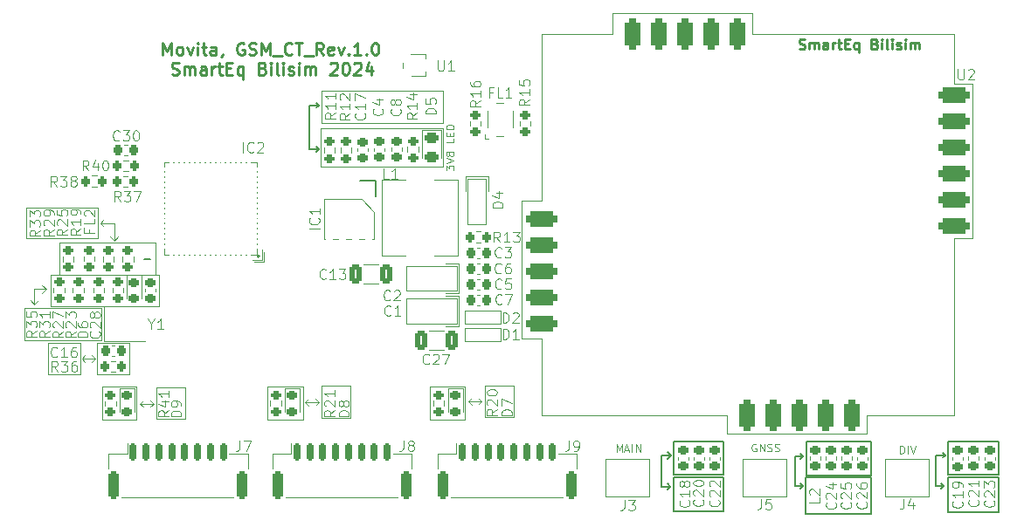
<source format=gto>
G04 #@! TF.GenerationSoftware,KiCad,Pcbnew,8.0.0-rc1*
G04 #@! TF.CreationDate,2025-03-27T12:12:56+03:00*
G04 #@! TF.ProjectId,GSM_CT_V1.0,47534d5f-4354-45f5-9631-2e302e6b6963,rev?*
G04 #@! TF.SameCoordinates,Original*
G04 #@! TF.FileFunction,Legend,Top*
G04 #@! TF.FilePolarity,Positive*
%FSLAX46Y46*%
G04 Gerber Fmt 4.6, Leading zero omitted, Abs format (unit mm)*
G04 Created by KiCad (PCBNEW 8.0.0-rc1) date 2025-03-27 12:12:56*
%MOMM*%
%LPD*%
G01*
G04 APERTURE LIST*
G04 Aperture macros list*
%AMRoundRect*
0 Rectangle with rounded corners*
0 $1 Rounding radius*
0 $2 $3 $4 $5 $6 $7 $8 $9 X,Y pos of 4 corners*
0 Add a 4 corners polygon primitive as box body*
4,1,4,$2,$3,$4,$5,$6,$7,$8,$9,$2,$3,0*
0 Add four circle primitives for the rounded corners*
1,1,$1+$1,$2,$3*
1,1,$1+$1,$4,$5*
1,1,$1+$1,$6,$7*
1,1,$1+$1,$8,$9*
0 Add four rect primitives between the rounded corners*
20,1,$1+$1,$2,$3,$4,$5,0*
20,1,$1+$1,$4,$5,$6,$7,0*
20,1,$1+$1,$6,$7,$8,$9,0*
20,1,$1+$1,$8,$9,$2,$3,0*%
%AMFreePoly0*
4,1,12,-0.135000,0.500000,0.135000,0.500000,0.135000,-0.365000,0.124724,-0.416662,0.095459,-0.460459,0.051662,-0.489724,0.000000,-0.500000,-0.051662,-0.489724,-0.095459,-0.460459,-0.124724,-0.416662,-0.135000,-0.365000,-0.135000,0.500000,-0.135000,0.500000,$1*%
%AMFreePoly1*
4,1,5,3.000000,-3.000000,-3.000000,-3.000000,-3.000000,3.000000,3.000000,3.000000,3.000000,-3.000000,3.000000,-3.000000,$1*%
G04 Aperture macros list end*
%ADD10C,0.120000*%
%ADD11C,0.150000*%
%ADD12C,0.050000*%
%ADD13C,0.100000*%
%ADD14C,0.250000*%
%ADD15C,0.200000*%
%ADD16RoundRect,0.225000X-0.225000X-0.250000X0.225000X-0.250000X0.225000X0.250000X-0.225000X0.250000X0*%
%ADD17RoundRect,0.225000X-0.250000X0.225000X-0.250000X-0.225000X0.250000X-0.225000X0.250000X0.225000X0*%
%ADD18RoundRect,0.150000X-0.150000X-0.700000X0.150000X-0.700000X0.150000X0.700000X-0.150000X0.700000X0*%
%ADD19RoundRect,0.250000X-0.250000X-1.100000X0.250000X-1.100000X0.250000X1.100000X-0.250000X1.100000X0*%
%ADD20RoundRect,0.200000X0.275000X-0.200000X0.275000X0.200000X-0.275000X0.200000X-0.275000X-0.200000X0*%
%ADD21RoundRect,0.225000X0.225000X0.250000X-0.225000X0.250000X-0.225000X-0.250000X0.225000X-0.250000X0*%
%ADD22RoundRect,0.200000X0.200000X0.275000X-0.200000X0.275000X-0.200000X-0.275000X0.200000X-0.275000X0*%
%ADD23R,1.400000X1.000000*%
%ADD24C,5.200000*%
%ADD25R,2.200000X1.600000*%
%ADD26R,1.220000X1.120000*%
%ADD27RoundRect,0.200000X-0.200000X-0.275000X0.200000X-0.275000X0.200000X0.275000X-0.200000X0.275000X0*%
%ADD28R,2.000000X1.100000*%
%ADD29R,0.800000X1.100000*%
%ADD30FreePoly0,270.000000*%
%ADD31FreePoly0,0.000000*%
%ADD32FreePoly0,90.000000*%
%ADD33FreePoly0,180.000000*%
%ADD34FreePoly1,270.000000*%
%ADD35RoundRect,0.243750X-0.456250X0.243750X-0.456250X-0.243750X0.456250X-0.243750X0.456250X0.243750X0*%
%ADD36R,1.400000X1.200000*%
%ADD37C,0.500000*%
%ADD38R,1.000000X0.850000*%
%ADD39RoundRect,0.225000X0.250000X-0.225000X0.250000X0.225000X-0.250000X0.225000X-0.250000X-0.225000X0*%
%ADD40C,0.900000*%
%ADD41C,6.200000*%
%ADD42RoundRect,0.200000X-0.275000X0.200000X-0.275000X-0.200000X0.275000X-0.200000X0.275000X0.200000X0*%
%ADD43RoundRect,0.250000X0.325000X0.650000X-0.325000X0.650000X-0.325000X-0.650000X0.325000X-0.650000X0*%
%ADD44RoundRect,0.218750X-0.256250X0.218750X-0.256250X-0.218750X0.256250X-0.218750X0.256250X0.218750X0*%
%ADD45RoundRect,0.250000X-0.325000X-0.650000X0.325000X-0.650000X0.325000X0.650000X-0.325000X0.650000X0*%
%ADD46R,1.800000X1.230000*%
%ADD47RoundRect,0.375000X1.125000X0.375000X-1.125000X0.375000X-1.125000X-0.375000X1.125000X-0.375000X0*%
%ADD48RoundRect,0.375000X-0.375000X1.125000X-0.375000X-1.125000X0.375000X-1.125000X0.375000X1.125000X0*%
%ADD49R,1.000000X1.050000*%
%ADD50R,1.050000X2.200000*%
%ADD51R,0.700000X0.650000*%
%ADD52R,0.700000X1.525000*%
%ADD53R,3.450000X2.560000*%
G04 APERTURE END LIST*
D10*
X104580000Y-109700000D02*
X104290000Y-109410000D01*
X103290000Y-109700000D02*
X104580000Y-109700000D01*
D11*
X135730000Y-115045000D02*
X134940000Y-115045000D01*
X149485000Y-114910000D02*
X149255000Y-115140000D01*
D10*
X88770000Y-109770000D02*
X88500000Y-110040000D01*
X87480000Y-109770000D02*
X88770000Y-109770000D01*
D11*
X135720000Y-117925000D02*
X135440000Y-118205000D01*
X148595000Y-117930000D02*
X149365000Y-117930000D01*
X87842500Y-80962500D02*
X88772500Y-80962500D01*
X134940000Y-117925000D02*
X135720000Y-117925000D01*
D12*
X83760000Y-108290000D02*
X87250000Y-108290000D01*
X87250000Y-111480000D01*
X83760000Y-111480000D01*
X83760000Y-108290000D01*
D11*
X148595000Y-114910000D02*
X148595000Y-117930000D01*
D10*
X62360000Y-98790000D02*
X61210000Y-98790000D01*
D11*
X149755000Y-113600000D02*
X154685000Y-113600000D01*
X154685000Y-116790000D01*
X149755000Y-116790000D01*
X149755000Y-113600000D01*
X135990000Y-117105000D02*
X142300000Y-117105000D01*
X142300000Y-120595000D01*
X135990000Y-120595000D01*
X135990000Y-117105000D01*
D10*
X61210000Y-100300000D02*
X60820000Y-99910000D01*
X87480000Y-109770000D02*
X87780000Y-109470000D01*
X67600000Y-92390000D02*
X67870000Y-92120000D01*
D12*
X60460000Y-90870000D02*
X67340000Y-90870000D01*
X67340000Y-93840000D01*
X60460000Y-93840000D01*
X60460000Y-90870000D01*
D10*
X103290000Y-109700000D02*
X103610000Y-110020000D01*
X103290000Y-109700000D02*
X103590000Y-109400000D01*
X68960000Y-92390000D02*
X67600000Y-92390000D01*
D11*
X135730000Y-115045000D02*
X135460000Y-115315000D01*
D10*
X67600000Y-92390000D02*
X67890000Y-92680000D01*
D12*
X73020000Y-108350000D02*
X75830000Y-108350000D01*
X75830000Y-111430000D01*
X73020000Y-111430000D01*
X73020000Y-108350000D01*
D10*
X72760000Y-109910000D02*
X72470000Y-109620000D01*
D11*
X122010000Y-114940000D02*
X122010000Y-117960000D01*
X149485000Y-114910000D02*
X149255000Y-114680000D01*
X122010000Y-117960000D02*
X122850000Y-117960000D01*
D12*
X104840000Y-108140000D02*
X107650000Y-108140000D01*
X107650000Y-111220000D01*
X104840000Y-111220000D01*
X104840000Y-108140000D01*
D10*
X65820000Y-105550000D02*
X67130000Y-105550000D01*
X61210000Y-100300000D02*
X61600000Y-99910000D01*
D13*
X89022500Y-79562500D02*
X100842500Y-79562500D01*
X100842500Y-82652500D01*
X89022500Y-82652500D01*
X89022500Y-79562500D01*
D10*
X72760000Y-109910000D02*
X72490000Y-110180000D01*
D11*
X122850000Y-117960000D02*
X122550000Y-118260000D01*
D12*
X67770000Y-108290000D02*
X71120000Y-108290000D01*
X71120000Y-111490000D01*
X67770000Y-111490000D01*
X67770000Y-108290000D01*
X63680000Y-94310000D02*
X72960000Y-94310000D01*
X72960000Y-97380000D01*
X63680000Y-97380000D01*
X63680000Y-94310000D01*
X67310000Y-104010000D02*
X70440000Y-104010000D01*
X70440000Y-107110000D01*
X67310000Y-107110000D01*
X67310000Y-104010000D01*
D11*
X136000000Y-113615000D02*
X142290000Y-113615000D01*
X142290000Y-116885000D01*
X136000000Y-116885000D01*
X136000000Y-113615000D01*
X123170000Y-113630000D02*
X128010000Y-113630000D01*
X128010000Y-116820000D01*
X123170000Y-116820000D01*
X123170000Y-113630000D01*
D10*
X65820000Y-105550000D02*
X66140000Y-105230000D01*
X87480000Y-109770000D02*
X87800000Y-110090000D01*
D11*
X88772500Y-80962500D02*
X88562500Y-80752500D01*
D12*
X60280000Y-100650000D02*
X67740000Y-100650000D01*
X67740000Y-103730000D01*
X60280000Y-103730000D01*
X60280000Y-100650000D01*
D11*
X88772500Y-85207500D02*
X88532500Y-85447500D01*
D10*
X62360000Y-98790000D02*
X61970000Y-99180000D01*
X67130000Y-105550000D02*
X66780000Y-105200000D01*
D11*
X149725000Y-117050000D02*
X154695000Y-117050000D01*
X154695000Y-120460000D01*
X149725000Y-120460000D01*
X149725000Y-117050000D01*
X87842500Y-85207500D02*
X87842500Y-80962500D01*
X148595000Y-114910000D02*
X149485000Y-114910000D01*
D10*
X67130000Y-105550000D02*
X66800000Y-105880000D01*
X68960000Y-94100000D02*
X69350000Y-93710000D01*
D11*
X122920000Y-114940000D02*
X122010000Y-114940000D01*
X88772500Y-80962500D02*
X88532500Y-81202500D01*
D10*
X104580000Y-109700000D02*
X104310000Y-109970000D01*
D11*
X88772500Y-85207500D02*
X88562500Y-84997500D01*
X135720000Y-117925000D02*
X135460000Y-117665000D01*
D10*
X65820000Y-105550000D02*
X66130000Y-105860000D01*
D11*
X149365000Y-117930000D02*
X149098446Y-118196554D01*
D12*
X99580000Y-108280000D02*
X102940000Y-108280000D01*
X102940000Y-111510000D01*
X99580000Y-111510000D01*
X99580000Y-108280000D01*
D10*
X62360000Y-98790000D02*
X61970000Y-98400000D01*
D11*
X135730000Y-115045000D02*
X135430000Y-114745000D01*
D12*
X62820000Y-97380000D02*
X73280000Y-97380000D01*
X73280000Y-100460000D01*
X62820000Y-100460000D01*
X62820000Y-97380000D01*
D11*
X122920000Y-114940000D02*
X122610000Y-115250000D01*
D13*
X88972500Y-83197500D02*
X100852500Y-83197500D01*
X100852500Y-86927500D01*
X88972500Y-86927500D01*
X88972500Y-83197500D01*
D12*
X62530000Y-104010000D02*
X65660000Y-104010000D01*
X65660000Y-107110000D01*
X62530000Y-107110000D01*
X62530000Y-104010000D01*
D10*
X71470000Y-109910000D02*
X71770000Y-109610000D01*
X68960000Y-94100000D02*
X68590000Y-93730000D01*
X68960000Y-94100000D02*
X68960000Y-92390000D01*
D11*
X123190000Y-117050000D02*
X128030000Y-117050000D01*
X128030000Y-120360000D01*
X123190000Y-120360000D01*
X123190000Y-117050000D01*
D10*
X71470000Y-109910000D02*
X72760000Y-109910000D01*
X71470000Y-109910000D02*
X71790000Y-110230000D01*
X88770000Y-109770000D02*
X88480000Y-109480000D01*
D11*
X122920000Y-114940000D02*
X122580000Y-114600000D01*
D10*
X61210000Y-98790000D02*
X61210000Y-100300000D01*
D12*
X89030000Y-108210000D02*
X91840000Y-108210000D01*
X91840000Y-111290000D01*
X89030000Y-111290000D01*
X89030000Y-108210000D01*
D11*
X122850000Y-117960000D02*
X122560000Y-117670000D01*
X134940000Y-115045000D02*
X134940000Y-117925000D01*
X149365000Y-117930000D02*
X149105000Y-117670000D01*
X87842500Y-85207500D02*
X88772500Y-85207500D01*
D13*
X101123014Y-87267068D02*
X101123014Y-86802782D01*
X101123014Y-86802782D02*
X101408728Y-87052782D01*
X101408728Y-87052782D02*
X101408728Y-86945639D01*
X101408728Y-86945639D02*
X101444442Y-86874211D01*
X101444442Y-86874211D02*
X101480157Y-86838496D01*
X101480157Y-86838496D02*
X101551585Y-86802782D01*
X101551585Y-86802782D02*
X101730157Y-86802782D01*
X101730157Y-86802782D02*
X101801585Y-86838496D01*
X101801585Y-86838496D02*
X101837300Y-86874211D01*
X101837300Y-86874211D02*
X101873014Y-86945639D01*
X101873014Y-86945639D02*
X101873014Y-87159925D01*
X101873014Y-87159925D02*
X101837300Y-87231353D01*
X101837300Y-87231353D02*
X101801585Y-87267068D01*
X101123014Y-86588496D02*
X101873014Y-86338496D01*
X101873014Y-86338496D02*
X101123014Y-86088496D01*
X101444442Y-85731353D02*
X101408728Y-85802782D01*
X101408728Y-85802782D02*
X101373014Y-85838496D01*
X101373014Y-85838496D02*
X101301585Y-85874210D01*
X101301585Y-85874210D02*
X101265871Y-85874210D01*
X101265871Y-85874210D02*
X101194442Y-85838496D01*
X101194442Y-85838496D02*
X101158728Y-85802782D01*
X101158728Y-85802782D02*
X101123014Y-85731353D01*
X101123014Y-85731353D02*
X101123014Y-85588496D01*
X101123014Y-85588496D02*
X101158728Y-85517068D01*
X101158728Y-85517068D02*
X101194442Y-85481353D01*
X101194442Y-85481353D02*
X101265871Y-85445639D01*
X101265871Y-85445639D02*
X101301585Y-85445639D01*
X101301585Y-85445639D02*
X101373014Y-85481353D01*
X101373014Y-85481353D02*
X101408728Y-85517068D01*
X101408728Y-85517068D02*
X101444442Y-85588496D01*
X101444442Y-85588496D02*
X101444442Y-85731353D01*
X101444442Y-85731353D02*
X101480157Y-85802782D01*
X101480157Y-85802782D02*
X101515871Y-85838496D01*
X101515871Y-85838496D02*
X101587300Y-85874210D01*
X101587300Y-85874210D02*
X101730157Y-85874210D01*
X101730157Y-85874210D02*
X101801585Y-85838496D01*
X101801585Y-85838496D02*
X101837300Y-85802782D01*
X101837300Y-85802782D02*
X101873014Y-85731353D01*
X101873014Y-85731353D02*
X101873014Y-85588496D01*
X101873014Y-85588496D02*
X101837300Y-85517068D01*
X101837300Y-85517068D02*
X101801585Y-85481353D01*
X101801585Y-85481353D02*
X101730157Y-85445639D01*
X101730157Y-85445639D02*
X101587300Y-85445639D01*
X101587300Y-85445639D02*
X101515871Y-85481353D01*
X101515871Y-85481353D02*
X101480157Y-85517068D01*
X101480157Y-85517068D02*
X101444442Y-85588496D01*
X101873014Y-84195638D02*
X101873014Y-84552781D01*
X101873014Y-84552781D02*
X101123014Y-84552781D01*
X101480157Y-83945638D02*
X101480157Y-83695638D01*
X101873014Y-83588495D02*
X101873014Y-83945638D01*
X101873014Y-83945638D02*
X101123014Y-83945638D01*
X101123014Y-83945638D02*
X101123014Y-83588495D01*
X101873014Y-83267067D02*
X101123014Y-83267067D01*
X101123014Y-83267067D02*
X101123014Y-83088496D01*
X101123014Y-83088496D02*
X101158728Y-82981353D01*
X101158728Y-82981353D02*
X101230157Y-82909924D01*
X101230157Y-82909924D02*
X101301585Y-82874210D01*
X101301585Y-82874210D02*
X101444442Y-82838496D01*
X101444442Y-82838496D02*
X101551585Y-82838496D01*
X101551585Y-82838496D02*
X101694442Y-82874210D01*
X101694442Y-82874210D02*
X101765871Y-82909924D01*
X101765871Y-82909924D02*
X101837300Y-82981353D01*
X101837300Y-82981353D02*
X101873014Y-83088496D01*
X101873014Y-83088496D02*
X101873014Y-83267067D01*
D14*
X73680187Y-76088209D02*
X73680187Y-74888209D01*
X73680187Y-74888209D02*
X74080187Y-75745352D01*
X74080187Y-75745352D02*
X74480187Y-74888209D01*
X74480187Y-74888209D02*
X74480187Y-76088209D01*
X75223044Y-76088209D02*
X75108759Y-76031067D01*
X75108759Y-76031067D02*
X75051616Y-75973924D01*
X75051616Y-75973924D02*
X74994473Y-75859638D01*
X74994473Y-75859638D02*
X74994473Y-75516781D01*
X74994473Y-75516781D02*
X75051616Y-75402495D01*
X75051616Y-75402495D02*
X75108759Y-75345352D01*
X75108759Y-75345352D02*
X75223044Y-75288209D01*
X75223044Y-75288209D02*
X75394473Y-75288209D01*
X75394473Y-75288209D02*
X75508759Y-75345352D01*
X75508759Y-75345352D02*
X75565902Y-75402495D01*
X75565902Y-75402495D02*
X75623044Y-75516781D01*
X75623044Y-75516781D02*
X75623044Y-75859638D01*
X75623044Y-75859638D02*
X75565902Y-75973924D01*
X75565902Y-75973924D02*
X75508759Y-76031067D01*
X75508759Y-76031067D02*
X75394473Y-76088209D01*
X75394473Y-76088209D02*
X75223044Y-76088209D01*
X76023044Y-75288209D02*
X76308758Y-76088209D01*
X76308758Y-76088209D02*
X76594473Y-75288209D01*
X77051616Y-76088209D02*
X77051616Y-75288209D01*
X77051616Y-74888209D02*
X76994473Y-74945352D01*
X76994473Y-74945352D02*
X77051616Y-75002495D01*
X77051616Y-75002495D02*
X77108759Y-74945352D01*
X77108759Y-74945352D02*
X77051616Y-74888209D01*
X77051616Y-74888209D02*
X77051616Y-75002495D01*
X77451616Y-75288209D02*
X77908759Y-75288209D01*
X77623045Y-74888209D02*
X77623045Y-75916781D01*
X77623045Y-75916781D02*
X77680188Y-76031067D01*
X77680188Y-76031067D02*
X77794473Y-76088209D01*
X77794473Y-76088209D02*
X77908759Y-76088209D01*
X78823045Y-76088209D02*
X78823045Y-75459638D01*
X78823045Y-75459638D02*
X78765902Y-75345352D01*
X78765902Y-75345352D02*
X78651616Y-75288209D01*
X78651616Y-75288209D02*
X78423045Y-75288209D01*
X78423045Y-75288209D02*
X78308759Y-75345352D01*
X78823045Y-76031067D02*
X78708759Y-76088209D01*
X78708759Y-76088209D02*
X78423045Y-76088209D01*
X78423045Y-76088209D02*
X78308759Y-76031067D01*
X78308759Y-76031067D02*
X78251616Y-75916781D01*
X78251616Y-75916781D02*
X78251616Y-75802495D01*
X78251616Y-75802495D02*
X78308759Y-75688209D01*
X78308759Y-75688209D02*
X78423045Y-75631067D01*
X78423045Y-75631067D02*
X78708759Y-75631067D01*
X78708759Y-75631067D02*
X78823045Y-75573924D01*
X79451616Y-76031067D02*
X79451616Y-76088209D01*
X79451616Y-76088209D02*
X79394473Y-76202495D01*
X79394473Y-76202495D02*
X79337330Y-76259638D01*
X81508759Y-74945352D02*
X81394474Y-74888209D01*
X81394474Y-74888209D02*
X81223045Y-74888209D01*
X81223045Y-74888209D02*
X81051616Y-74945352D01*
X81051616Y-74945352D02*
X80937331Y-75059638D01*
X80937331Y-75059638D02*
X80880188Y-75173924D01*
X80880188Y-75173924D02*
X80823045Y-75402495D01*
X80823045Y-75402495D02*
X80823045Y-75573924D01*
X80823045Y-75573924D02*
X80880188Y-75802495D01*
X80880188Y-75802495D02*
X80937331Y-75916781D01*
X80937331Y-75916781D02*
X81051616Y-76031067D01*
X81051616Y-76031067D02*
X81223045Y-76088209D01*
X81223045Y-76088209D02*
X81337331Y-76088209D01*
X81337331Y-76088209D02*
X81508759Y-76031067D01*
X81508759Y-76031067D02*
X81565902Y-75973924D01*
X81565902Y-75973924D02*
X81565902Y-75573924D01*
X81565902Y-75573924D02*
X81337331Y-75573924D01*
X82023045Y-76031067D02*
X82194474Y-76088209D01*
X82194474Y-76088209D02*
X82480188Y-76088209D01*
X82480188Y-76088209D02*
X82594474Y-76031067D01*
X82594474Y-76031067D02*
X82651616Y-75973924D01*
X82651616Y-75973924D02*
X82708759Y-75859638D01*
X82708759Y-75859638D02*
X82708759Y-75745352D01*
X82708759Y-75745352D02*
X82651616Y-75631067D01*
X82651616Y-75631067D02*
X82594474Y-75573924D01*
X82594474Y-75573924D02*
X82480188Y-75516781D01*
X82480188Y-75516781D02*
X82251616Y-75459638D01*
X82251616Y-75459638D02*
X82137331Y-75402495D01*
X82137331Y-75402495D02*
X82080188Y-75345352D01*
X82080188Y-75345352D02*
X82023045Y-75231067D01*
X82023045Y-75231067D02*
X82023045Y-75116781D01*
X82023045Y-75116781D02*
X82080188Y-75002495D01*
X82080188Y-75002495D02*
X82137331Y-74945352D01*
X82137331Y-74945352D02*
X82251616Y-74888209D01*
X82251616Y-74888209D02*
X82537331Y-74888209D01*
X82537331Y-74888209D02*
X82708759Y-74945352D01*
X83223045Y-76088209D02*
X83223045Y-74888209D01*
X83223045Y-74888209D02*
X83623045Y-75745352D01*
X83623045Y-75745352D02*
X84023045Y-74888209D01*
X84023045Y-74888209D02*
X84023045Y-76088209D01*
X84308760Y-76202495D02*
X85223045Y-76202495D01*
X86194474Y-75973924D02*
X86137331Y-76031067D01*
X86137331Y-76031067D02*
X85965903Y-76088209D01*
X85965903Y-76088209D02*
X85851617Y-76088209D01*
X85851617Y-76088209D02*
X85680188Y-76031067D01*
X85680188Y-76031067D02*
X85565903Y-75916781D01*
X85565903Y-75916781D02*
X85508760Y-75802495D01*
X85508760Y-75802495D02*
X85451617Y-75573924D01*
X85451617Y-75573924D02*
X85451617Y-75402495D01*
X85451617Y-75402495D02*
X85508760Y-75173924D01*
X85508760Y-75173924D02*
X85565903Y-75059638D01*
X85565903Y-75059638D02*
X85680188Y-74945352D01*
X85680188Y-74945352D02*
X85851617Y-74888209D01*
X85851617Y-74888209D02*
X85965903Y-74888209D01*
X85965903Y-74888209D02*
X86137331Y-74945352D01*
X86137331Y-74945352D02*
X86194474Y-75002495D01*
X86537331Y-74888209D02*
X87223046Y-74888209D01*
X86880188Y-76088209D02*
X86880188Y-74888209D01*
X87337332Y-76202495D02*
X88251617Y-76202495D01*
X89223046Y-76088209D02*
X88823046Y-75516781D01*
X88537332Y-76088209D02*
X88537332Y-74888209D01*
X88537332Y-74888209D02*
X88994475Y-74888209D01*
X88994475Y-74888209D02*
X89108760Y-74945352D01*
X89108760Y-74945352D02*
X89165903Y-75002495D01*
X89165903Y-75002495D02*
X89223046Y-75116781D01*
X89223046Y-75116781D02*
X89223046Y-75288209D01*
X89223046Y-75288209D02*
X89165903Y-75402495D01*
X89165903Y-75402495D02*
X89108760Y-75459638D01*
X89108760Y-75459638D02*
X88994475Y-75516781D01*
X88994475Y-75516781D02*
X88537332Y-75516781D01*
X90194475Y-76031067D02*
X90080189Y-76088209D01*
X90080189Y-76088209D02*
X89851618Y-76088209D01*
X89851618Y-76088209D02*
X89737332Y-76031067D01*
X89737332Y-76031067D02*
X89680189Y-75916781D01*
X89680189Y-75916781D02*
X89680189Y-75459638D01*
X89680189Y-75459638D02*
X89737332Y-75345352D01*
X89737332Y-75345352D02*
X89851618Y-75288209D01*
X89851618Y-75288209D02*
X90080189Y-75288209D01*
X90080189Y-75288209D02*
X90194475Y-75345352D01*
X90194475Y-75345352D02*
X90251618Y-75459638D01*
X90251618Y-75459638D02*
X90251618Y-75573924D01*
X90251618Y-75573924D02*
X89680189Y-75688209D01*
X90651617Y-75288209D02*
X90937331Y-76088209D01*
X90937331Y-76088209D02*
X91223046Y-75288209D01*
X91680189Y-75973924D02*
X91737332Y-76031067D01*
X91737332Y-76031067D02*
X91680189Y-76088209D01*
X91680189Y-76088209D02*
X91623046Y-76031067D01*
X91623046Y-76031067D02*
X91680189Y-75973924D01*
X91680189Y-75973924D02*
X91680189Y-76088209D01*
X92880189Y-76088209D02*
X92194475Y-76088209D01*
X92537332Y-76088209D02*
X92537332Y-74888209D01*
X92537332Y-74888209D02*
X92423046Y-75059638D01*
X92423046Y-75059638D02*
X92308761Y-75173924D01*
X92308761Y-75173924D02*
X92194475Y-75231067D01*
X93394475Y-75973924D02*
X93451618Y-76031067D01*
X93451618Y-76031067D02*
X93394475Y-76088209D01*
X93394475Y-76088209D02*
X93337332Y-76031067D01*
X93337332Y-76031067D02*
X93394475Y-75973924D01*
X93394475Y-75973924D02*
X93394475Y-76088209D01*
X94194475Y-74888209D02*
X94308761Y-74888209D01*
X94308761Y-74888209D02*
X94423047Y-74945352D01*
X94423047Y-74945352D02*
X94480190Y-75002495D01*
X94480190Y-75002495D02*
X94537332Y-75116781D01*
X94537332Y-75116781D02*
X94594475Y-75345352D01*
X94594475Y-75345352D02*
X94594475Y-75631067D01*
X94594475Y-75631067D02*
X94537332Y-75859638D01*
X94537332Y-75859638D02*
X94480190Y-75973924D01*
X94480190Y-75973924D02*
X94423047Y-76031067D01*
X94423047Y-76031067D02*
X94308761Y-76088209D01*
X94308761Y-76088209D02*
X94194475Y-76088209D01*
X94194475Y-76088209D02*
X94080190Y-76031067D01*
X94080190Y-76031067D02*
X94023047Y-75973924D01*
X94023047Y-75973924D02*
X93965904Y-75859638D01*
X93965904Y-75859638D02*
X93908761Y-75631067D01*
X93908761Y-75631067D02*
X93908761Y-75345352D01*
X93908761Y-75345352D02*
X93965904Y-75116781D01*
X93965904Y-75116781D02*
X94023047Y-75002495D01*
X94023047Y-75002495D02*
X94080190Y-74945352D01*
X94080190Y-74945352D02*
X94194475Y-74888209D01*
X74537330Y-77963000D02*
X74708759Y-78020142D01*
X74708759Y-78020142D02*
X74994473Y-78020142D01*
X74994473Y-78020142D02*
X75108759Y-77963000D01*
X75108759Y-77963000D02*
X75165901Y-77905857D01*
X75165901Y-77905857D02*
X75223044Y-77791571D01*
X75223044Y-77791571D02*
X75223044Y-77677285D01*
X75223044Y-77677285D02*
X75165901Y-77563000D01*
X75165901Y-77563000D02*
X75108759Y-77505857D01*
X75108759Y-77505857D02*
X74994473Y-77448714D01*
X74994473Y-77448714D02*
X74765901Y-77391571D01*
X74765901Y-77391571D02*
X74651616Y-77334428D01*
X74651616Y-77334428D02*
X74594473Y-77277285D01*
X74594473Y-77277285D02*
X74537330Y-77163000D01*
X74537330Y-77163000D02*
X74537330Y-77048714D01*
X74537330Y-77048714D02*
X74594473Y-76934428D01*
X74594473Y-76934428D02*
X74651616Y-76877285D01*
X74651616Y-76877285D02*
X74765901Y-76820142D01*
X74765901Y-76820142D02*
X75051616Y-76820142D01*
X75051616Y-76820142D02*
X75223044Y-76877285D01*
X75737330Y-78020142D02*
X75737330Y-77220142D01*
X75737330Y-77334428D02*
X75794473Y-77277285D01*
X75794473Y-77277285D02*
X75908758Y-77220142D01*
X75908758Y-77220142D02*
X76080187Y-77220142D01*
X76080187Y-77220142D02*
X76194473Y-77277285D01*
X76194473Y-77277285D02*
X76251616Y-77391571D01*
X76251616Y-77391571D02*
X76251616Y-78020142D01*
X76251616Y-77391571D02*
X76308758Y-77277285D01*
X76308758Y-77277285D02*
X76423044Y-77220142D01*
X76423044Y-77220142D02*
X76594473Y-77220142D01*
X76594473Y-77220142D02*
X76708758Y-77277285D01*
X76708758Y-77277285D02*
X76765901Y-77391571D01*
X76765901Y-77391571D02*
X76765901Y-78020142D01*
X77851616Y-78020142D02*
X77851616Y-77391571D01*
X77851616Y-77391571D02*
X77794473Y-77277285D01*
X77794473Y-77277285D02*
X77680187Y-77220142D01*
X77680187Y-77220142D02*
X77451616Y-77220142D01*
X77451616Y-77220142D02*
X77337330Y-77277285D01*
X77851616Y-77963000D02*
X77737330Y-78020142D01*
X77737330Y-78020142D02*
X77451616Y-78020142D01*
X77451616Y-78020142D02*
X77337330Y-77963000D01*
X77337330Y-77963000D02*
X77280187Y-77848714D01*
X77280187Y-77848714D02*
X77280187Y-77734428D01*
X77280187Y-77734428D02*
X77337330Y-77620142D01*
X77337330Y-77620142D02*
X77451616Y-77563000D01*
X77451616Y-77563000D02*
X77737330Y-77563000D01*
X77737330Y-77563000D02*
X77851616Y-77505857D01*
X78423044Y-78020142D02*
X78423044Y-77220142D01*
X78423044Y-77448714D02*
X78480187Y-77334428D01*
X78480187Y-77334428D02*
X78537330Y-77277285D01*
X78537330Y-77277285D02*
X78651615Y-77220142D01*
X78651615Y-77220142D02*
X78765901Y-77220142D01*
X78994472Y-77220142D02*
X79451615Y-77220142D01*
X79165901Y-76820142D02*
X79165901Y-77848714D01*
X79165901Y-77848714D02*
X79223044Y-77963000D01*
X79223044Y-77963000D02*
X79337329Y-78020142D01*
X79337329Y-78020142D02*
X79451615Y-78020142D01*
X79851615Y-77391571D02*
X80251615Y-77391571D01*
X80423043Y-78020142D02*
X79851615Y-78020142D01*
X79851615Y-78020142D02*
X79851615Y-76820142D01*
X79851615Y-76820142D02*
X80423043Y-76820142D01*
X81451615Y-77220142D02*
X81451615Y-78420142D01*
X81451615Y-77963000D02*
X81337329Y-78020142D01*
X81337329Y-78020142D02*
X81108757Y-78020142D01*
X81108757Y-78020142D02*
X80994472Y-77963000D01*
X80994472Y-77963000D02*
X80937329Y-77905857D01*
X80937329Y-77905857D02*
X80880186Y-77791571D01*
X80880186Y-77791571D02*
X80880186Y-77448714D01*
X80880186Y-77448714D02*
X80937329Y-77334428D01*
X80937329Y-77334428D02*
X80994472Y-77277285D01*
X80994472Y-77277285D02*
X81108757Y-77220142D01*
X81108757Y-77220142D02*
X81337329Y-77220142D01*
X81337329Y-77220142D02*
X81451615Y-77277285D01*
X83337329Y-77391571D02*
X83508757Y-77448714D01*
X83508757Y-77448714D02*
X83565900Y-77505857D01*
X83565900Y-77505857D02*
X83623043Y-77620142D01*
X83623043Y-77620142D02*
X83623043Y-77791571D01*
X83623043Y-77791571D02*
X83565900Y-77905857D01*
X83565900Y-77905857D02*
X83508757Y-77963000D01*
X83508757Y-77963000D02*
X83394472Y-78020142D01*
X83394472Y-78020142D02*
X82937329Y-78020142D01*
X82937329Y-78020142D02*
X82937329Y-76820142D01*
X82937329Y-76820142D02*
X83337329Y-76820142D01*
X83337329Y-76820142D02*
X83451615Y-76877285D01*
X83451615Y-76877285D02*
X83508757Y-76934428D01*
X83508757Y-76934428D02*
X83565900Y-77048714D01*
X83565900Y-77048714D02*
X83565900Y-77163000D01*
X83565900Y-77163000D02*
X83508757Y-77277285D01*
X83508757Y-77277285D02*
X83451615Y-77334428D01*
X83451615Y-77334428D02*
X83337329Y-77391571D01*
X83337329Y-77391571D02*
X82937329Y-77391571D01*
X84137329Y-78020142D02*
X84137329Y-77220142D01*
X84137329Y-76820142D02*
X84080186Y-76877285D01*
X84080186Y-76877285D02*
X84137329Y-76934428D01*
X84137329Y-76934428D02*
X84194472Y-76877285D01*
X84194472Y-76877285D02*
X84137329Y-76820142D01*
X84137329Y-76820142D02*
X84137329Y-76934428D01*
X84880186Y-78020142D02*
X84765901Y-77963000D01*
X84765901Y-77963000D02*
X84708758Y-77848714D01*
X84708758Y-77848714D02*
X84708758Y-76820142D01*
X85337329Y-78020142D02*
X85337329Y-77220142D01*
X85337329Y-76820142D02*
X85280186Y-76877285D01*
X85280186Y-76877285D02*
X85337329Y-76934428D01*
X85337329Y-76934428D02*
X85394472Y-76877285D01*
X85394472Y-76877285D02*
X85337329Y-76820142D01*
X85337329Y-76820142D02*
X85337329Y-76934428D01*
X85851615Y-77963000D02*
X85965901Y-78020142D01*
X85965901Y-78020142D02*
X86194472Y-78020142D01*
X86194472Y-78020142D02*
X86308758Y-77963000D01*
X86308758Y-77963000D02*
X86365901Y-77848714D01*
X86365901Y-77848714D02*
X86365901Y-77791571D01*
X86365901Y-77791571D02*
X86308758Y-77677285D01*
X86308758Y-77677285D02*
X86194472Y-77620142D01*
X86194472Y-77620142D02*
X86023044Y-77620142D01*
X86023044Y-77620142D02*
X85908758Y-77563000D01*
X85908758Y-77563000D02*
X85851615Y-77448714D01*
X85851615Y-77448714D02*
X85851615Y-77391571D01*
X85851615Y-77391571D02*
X85908758Y-77277285D01*
X85908758Y-77277285D02*
X86023044Y-77220142D01*
X86023044Y-77220142D02*
X86194472Y-77220142D01*
X86194472Y-77220142D02*
X86308758Y-77277285D01*
X86880187Y-78020142D02*
X86880187Y-77220142D01*
X86880187Y-76820142D02*
X86823044Y-76877285D01*
X86823044Y-76877285D02*
X86880187Y-76934428D01*
X86880187Y-76934428D02*
X86937330Y-76877285D01*
X86937330Y-76877285D02*
X86880187Y-76820142D01*
X86880187Y-76820142D02*
X86880187Y-76934428D01*
X87451616Y-78020142D02*
X87451616Y-77220142D01*
X87451616Y-77334428D02*
X87508759Y-77277285D01*
X87508759Y-77277285D02*
X87623044Y-77220142D01*
X87623044Y-77220142D02*
X87794473Y-77220142D01*
X87794473Y-77220142D02*
X87908759Y-77277285D01*
X87908759Y-77277285D02*
X87965902Y-77391571D01*
X87965902Y-77391571D02*
X87965902Y-78020142D01*
X87965902Y-77391571D02*
X88023044Y-77277285D01*
X88023044Y-77277285D02*
X88137330Y-77220142D01*
X88137330Y-77220142D02*
X88308759Y-77220142D01*
X88308759Y-77220142D02*
X88423044Y-77277285D01*
X88423044Y-77277285D02*
X88480187Y-77391571D01*
X88480187Y-77391571D02*
X88480187Y-78020142D01*
X89908759Y-76934428D02*
X89965902Y-76877285D01*
X89965902Y-76877285D02*
X90080188Y-76820142D01*
X90080188Y-76820142D02*
X90365902Y-76820142D01*
X90365902Y-76820142D02*
X90480188Y-76877285D01*
X90480188Y-76877285D02*
X90537330Y-76934428D01*
X90537330Y-76934428D02*
X90594473Y-77048714D01*
X90594473Y-77048714D02*
X90594473Y-77163000D01*
X90594473Y-77163000D02*
X90537330Y-77334428D01*
X90537330Y-77334428D02*
X89851616Y-78020142D01*
X89851616Y-78020142D02*
X90594473Y-78020142D01*
X91337330Y-76820142D02*
X91451616Y-76820142D01*
X91451616Y-76820142D02*
X91565902Y-76877285D01*
X91565902Y-76877285D02*
X91623045Y-76934428D01*
X91623045Y-76934428D02*
X91680187Y-77048714D01*
X91680187Y-77048714D02*
X91737330Y-77277285D01*
X91737330Y-77277285D02*
X91737330Y-77563000D01*
X91737330Y-77563000D02*
X91680187Y-77791571D01*
X91680187Y-77791571D02*
X91623045Y-77905857D01*
X91623045Y-77905857D02*
X91565902Y-77963000D01*
X91565902Y-77963000D02*
X91451616Y-78020142D01*
X91451616Y-78020142D02*
X91337330Y-78020142D01*
X91337330Y-78020142D02*
X91223045Y-77963000D01*
X91223045Y-77963000D02*
X91165902Y-77905857D01*
X91165902Y-77905857D02*
X91108759Y-77791571D01*
X91108759Y-77791571D02*
X91051616Y-77563000D01*
X91051616Y-77563000D02*
X91051616Y-77277285D01*
X91051616Y-77277285D02*
X91108759Y-77048714D01*
X91108759Y-77048714D02*
X91165902Y-76934428D01*
X91165902Y-76934428D02*
X91223045Y-76877285D01*
X91223045Y-76877285D02*
X91337330Y-76820142D01*
X92194473Y-76934428D02*
X92251616Y-76877285D01*
X92251616Y-76877285D02*
X92365902Y-76820142D01*
X92365902Y-76820142D02*
X92651616Y-76820142D01*
X92651616Y-76820142D02*
X92765902Y-76877285D01*
X92765902Y-76877285D02*
X92823044Y-76934428D01*
X92823044Y-76934428D02*
X92880187Y-77048714D01*
X92880187Y-77048714D02*
X92880187Y-77163000D01*
X92880187Y-77163000D02*
X92823044Y-77334428D01*
X92823044Y-77334428D02*
X92137330Y-78020142D01*
X92137330Y-78020142D02*
X92880187Y-78020142D01*
X93908759Y-77220142D02*
X93908759Y-78020142D01*
X93623044Y-76763000D02*
X93337330Y-77620142D01*
X93337330Y-77620142D02*
X94080187Y-77620142D01*
D13*
X117634360Y-114623014D02*
X117634360Y-113873014D01*
X117634360Y-113873014D02*
X117884360Y-114408728D01*
X117884360Y-114408728D02*
X118134360Y-113873014D01*
X118134360Y-113873014D02*
X118134360Y-114623014D01*
X118455789Y-114408728D02*
X118812932Y-114408728D01*
X118384360Y-114623014D02*
X118634360Y-113873014D01*
X118634360Y-113873014D02*
X118884360Y-114623014D01*
X119134360Y-114623014D02*
X119134360Y-113873014D01*
X119491503Y-114623014D02*
X119491503Y-113873014D01*
X119491503Y-113873014D02*
X119920074Y-114623014D01*
X119920074Y-114623014D02*
X119920074Y-113873014D01*
X145094360Y-114763014D02*
X145094360Y-114013014D01*
X145094360Y-114013014D02*
X145272931Y-114013014D01*
X145272931Y-114013014D02*
X145380074Y-114048728D01*
X145380074Y-114048728D02*
X145451503Y-114120157D01*
X145451503Y-114120157D02*
X145487217Y-114191585D01*
X145487217Y-114191585D02*
X145522931Y-114334442D01*
X145522931Y-114334442D02*
X145522931Y-114441585D01*
X145522931Y-114441585D02*
X145487217Y-114584442D01*
X145487217Y-114584442D02*
X145451503Y-114655871D01*
X145451503Y-114655871D02*
X145380074Y-114727300D01*
X145380074Y-114727300D02*
X145272931Y-114763014D01*
X145272931Y-114763014D02*
X145094360Y-114763014D01*
X145844360Y-114763014D02*
X145844360Y-114013014D01*
X146094360Y-114013014D02*
X146344360Y-114763014D01*
X146344360Y-114763014D02*
X146594360Y-114013014D01*
X131157217Y-113848728D02*
X131085789Y-113813014D01*
X131085789Y-113813014D02*
X130978646Y-113813014D01*
X130978646Y-113813014D02*
X130871503Y-113848728D01*
X130871503Y-113848728D02*
X130800074Y-113920157D01*
X130800074Y-113920157D02*
X130764360Y-113991585D01*
X130764360Y-113991585D02*
X130728646Y-114134442D01*
X130728646Y-114134442D02*
X130728646Y-114241585D01*
X130728646Y-114241585D02*
X130764360Y-114384442D01*
X130764360Y-114384442D02*
X130800074Y-114455871D01*
X130800074Y-114455871D02*
X130871503Y-114527300D01*
X130871503Y-114527300D02*
X130978646Y-114563014D01*
X130978646Y-114563014D02*
X131050074Y-114563014D01*
X131050074Y-114563014D02*
X131157217Y-114527300D01*
X131157217Y-114527300D02*
X131192931Y-114491585D01*
X131192931Y-114491585D02*
X131192931Y-114241585D01*
X131192931Y-114241585D02*
X131050074Y-114241585D01*
X131514360Y-114563014D02*
X131514360Y-113813014D01*
X131514360Y-113813014D02*
X131942931Y-114563014D01*
X131942931Y-114563014D02*
X131942931Y-113813014D01*
X132264360Y-114527300D02*
X132371503Y-114563014D01*
X132371503Y-114563014D02*
X132550074Y-114563014D01*
X132550074Y-114563014D02*
X132621503Y-114527300D01*
X132621503Y-114527300D02*
X132657217Y-114491585D01*
X132657217Y-114491585D02*
X132692931Y-114420157D01*
X132692931Y-114420157D02*
X132692931Y-114348728D01*
X132692931Y-114348728D02*
X132657217Y-114277300D01*
X132657217Y-114277300D02*
X132621503Y-114241585D01*
X132621503Y-114241585D02*
X132550074Y-114205871D01*
X132550074Y-114205871D02*
X132407217Y-114170157D01*
X132407217Y-114170157D02*
X132335788Y-114134442D01*
X132335788Y-114134442D02*
X132300074Y-114098728D01*
X132300074Y-114098728D02*
X132264360Y-114027300D01*
X132264360Y-114027300D02*
X132264360Y-113955871D01*
X132264360Y-113955871D02*
X132300074Y-113884442D01*
X132300074Y-113884442D02*
X132335788Y-113848728D01*
X132335788Y-113848728D02*
X132407217Y-113813014D01*
X132407217Y-113813014D02*
X132585788Y-113813014D01*
X132585788Y-113813014D02*
X132692931Y-113848728D01*
X132978646Y-114527300D02*
X133085789Y-114563014D01*
X133085789Y-114563014D02*
X133264360Y-114563014D01*
X133264360Y-114563014D02*
X133335789Y-114527300D01*
X133335789Y-114527300D02*
X133371503Y-114491585D01*
X133371503Y-114491585D02*
X133407217Y-114420157D01*
X133407217Y-114420157D02*
X133407217Y-114348728D01*
X133407217Y-114348728D02*
X133371503Y-114277300D01*
X133371503Y-114277300D02*
X133335789Y-114241585D01*
X133335789Y-114241585D02*
X133264360Y-114205871D01*
X133264360Y-114205871D02*
X133121503Y-114170157D01*
X133121503Y-114170157D02*
X133050074Y-114134442D01*
X133050074Y-114134442D02*
X133014360Y-114098728D01*
X133014360Y-114098728D02*
X132978646Y-114027300D01*
X132978646Y-114027300D02*
X132978646Y-113955871D01*
X132978646Y-113955871D02*
X133014360Y-113884442D01*
X133014360Y-113884442D02*
X133050074Y-113848728D01*
X133050074Y-113848728D02*
X133121503Y-113813014D01*
X133121503Y-113813014D02*
X133300074Y-113813014D01*
X133300074Y-113813014D02*
X133407217Y-113848728D01*
X106483333Y-98702180D02*
X106435714Y-98749800D01*
X106435714Y-98749800D02*
X106292857Y-98797419D01*
X106292857Y-98797419D02*
X106197619Y-98797419D01*
X106197619Y-98797419D02*
X106054762Y-98749800D01*
X106054762Y-98749800D02*
X105959524Y-98654561D01*
X105959524Y-98654561D02*
X105911905Y-98559323D01*
X105911905Y-98559323D02*
X105864286Y-98368847D01*
X105864286Y-98368847D02*
X105864286Y-98225990D01*
X105864286Y-98225990D02*
X105911905Y-98035514D01*
X105911905Y-98035514D02*
X105959524Y-97940276D01*
X105959524Y-97940276D02*
X106054762Y-97845038D01*
X106054762Y-97845038D02*
X106197619Y-97797419D01*
X106197619Y-97797419D02*
X106292857Y-97797419D01*
X106292857Y-97797419D02*
X106435714Y-97845038D01*
X106435714Y-97845038D02*
X106483333Y-97892657D01*
X107388095Y-97797419D02*
X106911905Y-97797419D01*
X106911905Y-97797419D02*
X106864286Y-98273609D01*
X106864286Y-98273609D02*
X106911905Y-98225990D01*
X106911905Y-98225990D02*
X107007143Y-98178371D01*
X107007143Y-98178371D02*
X107245238Y-98178371D01*
X107245238Y-98178371D02*
X107340476Y-98225990D01*
X107340476Y-98225990D02*
X107388095Y-98273609D01*
X107388095Y-98273609D02*
X107435714Y-98368847D01*
X107435714Y-98368847D02*
X107435714Y-98606942D01*
X107435714Y-98606942D02*
X107388095Y-98702180D01*
X107388095Y-98702180D02*
X107340476Y-98749800D01*
X107340476Y-98749800D02*
X107245238Y-98797419D01*
X107245238Y-98797419D02*
X107007143Y-98797419D01*
X107007143Y-98797419D02*
X106911905Y-98749800D01*
X106911905Y-98749800D02*
X106864286Y-98702180D01*
X138832180Y-119522857D02*
X138879800Y-119570476D01*
X138879800Y-119570476D02*
X138927419Y-119713333D01*
X138927419Y-119713333D02*
X138927419Y-119808571D01*
X138927419Y-119808571D02*
X138879800Y-119951428D01*
X138879800Y-119951428D02*
X138784561Y-120046666D01*
X138784561Y-120046666D02*
X138689323Y-120094285D01*
X138689323Y-120094285D02*
X138498847Y-120141904D01*
X138498847Y-120141904D02*
X138355990Y-120141904D01*
X138355990Y-120141904D02*
X138165514Y-120094285D01*
X138165514Y-120094285D02*
X138070276Y-120046666D01*
X138070276Y-120046666D02*
X137975038Y-119951428D01*
X137975038Y-119951428D02*
X137927419Y-119808571D01*
X137927419Y-119808571D02*
X137927419Y-119713333D01*
X137927419Y-119713333D02*
X137975038Y-119570476D01*
X137975038Y-119570476D02*
X138022657Y-119522857D01*
X138022657Y-119141904D02*
X137975038Y-119094285D01*
X137975038Y-119094285D02*
X137927419Y-118999047D01*
X137927419Y-118999047D02*
X137927419Y-118760952D01*
X137927419Y-118760952D02*
X137975038Y-118665714D01*
X137975038Y-118665714D02*
X138022657Y-118618095D01*
X138022657Y-118618095D02*
X138117895Y-118570476D01*
X138117895Y-118570476D02*
X138213133Y-118570476D01*
X138213133Y-118570476D02*
X138355990Y-118618095D01*
X138355990Y-118618095D02*
X138927419Y-119189523D01*
X138927419Y-119189523D02*
X138927419Y-118570476D01*
X138260752Y-117713333D02*
X138927419Y-117713333D01*
X137879800Y-117951428D02*
X138594085Y-118189523D01*
X138594085Y-118189523D02*
X138594085Y-117570476D01*
X113021666Y-113507419D02*
X113021666Y-114221704D01*
X113021666Y-114221704D02*
X112974047Y-114364561D01*
X112974047Y-114364561D02*
X112878809Y-114459800D01*
X112878809Y-114459800D02*
X112735952Y-114507419D01*
X112735952Y-114507419D02*
X112640714Y-114507419D01*
X113545476Y-114507419D02*
X113735952Y-114507419D01*
X113735952Y-114507419D02*
X113831190Y-114459800D01*
X113831190Y-114459800D02*
X113878809Y-114412180D01*
X113878809Y-114412180D02*
X113974047Y-114269323D01*
X113974047Y-114269323D02*
X114021666Y-114078847D01*
X114021666Y-114078847D02*
X114021666Y-113697895D01*
X114021666Y-113697895D02*
X113974047Y-113602657D01*
X113974047Y-113602657D02*
X113926428Y-113555038D01*
X113926428Y-113555038D02*
X113831190Y-113507419D01*
X113831190Y-113507419D02*
X113640714Y-113507419D01*
X113640714Y-113507419D02*
X113545476Y-113555038D01*
X113545476Y-113555038D02*
X113497857Y-113602657D01*
X113497857Y-113602657D02*
X113450238Y-113697895D01*
X113450238Y-113697895D02*
X113450238Y-113935990D01*
X113450238Y-113935990D02*
X113497857Y-114031228D01*
X113497857Y-114031228D02*
X113545476Y-114078847D01*
X113545476Y-114078847D02*
X113640714Y-114126466D01*
X113640714Y-114126466D02*
X113831190Y-114126466D01*
X113831190Y-114126466D02*
X113926428Y-114078847D01*
X113926428Y-114078847D02*
X113974047Y-114031228D01*
X113974047Y-114031228D02*
X114021666Y-113935990D01*
X81121666Y-113507419D02*
X81121666Y-114221704D01*
X81121666Y-114221704D02*
X81074047Y-114364561D01*
X81074047Y-114364561D02*
X80978809Y-114459800D01*
X80978809Y-114459800D02*
X80835952Y-114507419D01*
X80835952Y-114507419D02*
X80740714Y-114507419D01*
X81502619Y-113507419D02*
X82169285Y-113507419D01*
X82169285Y-113507419D02*
X81740714Y-114507419D01*
X106463333Y-97182180D02*
X106415714Y-97229800D01*
X106415714Y-97229800D02*
X106272857Y-97277419D01*
X106272857Y-97277419D02*
X106177619Y-97277419D01*
X106177619Y-97277419D02*
X106034762Y-97229800D01*
X106034762Y-97229800D02*
X105939524Y-97134561D01*
X105939524Y-97134561D02*
X105891905Y-97039323D01*
X105891905Y-97039323D02*
X105844286Y-96848847D01*
X105844286Y-96848847D02*
X105844286Y-96705990D01*
X105844286Y-96705990D02*
X105891905Y-96515514D01*
X105891905Y-96515514D02*
X105939524Y-96420276D01*
X105939524Y-96420276D02*
X106034762Y-96325038D01*
X106034762Y-96325038D02*
X106177619Y-96277419D01*
X106177619Y-96277419D02*
X106272857Y-96277419D01*
X106272857Y-96277419D02*
X106415714Y-96325038D01*
X106415714Y-96325038D02*
X106463333Y-96372657D01*
X107320476Y-96277419D02*
X107130000Y-96277419D01*
X107130000Y-96277419D02*
X107034762Y-96325038D01*
X107034762Y-96325038D02*
X106987143Y-96372657D01*
X106987143Y-96372657D02*
X106891905Y-96515514D01*
X106891905Y-96515514D02*
X106844286Y-96705990D01*
X106844286Y-96705990D02*
X106844286Y-97086942D01*
X106844286Y-97086942D02*
X106891905Y-97182180D01*
X106891905Y-97182180D02*
X106939524Y-97229800D01*
X106939524Y-97229800D02*
X107034762Y-97277419D01*
X107034762Y-97277419D02*
X107225238Y-97277419D01*
X107225238Y-97277419D02*
X107320476Y-97229800D01*
X107320476Y-97229800D02*
X107368095Y-97182180D01*
X107368095Y-97182180D02*
X107415714Y-97086942D01*
X107415714Y-97086942D02*
X107415714Y-96848847D01*
X107415714Y-96848847D02*
X107368095Y-96753609D01*
X107368095Y-96753609D02*
X107320476Y-96705990D01*
X107320476Y-96705990D02*
X107225238Y-96658371D01*
X107225238Y-96658371D02*
X107034762Y-96658371D01*
X107034762Y-96658371D02*
X106939524Y-96705990D01*
X106939524Y-96705990D02*
X106891905Y-96753609D01*
X106891905Y-96753609D02*
X106844286Y-96848847D01*
X64007419Y-102892857D02*
X63531228Y-103226190D01*
X64007419Y-103464285D02*
X63007419Y-103464285D01*
X63007419Y-103464285D02*
X63007419Y-103083333D01*
X63007419Y-103083333D02*
X63055038Y-102988095D01*
X63055038Y-102988095D02*
X63102657Y-102940476D01*
X63102657Y-102940476D02*
X63197895Y-102892857D01*
X63197895Y-102892857D02*
X63340752Y-102892857D01*
X63340752Y-102892857D02*
X63435990Y-102940476D01*
X63435990Y-102940476D02*
X63483609Y-102988095D01*
X63483609Y-102988095D02*
X63531228Y-103083333D01*
X63531228Y-103083333D02*
X63531228Y-103464285D01*
X63102657Y-102511904D02*
X63055038Y-102464285D01*
X63055038Y-102464285D02*
X63007419Y-102369047D01*
X63007419Y-102369047D02*
X63007419Y-102130952D01*
X63007419Y-102130952D02*
X63055038Y-102035714D01*
X63055038Y-102035714D02*
X63102657Y-101988095D01*
X63102657Y-101988095D02*
X63197895Y-101940476D01*
X63197895Y-101940476D02*
X63293133Y-101940476D01*
X63293133Y-101940476D02*
X63435990Y-101988095D01*
X63435990Y-101988095D02*
X64007419Y-102559523D01*
X64007419Y-102559523D02*
X64007419Y-101940476D01*
X63007419Y-101607142D02*
X63007419Y-100940476D01*
X63007419Y-100940476D02*
X64007419Y-101369047D01*
X63437142Y-105322180D02*
X63389523Y-105369800D01*
X63389523Y-105369800D02*
X63246666Y-105417419D01*
X63246666Y-105417419D02*
X63151428Y-105417419D01*
X63151428Y-105417419D02*
X63008571Y-105369800D01*
X63008571Y-105369800D02*
X62913333Y-105274561D01*
X62913333Y-105274561D02*
X62865714Y-105179323D01*
X62865714Y-105179323D02*
X62818095Y-104988847D01*
X62818095Y-104988847D02*
X62818095Y-104845990D01*
X62818095Y-104845990D02*
X62865714Y-104655514D01*
X62865714Y-104655514D02*
X62913333Y-104560276D01*
X62913333Y-104560276D02*
X63008571Y-104465038D01*
X63008571Y-104465038D02*
X63151428Y-104417419D01*
X63151428Y-104417419D02*
X63246666Y-104417419D01*
X63246666Y-104417419D02*
X63389523Y-104465038D01*
X63389523Y-104465038D02*
X63437142Y-104512657D01*
X64389523Y-105417419D02*
X63818095Y-105417419D01*
X64103809Y-105417419D02*
X64103809Y-104417419D01*
X64103809Y-104417419D02*
X64008571Y-104560276D01*
X64008571Y-104560276D02*
X63913333Y-104655514D01*
X63913333Y-104655514D02*
X63818095Y-104703133D01*
X65246666Y-104417419D02*
X65056190Y-104417419D01*
X65056190Y-104417419D02*
X64960952Y-104465038D01*
X64960952Y-104465038D02*
X64913333Y-104512657D01*
X64913333Y-104512657D02*
X64818095Y-104655514D01*
X64818095Y-104655514D02*
X64770476Y-104845990D01*
X64770476Y-104845990D02*
X64770476Y-105226942D01*
X64770476Y-105226942D02*
X64818095Y-105322180D01*
X64818095Y-105322180D02*
X64865714Y-105369800D01*
X64865714Y-105369800D02*
X64960952Y-105417419D01*
X64960952Y-105417419D02*
X65151428Y-105417419D01*
X65151428Y-105417419D02*
X65246666Y-105369800D01*
X65246666Y-105369800D02*
X65294285Y-105322180D01*
X65294285Y-105322180D02*
X65341904Y-105226942D01*
X65341904Y-105226942D02*
X65341904Y-104988847D01*
X65341904Y-104988847D02*
X65294285Y-104893609D01*
X65294285Y-104893609D02*
X65246666Y-104845990D01*
X65246666Y-104845990D02*
X65151428Y-104798371D01*
X65151428Y-104798371D02*
X64960952Y-104798371D01*
X64960952Y-104798371D02*
X64865714Y-104845990D01*
X64865714Y-104845990D02*
X64818095Y-104893609D01*
X64818095Y-104893609D02*
X64770476Y-104988847D01*
X63467142Y-106787419D02*
X63133809Y-106311228D01*
X62895714Y-106787419D02*
X62895714Y-105787419D01*
X62895714Y-105787419D02*
X63276666Y-105787419D01*
X63276666Y-105787419D02*
X63371904Y-105835038D01*
X63371904Y-105835038D02*
X63419523Y-105882657D01*
X63419523Y-105882657D02*
X63467142Y-105977895D01*
X63467142Y-105977895D02*
X63467142Y-106120752D01*
X63467142Y-106120752D02*
X63419523Y-106215990D01*
X63419523Y-106215990D02*
X63371904Y-106263609D01*
X63371904Y-106263609D02*
X63276666Y-106311228D01*
X63276666Y-106311228D02*
X62895714Y-106311228D01*
X63800476Y-105787419D02*
X64419523Y-105787419D01*
X64419523Y-105787419D02*
X64086190Y-106168371D01*
X64086190Y-106168371D02*
X64229047Y-106168371D01*
X64229047Y-106168371D02*
X64324285Y-106215990D01*
X64324285Y-106215990D02*
X64371904Y-106263609D01*
X64371904Y-106263609D02*
X64419523Y-106358847D01*
X64419523Y-106358847D02*
X64419523Y-106596942D01*
X64419523Y-106596942D02*
X64371904Y-106692180D01*
X64371904Y-106692180D02*
X64324285Y-106739800D01*
X64324285Y-106739800D02*
X64229047Y-106787419D01*
X64229047Y-106787419D02*
X63943333Y-106787419D01*
X63943333Y-106787419D02*
X63848095Y-106739800D01*
X63848095Y-106739800D02*
X63800476Y-106692180D01*
X65276666Y-105787419D02*
X65086190Y-105787419D01*
X65086190Y-105787419D02*
X64990952Y-105835038D01*
X64990952Y-105835038D02*
X64943333Y-105882657D01*
X64943333Y-105882657D02*
X64848095Y-106025514D01*
X64848095Y-106025514D02*
X64800476Y-106215990D01*
X64800476Y-106215990D02*
X64800476Y-106596942D01*
X64800476Y-106596942D02*
X64848095Y-106692180D01*
X64848095Y-106692180D02*
X64895714Y-106739800D01*
X64895714Y-106739800D02*
X64990952Y-106787419D01*
X64990952Y-106787419D02*
X65181428Y-106787419D01*
X65181428Y-106787419D02*
X65276666Y-106739800D01*
X65276666Y-106739800D02*
X65324285Y-106692180D01*
X65324285Y-106692180D02*
X65371904Y-106596942D01*
X65371904Y-106596942D02*
X65371904Y-106358847D01*
X65371904Y-106358847D02*
X65324285Y-106263609D01*
X65324285Y-106263609D02*
X65276666Y-106215990D01*
X65276666Y-106215990D02*
X65181428Y-106168371D01*
X65181428Y-106168371D02*
X64990952Y-106168371D01*
X64990952Y-106168371D02*
X64895714Y-106215990D01*
X64895714Y-106215990D02*
X64848095Y-106263609D01*
X64848095Y-106263609D02*
X64800476Y-106358847D01*
X100328095Y-76627419D02*
X100328095Y-77436942D01*
X100328095Y-77436942D02*
X100375714Y-77532180D01*
X100375714Y-77532180D02*
X100423333Y-77579800D01*
X100423333Y-77579800D02*
X100518571Y-77627419D01*
X100518571Y-77627419D02*
X100709047Y-77627419D01*
X100709047Y-77627419D02*
X100804285Y-77579800D01*
X100804285Y-77579800D02*
X100851904Y-77532180D01*
X100851904Y-77532180D02*
X100899523Y-77436942D01*
X100899523Y-77436942D02*
X100899523Y-76627419D01*
X101899523Y-77627419D02*
X101328095Y-77627419D01*
X101613809Y-77627419D02*
X101613809Y-76627419D01*
X101613809Y-76627419D02*
X101518571Y-76770276D01*
X101518571Y-76770276D02*
X101423333Y-76865514D01*
X101423333Y-76865514D02*
X101328095Y-76913133D01*
X95563334Y-88067418D02*
X95087144Y-88067418D01*
X95087144Y-88067418D02*
X95087144Y-87067418D01*
X96420477Y-88067418D02*
X95849049Y-88067418D01*
X96134763Y-88067418D02*
X96134763Y-87067418D01*
X96134763Y-87067418D02*
X96039525Y-87210275D01*
X96039525Y-87210275D02*
X95944287Y-87305513D01*
X95944287Y-87305513D02*
X95849049Y-87353132D01*
X106607419Y-90888094D02*
X105607419Y-90888094D01*
X105607419Y-90888094D02*
X105607419Y-90649999D01*
X105607419Y-90649999D02*
X105655038Y-90507142D01*
X105655038Y-90507142D02*
X105750276Y-90411904D01*
X105750276Y-90411904D02*
X105845514Y-90364285D01*
X105845514Y-90364285D02*
X106035990Y-90316666D01*
X106035990Y-90316666D02*
X106178847Y-90316666D01*
X106178847Y-90316666D02*
X106369323Y-90364285D01*
X106369323Y-90364285D02*
X106464561Y-90411904D01*
X106464561Y-90411904D02*
X106559800Y-90507142D01*
X106559800Y-90507142D02*
X106607419Y-90649999D01*
X106607419Y-90649999D02*
X106607419Y-90888094D01*
X105940752Y-89459523D02*
X106607419Y-89459523D01*
X105559800Y-89697618D02*
X106274085Y-89935713D01*
X106274085Y-89935713D02*
X106274085Y-89316666D01*
X63407142Y-88847419D02*
X63073809Y-88371228D01*
X62835714Y-88847419D02*
X62835714Y-87847419D01*
X62835714Y-87847419D02*
X63216666Y-87847419D01*
X63216666Y-87847419D02*
X63311904Y-87895038D01*
X63311904Y-87895038D02*
X63359523Y-87942657D01*
X63359523Y-87942657D02*
X63407142Y-88037895D01*
X63407142Y-88037895D02*
X63407142Y-88180752D01*
X63407142Y-88180752D02*
X63359523Y-88275990D01*
X63359523Y-88275990D02*
X63311904Y-88323609D01*
X63311904Y-88323609D02*
X63216666Y-88371228D01*
X63216666Y-88371228D02*
X62835714Y-88371228D01*
X63740476Y-87847419D02*
X64359523Y-87847419D01*
X64359523Y-87847419D02*
X64026190Y-88228371D01*
X64026190Y-88228371D02*
X64169047Y-88228371D01*
X64169047Y-88228371D02*
X64264285Y-88275990D01*
X64264285Y-88275990D02*
X64311904Y-88323609D01*
X64311904Y-88323609D02*
X64359523Y-88418847D01*
X64359523Y-88418847D02*
X64359523Y-88656942D01*
X64359523Y-88656942D02*
X64311904Y-88752180D01*
X64311904Y-88752180D02*
X64264285Y-88799800D01*
X64264285Y-88799800D02*
X64169047Y-88847419D01*
X64169047Y-88847419D02*
X63883333Y-88847419D01*
X63883333Y-88847419D02*
X63788095Y-88799800D01*
X63788095Y-88799800D02*
X63740476Y-88752180D01*
X64930952Y-88275990D02*
X64835714Y-88228371D01*
X64835714Y-88228371D02*
X64788095Y-88180752D01*
X64788095Y-88180752D02*
X64740476Y-88085514D01*
X64740476Y-88085514D02*
X64740476Y-88037895D01*
X64740476Y-88037895D02*
X64788095Y-87942657D01*
X64788095Y-87942657D02*
X64835714Y-87895038D01*
X64835714Y-87895038D02*
X64930952Y-87847419D01*
X64930952Y-87847419D02*
X65121428Y-87847419D01*
X65121428Y-87847419D02*
X65216666Y-87895038D01*
X65216666Y-87895038D02*
X65264285Y-87942657D01*
X65264285Y-87942657D02*
X65311904Y-88037895D01*
X65311904Y-88037895D02*
X65311904Y-88085514D01*
X65311904Y-88085514D02*
X65264285Y-88180752D01*
X65264285Y-88180752D02*
X65216666Y-88228371D01*
X65216666Y-88228371D02*
X65121428Y-88275990D01*
X65121428Y-88275990D02*
X64930952Y-88275990D01*
X64930952Y-88275990D02*
X64835714Y-88323609D01*
X64835714Y-88323609D02*
X64788095Y-88371228D01*
X64788095Y-88371228D02*
X64740476Y-88466466D01*
X64740476Y-88466466D02*
X64740476Y-88656942D01*
X64740476Y-88656942D02*
X64788095Y-88752180D01*
X64788095Y-88752180D02*
X64835714Y-88799800D01*
X64835714Y-88799800D02*
X64930952Y-88847419D01*
X64930952Y-88847419D02*
X65121428Y-88847419D01*
X65121428Y-88847419D02*
X65216666Y-88799800D01*
X65216666Y-88799800D02*
X65264285Y-88752180D01*
X65264285Y-88752180D02*
X65311904Y-88656942D01*
X65311904Y-88656942D02*
X65311904Y-88466466D01*
X65311904Y-88466466D02*
X65264285Y-88371228D01*
X65264285Y-88371228D02*
X65216666Y-88323609D01*
X65216666Y-88323609D02*
X65121428Y-88275990D01*
X106621905Y-103647419D02*
X106621905Y-102647419D01*
X106621905Y-102647419D02*
X106860000Y-102647419D01*
X106860000Y-102647419D02*
X107002857Y-102695038D01*
X107002857Y-102695038D02*
X107098095Y-102790276D01*
X107098095Y-102790276D02*
X107145714Y-102885514D01*
X107145714Y-102885514D02*
X107193333Y-103075990D01*
X107193333Y-103075990D02*
X107193333Y-103218847D01*
X107193333Y-103218847D02*
X107145714Y-103409323D01*
X107145714Y-103409323D02*
X107098095Y-103504561D01*
X107098095Y-103504561D02*
X107002857Y-103599800D01*
X107002857Y-103599800D02*
X106860000Y-103647419D01*
X106860000Y-103647419D02*
X106621905Y-103647419D01*
X108145714Y-103647419D02*
X107574286Y-103647419D01*
X107860000Y-103647419D02*
X107860000Y-102647419D01*
X107860000Y-102647419D02*
X107764762Y-102790276D01*
X107764762Y-102790276D02*
X107669524Y-102885514D01*
X107669524Y-102885514D02*
X107574286Y-102933133D01*
X81413810Y-85537419D02*
X81413810Y-84537419D01*
X82461428Y-85442180D02*
X82413809Y-85489800D01*
X82413809Y-85489800D02*
X82270952Y-85537419D01*
X82270952Y-85537419D02*
X82175714Y-85537419D01*
X82175714Y-85537419D02*
X82032857Y-85489800D01*
X82032857Y-85489800D02*
X81937619Y-85394561D01*
X81937619Y-85394561D02*
X81890000Y-85299323D01*
X81890000Y-85299323D02*
X81842381Y-85108847D01*
X81842381Y-85108847D02*
X81842381Y-84965990D01*
X81842381Y-84965990D02*
X81890000Y-84775514D01*
X81890000Y-84775514D02*
X81937619Y-84680276D01*
X81937619Y-84680276D02*
X82032857Y-84585038D01*
X82032857Y-84585038D02*
X82175714Y-84537419D01*
X82175714Y-84537419D02*
X82270952Y-84537419D01*
X82270952Y-84537419D02*
X82413809Y-84585038D01*
X82413809Y-84585038D02*
X82461428Y-84632657D01*
X82842381Y-84632657D02*
X82890000Y-84585038D01*
X82890000Y-84585038D02*
X82985238Y-84537419D01*
X82985238Y-84537419D02*
X83223333Y-84537419D01*
X83223333Y-84537419D02*
X83318571Y-84585038D01*
X83318571Y-84585038D02*
X83366190Y-84632657D01*
X83366190Y-84632657D02*
X83413809Y-84727895D01*
X83413809Y-84727895D02*
X83413809Y-84823133D01*
X83413809Y-84823133D02*
X83366190Y-84965990D01*
X83366190Y-84965990D02*
X82794762Y-85537419D01*
X82794762Y-85537419D02*
X83413809Y-85537419D01*
X97001666Y-113507419D02*
X97001666Y-114221704D01*
X97001666Y-114221704D02*
X96954047Y-114364561D01*
X96954047Y-114364561D02*
X96858809Y-114459800D01*
X96858809Y-114459800D02*
X96715952Y-114507419D01*
X96715952Y-114507419D02*
X96620714Y-114507419D01*
X97620714Y-113935990D02*
X97525476Y-113888371D01*
X97525476Y-113888371D02*
X97477857Y-113840752D01*
X97477857Y-113840752D02*
X97430238Y-113745514D01*
X97430238Y-113745514D02*
X97430238Y-113697895D01*
X97430238Y-113697895D02*
X97477857Y-113602657D01*
X97477857Y-113602657D02*
X97525476Y-113555038D01*
X97525476Y-113555038D02*
X97620714Y-113507419D01*
X97620714Y-113507419D02*
X97811190Y-113507419D01*
X97811190Y-113507419D02*
X97906428Y-113555038D01*
X97906428Y-113555038D02*
X97954047Y-113602657D01*
X97954047Y-113602657D02*
X98001666Y-113697895D01*
X98001666Y-113697895D02*
X98001666Y-113745514D01*
X98001666Y-113745514D02*
X97954047Y-113840752D01*
X97954047Y-113840752D02*
X97906428Y-113888371D01*
X97906428Y-113888371D02*
X97811190Y-113935990D01*
X97811190Y-113935990D02*
X97620714Y-113935990D01*
X97620714Y-113935990D02*
X97525476Y-113983609D01*
X97525476Y-113983609D02*
X97477857Y-114031228D01*
X97477857Y-114031228D02*
X97430238Y-114126466D01*
X97430238Y-114126466D02*
X97430238Y-114316942D01*
X97430238Y-114316942D02*
X97477857Y-114412180D01*
X97477857Y-114412180D02*
X97525476Y-114459800D01*
X97525476Y-114459800D02*
X97620714Y-114507419D01*
X97620714Y-114507419D02*
X97811190Y-114507419D01*
X97811190Y-114507419D02*
X97906428Y-114459800D01*
X97906428Y-114459800D02*
X97954047Y-114412180D01*
X97954047Y-114412180D02*
X98001666Y-114316942D01*
X98001666Y-114316942D02*
X98001666Y-114126466D01*
X98001666Y-114126466D02*
X97954047Y-114031228D01*
X97954047Y-114031228D02*
X97906428Y-113983609D01*
X97906428Y-113983609D02*
X97811190Y-113935990D01*
X69457142Y-84312180D02*
X69409523Y-84359800D01*
X69409523Y-84359800D02*
X69266666Y-84407419D01*
X69266666Y-84407419D02*
X69171428Y-84407419D01*
X69171428Y-84407419D02*
X69028571Y-84359800D01*
X69028571Y-84359800D02*
X68933333Y-84264561D01*
X68933333Y-84264561D02*
X68885714Y-84169323D01*
X68885714Y-84169323D02*
X68838095Y-83978847D01*
X68838095Y-83978847D02*
X68838095Y-83835990D01*
X68838095Y-83835990D02*
X68885714Y-83645514D01*
X68885714Y-83645514D02*
X68933333Y-83550276D01*
X68933333Y-83550276D02*
X69028571Y-83455038D01*
X69028571Y-83455038D02*
X69171428Y-83407419D01*
X69171428Y-83407419D02*
X69266666Y-83407419D01*
X69266666Y-83407419D02*
X69409523Y-83455038D01*
X69409523Y-83455038D02*
X69457142Y-83502657D01*
X69790476Y-83407419D02*
X70409523Y-83407419D01*
X70409523Y-83407419D02*
X70076190Y-83788371D01*
X70076190Y-83788371D02*
X70219047Y-83788371D01*
X70219047Y-83788371D02*
X70314285Y-83835990D01*
X70314285Y-83835990D02*
X70361904Y-83883609D01*
X70361904Y-83883609D02*
X70409523Y-83978847D01*
X70409523Y-83978847D02*
X70409523Y-84216942D01*
X70409523Y-84216942D02*
X70361904Y-84312180D01*
X70361904Y-84312180D02*
X70314285Y-84359800D01*
X70314285Y-84359800D02*
X70219047Y-84407419D01*
X70219047Y-84407419D02*
X69933333Y-84407419D01*
X69933333Y-84407419D02*
X69838095Y-84359800D01*
X69838095Y-84359800D02*
X69790476Y-84312180D01*
X71028571Y-83407419D02*
X71123809Y-83407419D01*
X71123809Y-83407419D02*
X71219047Y-83455038D01*
X71219047Y-83455038D02*
X71266666Y-83502657D01*
X71266666Y-83502657D02*
X71314285Y-83597895D01*
X71314285Y-83597895D02*
X71361904Y-83788371D01*
X71361904Y-83788371D02*
X71361904Y-84026466D01*
X71361904Y-84026466D02*
X71314285Y-84216942D01*
X71314285Y-84216942D02*
X71266666Y-84312180D01*
X71266666Y-84312180D02*
X71219047Y-84359800D01*
X71219047Y-84359800D02*
X71123809Y-84407419D01*
X71123809Y-84407419D02*
X71028571Y-84407419D01*
X71028571Y-84407419D02*
X70933333Y-84359800D01*
X70933333Y-84359800D02*
X70885714Y-84312180D01*
X70885714Y-84312180D02*
X70838095Y-84216942D01*
X70838095Y-84216942D02*
X70790476Y-84026466D01*
X70790476Y-84026466D02*
X70790476Y-83788371D01*
X70790476Y-83788371D02*
X70838095Y-83597895D01*
X70838095Y-83597895D02*
X70885714Y-83502657D01*
X70885714Y-83502657D02*
X70933333Y-83455038D01*
X70933333Y-83455038D02*
X71028571Y-83407419D01*
X151072180Y-119392857D02*
X151119800Y-119440476D01*
X151119800Y-119440476D02*
X151167419Y-119583333D01*
X151167419Y-119583333D02*
X151167419Y-119678571D01*
X151167419Y-119678571D02*
X151119800Y-119821428D01*
X151119800Y-119821428D02*
X151024561Y-119916666D01*
X151024561Y-119916666D02*
X150929323Y-119964285D01*
X150929323Y-119964285D02*
X150738847Y-120011904D01*
X150738847Y-120011904D02*
X150595990Y-120011904D01*
X150595990Y-120011904D02*
X150405514Y-119964285D01*
X150405514Y-119964285D02*
X150310276Y-119916666D01*
X150310276Y-119916666D02*
X150215038Y-119821428D01*
X150215038Y-119821428D02*
X150167419Y-119678571D01*
X150167419Y-119678571D02*
X150167419Y-119583333D01*
X150167419Y-119583333D02*
X150215038Y-119440476D01*
X150215038Y-119440476D02*
X150262657Y-119392857D01*
X151167419Y-118440476D02*
X151167419Y-119011904D01*
X151167419Y-118726190D02*
X150167419Y-118726190D01*
X150167419Y-118726190D02*
X150310276Y-118821428D01*
X150310276Y-118821428D02*
X150405514Y-118916666D01*
X150405514Y-118916666D02*
X150453133Y-119011904D01*
X151167419Y-117964285D02*
X151167419Y-117773809D01*
X151167419Y-117773809D02*
X151119800Y-117678571D01*
X151119800Y-117678571D02*
X151072180Y-117630952D01*
X151072180Y-117630952D02*
X150929323Y-117535714D01*
X150929323Y-117535714D02*
X150738847Y-117488095D01*
X150738847Y-117488095D02*
X150357895Y-117488095D01*
X150357895Y-117488095D02*
X150262657Y-117535714D01*
X150262657Y-117535714D02*
X150215038Y-117583333D01*
X150215038Y-117583333D02*
X150167419Y-117678571D01*
X150167419Y-117678571D02*
X150167419Y-117869047D01*
X150167419Y-117869047D02*
X150215038Y-117964285D01*
X150215038Y-117964285D02*
X150262657Y-118011904D01*
X150262657Y-118011904D02*
X150357895Y-118059523D01*
X150357895Y-118059523D02*
X150595990Y-118059523D01*
X150595990Y-118059523D02*
X150691228Y-118011904D01*
X150691228Y-118011904D02*
X150738847Y-117964285D01*
X150738847Y-117964285D02*
X150786466Y-117869047D01*
X150786466Y-117869047D02*
X150786466Y-117678571D01*
X150786466Y-117678571D02*
X150738847Y-117583333D01*
X150738847Y-117583333D02*
X150691228Y-117535714D01*
X150691228Y-117535714D02*
X150595990Y-117488095D01*
X64417419Y-92992857D02*
X63941228Y-93326190D01*
X64417419Y-93564285D02*
X63417419Y-93564285D01*
X63417419Y-93564285D02*
X63417419Y-93183333D01*
X63417419Y-93183333D02*
X63465038Y-93088095D01*
X63465038Y-93088095D02*
X63512657Y-93040476D01*
X63512657Y-93040476D02*
X63607895Y-92992857D01*
X63607895Y-92992857D02*
X63750752Y-92992857D01*
X63750752Y-92992857D02*
X63845990Y-93040476D01*
X63845990Y-93040476D02*
X63893609Y-93088095D01*
X63893609Y-93088095D02*
X63941228Y-93183333D01*
X63941228Y-93183333D02*
X63941228Y-93564285D01*
X63512657Y-92611904D02*
X63465038Y-92564285D01*
X63465038Y-92564285D02*
X63417419Y-92469047D01*
X63417419Y-92469047D02*
X63417419Y-92230952D01*
X63417419Y-92230952D02*
X63465038Y-92135714D01*
X63465038Y-92135714D02*
X63512657Y-92088095D01*
X63512657Y-92088095D02*
X63607895Y-92040476D01*
X63607895Y-92040476D02*
X63703133Y-92040476D01*
X63703133Y-92040476D02*
X63845990Y-92088095D01*
X63845990Y-92088095D02*
X64417419Y-92659523D01*
X64417419Y-92659523D02*
X64417419Y-92040476D01*
X63417419Y-91135714D02*
X63417419Y-91611904D01*
X63417419Y-91611904D02*
X63893609Y-91659523D01*
X63893609Y-91659523D02*
X63845990Y-91611904D01*
X63845990Y-91611904D02*
X63798371Y-91516666D01*
X63798371Y-91516666D02*
X63798371Y-91278571D01*
X63798371Y-91278571D02*
X63845990Y-91183333D01*
X63845990Y-91183333D02*
X63893609Y-91135714D01*
X63893609Y-91135714D02*
X63988847Y-91088095D01*
X63988847Y-91088095D02*
X64226942Y-91088095D01*
X64226942Y-91088095D02*
X64322180Y-91135714D01*
X64322180Y-91135714D02*
X64369800Y-91183333D01*
X64369800Y-91183333D02*
X64417419Y-91278571D01*
X64417419Y-91278571D02*
X64417419Y-91516666D01*
X64417419Y-91516666D02*
X64369800Y-91611904D01*
X64369800Y-91611904D02*
X64322180Y-91659523D01*
X100127419Y-81788094D02*
X99127419Y-81788094D01*
X99127419Y-81788094D02*
X99127419Y-81549999D01*
X99127419Y-81549999D02*
X99175038Y-81407142D01*
X99175038Y-81407142D02*
X99270276Y-81311904D01*
X99270276Y-81311904D02*
X99365514Y-81264285D01*
X99365514Y-81264285D02*
X99555990Y-81216666D01*
X99555990Y-81216666D02*
X99698847Y-81216666D01*
X99698847Y-81216666D02*
X99889323Y-81264285D01*
X99889323Y-81264285D02*
X99984561Y-81311904D01*
X99984561Y-81311904D02*
X100079800Y-81407142D01*
X100079800Y-81407142D02*
X100127419Y-81549999D01*
X100127419Y-81549999D02*
X100127419Y-81788094D01*
X99127419Y-80311904D02*
X99127419Y-80788094D01*
X99127419Y-80788094D02*
X99603609Y-80835713D01*
X99603609Y-80835713D02*
X99555990Y-80788094D01*
X99555990Y-80788094D02*
X99508371Y-80692856D01*
X99508371Y-80692856D02*
X99508371Y-80454761D01*
X99508371Y-80454761D02*
X99555990Y-80359523D01*
X99555990Y-80359523D02*
X99603609Y-80311904D01*
X99603609Y-80311904D02*
X99698847Y-80264285D01*
X99698847Y-80264285D02*
X99936942Y-80264285D01*
X99936942Y-80264285D02*
X100032180Y-80311904D01*
X100032180Y-80311904D02*
X100079800Y-80359523D01*
X100079800Y-80359523D02*
X100127419Y-80454761D01*
X100127419Y-80454761D02*
X100127419Y-80692856D01*
X100127419Y-80692856D02*
X100079800Y-80788094D01*
X100079800Y-80788094D02*
X100032180Y-80835713D01*
X72553809Y-102201228D02*
X72553809Y-102677419D01*
X72220476Y-101677419D02*
X72553809Y-102201228D01*
X72553809Y-102201228D02*
X72887142Y-101677419D01*
X73744285Y-102677419D02*
X73172857Y-102677419D01*
X73458571Y-102677419D02*
X73458571Y-101677419D01*
X73458571Y-101677419D02*
X73363333Y-101820276D01*
X73363333Y-101820276D02*
X73268095Y-101915514D01*
X73268095Y-101915514D02*
X73172857Y-101963133D01*
X105601904Y-79693609D02*
X105268571Y-79693609D01*
X105268571Y-80217419D02*
X105268571Y-79217419D01*
X105268571Y-79217419D02*
X105744761Y-79217419D01*
X106601904Y-80217419D02*
X106125714Y-80217419D01*
X106125714Y-80217419D02*
X106125714Y-79217419D01*
X107459047Y-80217419D02*
X106887619Y-80217419D01*
X107173333Y-80217419D02*
X107173333Y-79217419D01*
X107173333Y-79217419D02*
X107078095Y-79360276D01*
X107078095Y-79360276D02*
X106982857Y-79455514D01*
X106982857Y-79455514D02*
X106887619Y-79503133D01*
X65717419Y-92952857D02*
X65241228Y-93286190D01*
X65717419Y-93524285D02*
X64717419Y-93524285D01*
X64717419Y-93524285D02*
X64717419Y-93143333D01*
X64717419Y-93143333D02*
X64765038Y-93048095D01*
X64765038Y-93048095D02*
X64812657Y-93000476D01*
X64812657Y-93000476D02*
X64907895Y-92952857D01*
X64907895Y-92952857D02*
X65050752Y-92952857D01*
X65050752Y-92952857D02*
X65145990Y-93000476D01*
X65145990Y-93000476D02*
X65193609Y-93048095D01*
X65193609Y-93048095D02*
X65241228Y-93143333D01*
X65241228Y-93143333D02*
X65241228Y-93524285D01*
X65717419Y-92000476D02*
X65717419Y-92571904D01*
X65717419Y-92286190D02*
X64717419Y-92286190D01*
X64717419Y-92286190D02*
X64860276Y-92381428D01*
X64860276Y-92381428D02*
X64955514Y-92476666D01*
X64955514Y-92476666D02*
X65003133Y-92571904D01*
X65717419Y-91524285D02*
X65717419Y-91333809D01*
X65717419Y-91333809D02*
X65669800Y-91238571D01*
X65669800Y-91238571D02*
X65622180Y-91190952D01*
X65622180Y-91190952D02*
X65479323Y-91095714D01*
X65479323Y-91095714D02*
X65288847Y-91048095D01*
X65288847Y-91048095D02*
X64907895Y-91048095D01*
X64907895Y-91048095D02*
X64812657Y-91095714D01*
X64812657Y-91095714D02*
X64765038Y-91143333D01*
X64765038Y-91143333D02*
X64717419Y-91238571D01*
X64717419Y-91238571D02*
X64717419Y-91429047D01*
X64717419Y-91429047D02*
X64765038Y-91524285D01*
X64765038Y-91524285D02*
X64812657Y-91571904D01*
X64812657Y-91571904D02*
X64907895Y-91619523D01*
X64907895Y-91619523D02*
X65145990Y-91619523D01*
X65145990Y-91619523D02*
X65241228Y-91571904D01*
X65241228Y-91571904D02*
X65288847Y-91524285D01*
X65288847Y-91524285D02*
X65336466Y-91429047D01*
X65336466Y-91429047D02*
X65336466Y-91238571D01*
X65336466Y-91238571D02*
X65288847Y-91143333D01*
X65288847Y-91143333D02*
X65241228Y-91095714D01*
X65241228Y-91095714D02*
X65145990Y-91048095D01*
X96642180Y-81316666D02*
X96689800Y-81364285D01*
X96689800Y-81364285D02*
X96737419Y-81507142D01*
X96737419Y-81507142D02*
X96737419Y-81602380D01*
X96737419Y-81602380D02*
X96689800Y-81745237D01*
X96689800Y-81745237D02*
X96594561Y-81840475D01*
X96594561Y-81840475D02*
X96499323Y-81888094D01*
X96499323Y-81888094D02*
X96308847Y-81935713D01*
X96308847Y-81935713D02*
X96165990Y-81935713D01*
X96165990Y-81935713D02*
X95975514Y-81888094D01*
X95975514Y-81888094D02*
X95880276Y-81840475D01*
X95880276Y-81840475D02*
X95785038Y-81745237D01*
X95785038Y-81745237D02*
X95737419Y-81602380D01*
X95737419Y-81602380D02*
X95737419Y-81507142D01*
X95737419Y-81507142D02*
X95785038Y-81364285D01*
X95785038Y-81364285D02*
X95832657Y-81316666D01*
X96165990Y-80745237D02*
X96118371Y-80840475D01*
X96118371Y-80840475D02*
X96070752Y-80888094D01*
X96070752Y-80888094D02*
X95975514Y-80935713D01*
X95975514Y-80935713D02*
X95927895Y-80935713D01*
X95927895Y-80935713D02*
X95832657Y-80888094D01*
X95832657Y-80888094D02*
X95785038Y-80840475D01*
X95785038Y-80840475D02*
X95737419Y-80745237D01*
X95737419Y-80745237D02*
X95737419Y-80554761D01*
X95737419Y-80554761D02*
X95785038Y-80459523D01*
X95785038Y-80459523D02*
X95832657Y-80411904D01*
X95832657Y-80411904D02*
X95927895Y-80364285D01*
X95927895Y-80364285D02*
X95975514Y-80364285D01*
X95975514Y-80364285D02*
X96070752Y-80411904D01*
X96070752Y-80411904D02*
X96118371Y-80459523D01*
X96118371Y-80459523D02*
X96165990Y-80554761D01*
X96165990Y-80554761D02*
X96165990Y-80745237D01*
X96165990Y-80745237D02*
X96213609Y-80840475D01*
X96213609Y-80840475D02*
X96261228Y-80888094D01*
X96261228Y-80888094D02*
X96356466Y-80935713D01*
X96356466Y-80935713D02*
X96546942Y-80935713D01*
X96546942Y-80935713D02*
X96642180Y-80888094D01*
X96642180Y-80888094D02*
X96689800Y-80840475D01*
X96689800Y-80840475D02*
X96737419Y-80745237D01*
X96737419Y-80745237D02*
X96737419Y-80554761D01*
X96737419Y-80554761D02*
X96689800Y-80459523D01*
X96689800Y-80459523D02*
X96642180Y-80411904D01*
X96642180Y-80411904D02*
X96546942Y-80364285D01*
X96546942Y-80364285D02*
X96356466Y-80364285D01*
X96356466Y-80364285D02*
X96261228Y-80411904D01*
X96261228Y-80411904D02*
X96213609Y-80459523D01*
X96213609Y-80459523D02*
X96165990Y-80554761D01*
X67492180Y-102912857D02*
X67539800Y-102960476D01*
X67539800Y-102960476D02*
X67587419Y-103103333D01*
X67587419Y-103103333D02*
X67587419Y-103198571D01*
X67587419Y-103198571D02*
X67539800Y-103341428D01*
X67539800Y-103341428D02*
X67444561Y-103436666D01*
X67444561Y-103436666D02*
X67349323Y-103484285D01*
X67349323Y-103484285D02*
X67158847Y-103531904D01*
X67158847Y-103531904D02*
X67015990Y-103531904D01*
X67015990Y-103531904D02*
X66825514Y-103484285D01*
X66825514Y-103484285D02*
X66730276Y-103436666D01*
X66730276Y-103436666D02*
X66635038Y-103341428D01*
X66635038Y-103341428D02*
X66587419Y-103198571D01*
X66587419Y-103198571D02*
X66587419Y-103103333D01*
X66587419Y-103103333D02*
X66635038Y-102960476D01*
X66635038Y-102960476D02*
X66682657Y-102912857D01*
X66682657Y-102531904D02*
X66635038Y-102484285D01*
X66635038Y-102484285D02*
X66587419Y-102389047D01*
X66587419Y-102389047D02*
X66587419Y-102150952D01*
X66587419Y-102150952D02*
X66635038Y-102055714D01*
X66635038Y-102055714D02*
X66682657Y-102008095D01*
X66682657Y-102008095D02*
X66777895Y-101960476D01*
X66777895Y-101960476D02*
X66873133Y-101960476D01*
X66873133Y-101960476D02*
X67015990Y-102008095D01*
X67015990Y-102008095D02*
X67587419Y-102579523D01*
X67587419Y-102579523D02*
X67587419Y-101960476D01*
X67015990Y-101389047D02*
X66968371Y-101484285D01*
X66968371Y-101484285D02*
X66920752Y-101531904D01*
X66920752Y-101531904D02*
X66825514Y-101579523D01*
X66825514Y-101579523D02*
X66777895Y-101579523D01*
X66777895Y-101579523D02*
X66682657Y-101531904D01*
X66682657Y-101531904D02*
X66635038Y-101484285D01*
X66635038Y-101484285D02*
X66587419Y-101389047D01*
X66587419Y-101389047D02*
X66587419Y-101198571D01*
X66587419Y-101198571D02*
X66635038Y-101103333D01*
X66635038Y-101103333D02*
X66682657Y-101055714D01*
X66682657Y-101055714D02*
X66777895Y-101008095D01*
X66777895Y-101008095D02*
X66825514Y-101008095D01*
X66825514Y-101008095D02*
X66920752Y-101055714D01*
X66920752Y-101055714D02*
X66968371Y-101103333D01*
X66968371Y-101103333D02*
X67015990Y-101198571D01*
X67015990Y-101198571D02*
X67015990Y-101389047D01*
X67015990Y-101389047D02*
X67063609Y-101484285D01*
X67063609Y-101484285D02*
X67111228Y-101531904D01*
X67111228Y-101531904D02*
X67206466Y-101579523D01*
X67206466Y-101579523D02*
X67396942Y-101579523D01*
X67396942Y-101579523D02*
X67492180Y-101531904D01*
X67492180Y-101531904D02*
X67539800Y-101484285D01*
X67539800Y-101484285D02*
X67587419Y-101389047D01*
X67587419Y-101389047D02*
X67587419Y-101198571D01*
X67587419Y-101198571D02*
X67539800Y-101103333D01*
X67539800Y-101103333D02*
X67492180Y-101055714D01*
X67492180Y-101055714D02*
X67396942Y-101008095D01*
X67396942Y-101008095D02*
X67206466Y-101008095D01*
X67206466Y-101008095D02*
X67111228Y-101055714D01*
X67111228Y-101055714D02*
X67063609Y-101103333D01*
X67063609Y-101103333D02*
X67015990Y-101198571D01*
X141802180Y-119462857D02*
X141849800Y-119510476D01*
X141849800Y-119510476D02*
X141897419Y-119653333D01*
X141897419Y-119653333D02*
X141897419Y-119748571D01*
X141897419Y-119748571D02*
X141849800Y-119891428D01*
X141849800Y-119891428D02*
X141754561Y-119986666D01*
X141754561Y-119986666D02*
X141659323Y-120034285D01*
X141659323Y-120034285D02*
X141468847Y-120081904D01*
X141468847Y-120081904D02*
X141325990Y-120081904D01*
X141325990Y-120081904D02*
X141135514Y-120034285D01*
X141135514Y-120034285D02*
X141040276Y-119986666D01*
X141040276Y-119986666D02*
X140945038Y-119891428D01*
X140945038Y-119891428D02*
X140897419Y-119748571D01*
X140897419Y-119748571D02*
X140897419Y-119653333D01*
X140897419Y-119653333D02*
X140945038Y-119510476D01*
X140945038Y-119510476D02*
X140992657Y-119462857D01*
X140992657Y-119081904D02*
X140945038Y-119034285D01*
X140945038Y-119034285D02*
X140897419Y-118939047D01*
X140897419Y-118939047D02*
X140897419Y-118700952D01*
X140897419Y-118700952D02*
X140945038Y-118605714D01*
X140945038Y-118605714D02*
X140992657Y-118558095D01*
X140992657Y-118558095D02*
X141087895Y-118510476D01*
X141087895Y-118510476D02*
X141183133Y-118510476D01*
X141183133Y-118510476D02*
X141325990Y-118558095D01*
X141325990Y-118558095D02*
X141897419Y-119129523D01*
X141897419Y-119129523D02*
X141897419Y-118510476D01*
X140897419Y-117653333D02*
X140897419Y-117843809D01*
X140897419Y-117843809D02*
X140945038Y-117939047D01*
X140945038Y-117939047D02*
X140992657Y-117986666D01*
X140992657Y-117986666D02*
X141135514Y-118081904D01*
X141135514Y-118081904D02*
X141325990Y-118129523D01*
X141325990Y-118129523D02*
X141706942Y-118129523D01*
X141706942Y-118129523D02*
X141802180Y-118081904D01*
X141802180Y-118081904D02*
X141849800Y-118034285D01*
X141849800Y-118034285D02*
X141897419Y-117939047D01*
X141897419Y-117939047D02*
X141897419Y-117748571D01*
X141897419Y-117748571D02*
X141849800Y-117653333D01*
X141849800Y-117653333D02*
X141802180Y-117605714D01*
X141802180Y-117605714D02*
X141706942Y-117558095D01*
X141706942Y-117558095D02*
X141468847Y-117558095D01*
X141468847Y-117558095D02*
X141373609Y-117605714D01*
X141373609Y-117605714D02*
X141325990Y-117653333D01*
X141325990Y-117653333D02*
X141278371Y-117748571D01*
X141278371Y-117748571D02*
X141278371Y-117939047D01*
X141278371Y-117939047D02*
X141325990Y-118034285D01*
X141325990Y-118034285D02*
X141373609Y-118081904D01*
X141373609Y-118081904D02*
X141468847Y-118129523D01*
X106631905Y-102067419D02*
X106631905Y-101067419D01*
X106631905Y-101067419D02*
X106870000Y-101067419D01*
X106870000Y-101067419D02*
X107012857Y-101115038D01*
X107012857Y-101115038D02*
X107108095Y-101210276D01*
X107108095Y-101210276D02*
X107155714Y-101305514D01*
X107155714Y-101305514D02*
X107203333Y-101495990D01*
X107203333Y-101495990D02*
X107203333Y-101638847D01*
X107203333Y-101638847D02*
X107155714Y-101829323D01*
X107155714Y-101829323D02*
X107108095Y-101924561D01*
X107108095Y-101924561D02*
X107012857Y-102019800D01*
X107012857Y-102019800D02*
X106870000Y-102067419D01*
X106870000Y-102067419D02*
X106631905Y-102067419D01*
X107584286Y-101162657D02*
X107631905Y-101115038D01*
X107631905Y-101115038D02*
X107727143Y-101067419D01*
X107727143Y-101067419D02*
X107965238Y-101067419D01*
X107965238Y-101067419D02*
X108060476Y-101115038D01*
X108060476Y-101115038D02*
X108108095Y-101162657D01*
X108108095Y-101162657D02*
X108155714Y-101257895D01*
X108155714Y-101257895D02*
X108155714Y-101353133D01*
X108155714Y-101353133D02*
X108108095Y-101495990D01*
X108108095Y-101495990D02*
X107536667Y-102067419D01*
X107536667Y-102067419D02*
X108155714Y-102067419D01*
X152632180Y-119272857D02*
X152679800Y-119320476D01*
X152679800Y-119320476D02*
X152727419Y-119463333D01*
X152727419Y-119463333D02*
X152727419Y-119558571D01*
X152727419Y-119558571D02*
X152679800Y-119701428D01*
X152679800Y-119701428D02*
X152584561Y-119796666D01*
X152584561Y-119796666D02*
X152489323Y-119844285D01*
X152489323Y-119844285D02*
X152298847Y-119891904D01*
X152298847Y-119891904D02*
X152155990Y-119891904D01*
X152155990Y-119891904D02*
X151965514Y-119844285D01*
X151965514Y-119844285D02*
X151870276Y-119796666D01*
X151870276Y-119796666D02*
X151775038Y-119701428D01*
X151775038Y-119701428D02*
X151727419Y-119558571D01*
X151727419Y-119558571D02*
X151727419Y-119463333D01*
X151727419Y-119463333D02*
X151775038Y-119320476D01*
X151775038Y-119320476D02*
X151822657Y-119272857D01*
X151822657Y-118891904D02*
X151775038Y-118844285D01*
X151775038Y-118844285D02*
X151727419Y-118749047D01*
X151727419Y-118749047D02*
X151727419Y-118510952D01*
X151727419Y-118510952D02*
X151775038Y-118415714D01*
X151775038Y-118415714D02*
X151822657Y-118368095D01*
X151822657Y-118368095D02*
X151917895Y-118320476D01*
X151917895Y-118320476D02*
X152013133Y-118320476D01*
X152013133Y-118320476D02*
X152155990Y-118368095D01*
X152155990Y-118368095D02*
X152727419Y-118939523D01*
X152727419Y-118939523D02*
X152727419Y-118320476D01*
X152727419Y-117368095D02*
X152727419Y-117939523D01*
X152727419Y-117653809D02*
X151727419Y-117653809D01*
X151727419Y-117653809D02*
X151870276Y-117749047D01*
X151870276Y-117749047D02*
X151965514Y-117844285D01*
X151965514Y-117844285D02*
X152013133Y-117939523D01*
X74257419Y-110572857D02*
X73781228Y-110906190D01*
X74257419Y-111144285D02*
X73257419Y-111144285D01*
X73257419Y-111144285D02*
X73257419Y-110763333D01*
X73257419Y-110763333D02*
X73305038Y-110668095D01*
X73305038Y-110668095D02*
X73352657Y-110620476D01*
X73352657Y-110620476D02*
X73447895Y-110572857D01*
X73447895Y-110572857D02*
X73590752Y-110572857D01*
X73590752Y-110572857D02*
X73685990Y-110620476D01*
X73685990Y-110620476D02*
X73733609Y-110668095D01*
X73733609Y-110668095D02*
X73781228Y-110763333D01*
X73781228Y-110763333D02*
X73781228Y-111144285D01*
X73590752Y-109715714D02*
X74257419Y-109715714D01*
X73209800Y-109953809D02*
X73924085Y-110191904D01*
X73924085Y-110191904D02*
X73924085Y-109572857D01*
X74257419Y-108668095D02*
X74257419Y-109239523D01*
X74257419Y-108953809D02*
X73257419Y-108953809D01*
X73257419Y-108953809D02*
X73400276Y-109049047D01*
X73400276Y-109049047D02*
X73495514Y-109144285D01*
X73495514Y-109144285D02*
X73543133Y-109239523D01*
X99477142Y-105992180D02*
X99429523Y-106039800D01*
X99429523Y-106039800D02*
X99286666Y-106087419D01*
X99286666Y-106087419D02*
X99191428Y-106087419D01*
X99191428Y-106087419D02*
X99048571Y-106039800D01*
X99048571Y-106039800D02*
X98953333Y-105944561D01*
X98953333Y-105944561D02*
X98905714Y-105849323D01*
X98905714Y-105849323D02*
X98858095Y-105658847D01*
X98858095Y-105658847D02*
X98858095Y-105515990D01*
X98858095Y-105515990D02*
X98905714Y-105325514D01*
X98905714Y-105325514D02*
X98953333Y-105230276D01*
X98953333Y-105230276D02*
X99048571Y-105135038D01*
X99048571Y-105135038D02*
X99191428Y-105087419D01*
X99191428Y-105087419D02*
X99286666Y-105087419D01*
X99286666Y-105087419D02*
X99429523Y-105135038D01*
X99429523Y-105135038D02*
X99477142Y-105182657D01*
X99858095Y-105182657D02*
X99905714Y-105135038D01*
X99905714Y-105135038D02*
X100000952Y-105087419D01*
X100000952Y-105087419D02*
X100239047Y-105087419D01*
X100239047Y-105087419D02*
X100334285Y-105135038D01*
X100334285Y-105135038D02*
X100381904Y-105182657D01*
X100381904Y-105182657D02*
X100429523Y-105277895D01*
X100429523Y-105277895D02*
X100429523Y-105373133D01*
X100429523Y-105373133D02*
X100381904Y-105515990D01*
X100381904Y-105515990D02*
X99810476Y-106087419D01*
X99810476Y-106087419D02*
X100429523Y-106087419D01*
X100762857Y-105087419D02*
X101429523Y-105087419D01*
X101429523Y-105087419D02*
X101000952Y-106087419D01*
X98307419Y-81702857D02*
X97831228Y-82036190D01*
X98307419Y-82274285D02*
X97307419Y-82274285D01*
X97307419Y-82274285D02*
X97307419Y-81893333D01*
X97307419Y-81893333D02*
X97355038Y-81798095D01*
X97355038Y-81798095D02*
X97402657Y-81750476D01*
X97402657Y-81750476D02*
X97497895Y-81702857D01*
X97497895Y-81702857D02*
X97640752Y-81702857D01*
X97640752Y-81702857D02*
X97735990Y-81750476D01*
X97735990Y-81750476D02*
X97783609Y-81798095D01*
X97783609Y-81798095D02*
X97831228Y-81893333D01*
X97831228Y-81893333D02*
X97831228Y-82274285D01*
X98307419Y-80750476D02*
X98307419Y-81321904D01*
X98307419Y-81036190D02*
X97307419Y-81036190D01*
X97307419Y-81036190D02*
X97450276Y-81131428D01*
X97450276Y-81131428D02*
X97545514Y-81226666D01*
X97545514Y-81226666D02*
X97593133Y-81321904D01*
X97640752Y-79893333D02*
X98307419Y-79893333D01*
X97259800Y-80131428D02*
X97974085Y-80369523D01*
X97974085Y-80369523D02*
X97974085Y-79750476D01*
X104437419Y-80502857D02*
X103961228Y-80836190D01*
X104437419Y-81074285D02*
X103437419Y-81074285D01*
X103437419Y-81074285D02*
X103437419Y-80693333D01*
X103437419Y-80693333D02*
X103485038Y-80598095D01*
X103485038Y-80598095D02*
X103532657Y-80550476D01*
X103532657Y-80550476D02*
X103627895Y-80502857D01*
X103627895Y-80502857D02*
X103770752Y-80502857D01*
X103770752Y-80502857D02*
X103865990Y-80550476D01*
X103865990Y-80550476D02*
X103913609Y-80598095D01*
X103913609Y-80598095D02*
X103961228Y-80693333D01*
X103961228Y-80693333D02*
X103961228Y-81074285D01*
X104437419Y-79550476D02*
X104437419Y-80121904D01*
X104437419Y-79836190D02*
X103437419Y-79836190D01*
X103437419Y-79836190D02*
X103580276Y-79931428D01*
X103580276Y-79931428D02*
X103675514Y-80026666D01*
X103675514Y-80026666D02*
X103723133Y-80121904D01*
X103437419Y-78693333D02*
X103437419Y-78883809D01*
X103437419Y-78883809D02*
X103485038Y-78979047D01*
X103485038Y-78979047D02*
X103532657Y-79026666D01*
X103532657Y-79026666D02*
X103675514Y-79121904D01*
X103675514Y-79121904D02*
X103865990Y-79169523D01*
X103865990Y-79169523D02*
X104246942Y-79169523D01*
X104246942Y-79169523D02*
X104342180Y-79121904D01*
X104342180Y-79121904D02*
X104389800Y-79074285D01*
X104389800Y-79074285D02*
X104437419Y-78979047D01*
X104437419Y-78979047D02*
X104437419Y-78788571D01*
X104437419Y-78788571D02*
X104389800Y-78693333D01*
X104389800Y-78693333D02*
X104342180Y-78645714D01*
X104342180Y-78645714D02*
X104246942Y-78598095D01*
X104246942Y-78598095D02*
X104008847Y-78598095D01*
X104008847Y-78598095D02*
X103913609Y-78645714D01*
X103913609Y-78645714D02*
X103865990Y-78693333D01*
X103865990Y-78693333D02*
X103818371Y-78788571D01*
X103818371Y-78788571D02*
X103818371Y-78979047D01*
X103818371Y-78979047D02*
X103865990Y-79074285D01*
X103865990Y-79074285D02*
X103913609Y-79121904D01*
X103913609Y-79121904D02*
X104008847Y-79169523D01*
X65227419Y-102892857D02*
X64751228Y-103226190D01*
X65227419Y-103464285D02*
X64227419Y-103464285D01*
X64227419Y-103464285D02*
X64227419Y-103083333D01*
X64227419Y-103083333D02*
X64275038Y-102988095D01*
X64275038Y-102988095D02*
X64322657Y-102940476D01*
X64322657Y-102940476D02*
X64417895Y-102892857D01*
X64417895Y-102892857D02*
X64560752Y-102892857D01*
X64560752Y-102892857D02*
X64655990Y-102940476D01*
X64655990Y-102940476D02*
X64703609Y-102988095D01*
X64703609Y-102988095D02*
X64751228Y-103083333D01*
X64751228Y-103083333D02*
X64751228Y-103464285D01*
X64322657Y-102511904D02*
X64275038Y-102464285D01*
X64275038Y-102464285D02*
X64227419Y-102369047D01*
X64227419Y-102369047D02*
X64227419Y-102130952D01*
X64227419Y-102130952D02*
X64275038Y-102035714D01*
X64275038Y-102035714D02*
X64322657Y-101988095D01*
X64322657Y-101988095D02*
X64417895Y-101940476D01*
X64417895Y-101940476D02*
X64513133Y-101940476D01*
X64513133Y-101940476D02*
X64655990Y-101988095D01*
X64655990Y-101988095D02*
X65227419Y-102559523D01*
X65227419Y-102559523D02*
X65227419Y-101940476D01*
X64227419Y-101607142D02*
X64227419Y-100988095D01*
X64227419Y-100988095D02*
X64608371Y-101321428D01*
X64608371Y-101321428D02*
X64608371Y-101178571D01*
X64608371Y-101178571D02*
X64655990Y-101083333D01*
X64655990Y-101083333D02*
X64703609Y-101035714D01*
X64703609Y-101035714D02*
X64798847Y-100988095D01*
X64798847Y-100988095D02*
X65036942Y-100988095D01*
X65036942Y-100988095D02*
X65132180Y-101035714D01*
X65132180Y-101035714D02*
X65179800Y-101083333D01*
X65179800Y-101083333D02*
X65227419Y-101178571D01*
X65227419Y-101178571D02*
X65227419Y-101464285D01*
X65227419Y-101464285D02*
X65179800Y-101559523D01*
X65179800Y-101559523D02*
X65132180Y-101607142D01*
X94912180Y-81296666D02*
X94959800Y-81344285D01*
X94959800Y-81344285D02*
X95007419Y-81487142D01*
X95007419Y-81487142D02*
X95007419Y-81582380D01*
X95007419Y-81582380D02*
X94959800Y-81725237D01*
X94959800Y-81725237D02*
X94864561Y-81820475D01*
X94864561Y-81820475D02*
X94769323Y-81868094D01*
X94769323Y-81868094D02*
X94578847Y-81915713D01*
X94578847Y-81915713D02*
X94435990Y-81915713D01*
X94435990Y-81915713D02*
X94245514Y-81868094D01*
X94245514Y-81868094D02*
X94150276Y-81820475D01*
X94150276Y-81820475D02*
X94055038Y-81725237D01*
X94055038Y-81725237D02*
X94007419Y-81582380D01*
X94007419Y-81582380D02*
X94007419Y-81487142D01*
X94007419Y-81487142D02*
X94055038Y-81344285D01*
X94055038Y-81344285D02*
X94102657Y-81296666D01*
X94340752Y-80439523D02*
X95007419Y-80439523D01*
X93959800Y-80677618D02*
X94674085Y-80915713D01*
X94674085Y-80915713D02*
X94674085Y-80296666D01*
X69587142Y-90297419D02*
X69253809Y-89821228D01*
X69015714Y-90297419D02*
X69015714Y-89297419D01*
X69015714Y-89297419D02*
X69396666Y-89297419D01*
X69396666Y-89297419D02*
X69491904Y-89345038D01*
X69491904Y-89345038D02*
X69539523Y-89392657D01*
X69539523Y-89392657D02*
X69587142Y-89487895D01*
X69587142Y-89487895D02*
X69587142Y-89630752D01*
X69587142Y-89630752D02*
X69539523Y-89725990D01*
X69539523Y-89725990D02*
X69491904Y-89773609D01*
X69491904Y-89773609D02*
X69396666Y-89821228D01*
X69396666Y-89821228D02*
X69015714Y-89821228D01*
X69920476Y-89297419D02*
X70539523Y-89297419D01*
X70539523Y-89297419D02*
X70206190Y-89678371D01*
X70206190Y-89678371D02*
X70349047Y-89678371D01*
X70349047Y-89678371D02*
X70444285Y-89725990D01*
X70444285Y-89725990D02*
X70491904Y-89773609D01*
X70491904Y-89773609D02*
X70539523Y-89868847D01*
X70539523Y-89868847D02*
X70539523Y-90106942D01*
X70539523Y-90106942D02*
X70491904Y-90202180D01*
X70491904Y-90202180D02*
X70444285Y-90249800D01*
X70444285Y-90249800D02*
X70349047Y-90297419D01*
X70349047Y-90297419D02*
X70063333Y-90297419D01*
X70063333Y-90297419D02*
X69968095Y-90249800D01*
X69968095Y-90249800D02*
X69920476Y-90202180D01*
X70872857Y-89297419D02*
X71539523Y-89297419D01*
X71539523Y-89297419D02*
X71110952Y-90297419D01*
X124632180Y-119302857D02*
X124679800Y-119350476D01*
X124679800Y-119350476D02*
X124727419Y-119493333D01*
X124727419Y-119493333D02*
X124727419Y-119588571D01*
X124727419Y-119588571D02*
X124679800Y-119731428D01*
X124679800Y-119731428D02*
X124584561Y-119826666D01*
X124584561Y-119826666D02*
X124489323Y-119874285D01*
X124489323Y-119874285D02*
X124298847Y-119921904D01*
X124298847Y-119921904D02*
X124155990Y-119921904D01*
X124155990Y-119921904D02*
X123965514Y-119874285D01*
X123965514Y-119874285D02*
X123870276Y-119826666D01*
X123870276Y-119826666D02*
X123775038Y-119731428D01*
X123775038Y-119731428D02*
X123727419Y-119588571D01*
X123727419Y-119588571D02*
X123727419Y-119493333D01*
X123727419Y-119493333D02*
X123775038Y-119350476D01*
X123775038Y-119350476D02*
X123822657Y-119302857D01*
X124727419Y-118350476D02*
X124727419Y-118921904D01*
X124727419Y-118636190D02*
X123727419Y-118636190D01*
X123727419Y-118636190D02*
X123870276Y-118731428D01*
X123870276Y-118731428D02*
X123965514Y-118826666D01*
X123965514Y-118826666D02*
X124013133Y-118921904D01*
X124155990Y-117779047D02*
X124108371Y-117874285D01*
X124108371Y-117874285D02*
X124060752Y-117921904D01*
X124060752Y-117921904D02*
X123965514Y-117969523D01*
X123965514Y-117969523D02*
X123917895Y-117969523D01*
X123917895Y-117969523D02*
X123822657Y-117921904D01*
X123822657Y-117921904D02*
X123775038Y-117874285D01*
X123775038Y-117874285D02*
X123727419Y-117779047D01*
X123727419Y-117779047D02*
X123727419Y-117588571D01*
X123727419Y-117588571D02*
X123775038Y-117493333D01*
X123775038Y-117493333D02*
X123822657Y-117445714D01*
X123822657Y-117445714D02*
X123917895Y-117398095D01*
X123917895Y-117398095D02*
X123965514Y-117398095D01*
X123965514Y-117398095D02*
X124060752Y-117445714D01*
X124060752Y-117445714D02*
X124108371Y-117493333D01*
X124108371Y-117493333D02*
X124155990Y-117588571D01*
X124155990Y-117588571D02*
X124155990Y-117779047D01*
X124155990Y-117779047D02*
X124203609Y-117874285D01*
X124203609Y-117874285D02*
X124251228Y-117921904D01*
X124251228Y-117921904D02*
X124346466Y-117969523D01*
X124346466Y-117969523D02*
X124536942Y-117969523D01*
X124536942Y-117969523D02*
X124632180Y-117921904D01*
X124632180Y-117921904D02*
X124679800Y-117874285D01*
X124679800Y-117874285D02*
X124727419Y-117779047D01*
X124727419Y-117779047D02*
X124727419Y-117588571D01*
X124727419Y-117588571D02*
X124679800Y-117493333D01*
X124679800Y-117493333D02*
X124632180Y-117445714D01*
X124632180Y-117445714D02*
X124536942Y-117398095D01*
X124536942Y-117398095D02*
X124346466Y-117398095D01*
X124346466Y-117398095D02*
X124251228Y-117445714D01*
X124251228Y-117445714D02*
X124203609Y-117493333D01*
X124203609Y-117493333D02*
X124155990Y-117588571D01*
X66397419Y-103468094D02*
X65397419Y-103468094D01*
X65397419Y-103468094D02*
X65397419Y-103229999D01*
X65397419Y-103229999D02*
X65445038Y-103087142D01*
X65445038Y-103087142D02*
X65540276Y-102991904D01*
X65540276Y-102991904D02*
X65635514Y-102944285D01*
X65635514Y-102944285D02*
X65825990Y-102896666D01*
X65825990Y-102896666D02*
X65968847Y-102896666D01*
X65968847Y-102896666D02*
X66159323Y-102944285D01*
X66159323Y-102944285D02*
X66254561Y-102991904D01*
X66254561Y-102991904D02*
X66349800Y-103087142D01*
X66349800Y-103087142D02*
X66397419Y-103229999D01*
X66397419Y-103229999D02*
X66397419Y-103468094D01*
X65397419Y-102039523D02*
X65397419Y-102229999D01*
X65397419Y-102229999D02*
X65445038Y-102325237D01*
X65445038Y-102325237D02*
X65492657Y-102372856D01*
X65492657Y-102372856D02*
X65635514Y-102468094D01*
X65635514Y-102468094D02*
X65825990Y-102515713D01*
X65825990Y-102515713D02*
X66206942Y-102515713D01*
X66206942Y-102515713D02*
X66302180Y-102468094D01*
X66302180Y-102468094D02*
X66349800Y-102420475D01*
X66349800Y-102420475D02*
X66397419Y-102325237D01*
X66397419Y-102325237D02*
X66397419Y-102134761D01*
X66397419Y-102134761D02*
X66349800Y-102039523D01*
X66349800Y-102039523D02*
X66302180Y-101991904D01*
X66302180Y-101991904D02*
X66206942Y-101944285D01*
X66206942Y-101944285D02*
X65968847Y-101944285D01*
X65968847Y-101944285D02*
X65873609Y-101991904D01*
X65873609Y-101991904D02*
X65825990Y-102039523D01*
X65825990Y-102039523D02*
X65778371Y-102134761D01*
X65778371Y-102134761D02*
X65778371Y-102325237D01*
X65778371Y-102325237D02*
X65825990Y-102420475D01*
X65825990Y-102420475D02*
X65873609Y-102468094D01*
X65873609Y-102468094D02*
X65968847Y-102515713D01*
X89467142Y-97752180D02*
X89419523Y-97799800D01*
X89419523Y-97799800D02*
X89276666Y-97847419D01*
X89276666Y-97847419D02*
X89181428Y-97847419D01*
X89181428Y-97847419D02*
X89038571Y-97799800D01*
X89038571Y-97799800D02*
X88943333Y-97704561D01*
X88943333Y-97704561D02*
X88895714Y-97609323D01*
X88895714Y-97609323D02*
X88848095Y-97418847D01*
X88848095Y-97418847D02*
X88848095Y-97275990D01*
X88848095Y-97275990D02*
X88895714Y-97085514D01*
X88895714Y-97085514D02*
X88943333Y-96990276D01*
X88943333Y-96990276D02*
X89038571Y-96895038D01*
X89038571Y-96895038D02*
X89181428Y-96847419D01*
X89181428Y-96847419D02*
X89276666Y-96847419D01*
X89276666Y-96847419D02*
X89419523Y-96895038D01*
X89419523Y-96895038D02*
X89467142Y-96942657D01*
X90419523Y-97847419D02*
X89848095Y-97847419D01*
X90133809Y-97847419D02*
X90133809Y-96847419D01*
X90133809Y-96847419D02*
X90038571Y-96990276D01*
X90038571Y-96990276D02*
X89943333Y-97085514D01*
X89943333Y-97085514D02*
X89848095Y-97133133D01*
X90752857Y-96847419D02*
X91371904Y-96847419D01*
X91371904Y-96847419D02*
X91038571Y-97228371D01*
X91038571Y-97228371D02*
X91181428Y-97228371D01*
X91181428Y-97228371D02*
X91276666Y-97275990D01*
X91276666Y-97275990D02*
X91324285Y-97323609D01*
X91324285Y-97323609D02*
X91371904Y-97418847D01*
X91371904Y-97418847D02*
X91371904Y-97656942D01*
X91371904Y-97656942D02*
X91324285Y-97752180D01*
X91324285Y-97752180D02*
X91276666Y-97799800D01*
X91276666Y-97799800D02*
X91181428Y-97847419D01*
X91181428Y-97847419D02*
X90895714Y-97847419D01*
X90895714Y-97847419D02*
X90800476Y-97799800D01*
X90800476Y-97799800D02*
X90752857Y-97752180D01*
X140282180Y-119482857D02*
X140329800Y-119530476D01*
X140329800Y-119530476D02*
X140377419Y-119673333D01*
X140377419Y-119673333D02*
X140377419Y-119768571D01*
X140377419Y-119768571D02*
X140329800Y-119911428D01*
X140329800Y-119911428D02*
X140234561Y-120006666D01*
X140234561Y-120006666D02*
X140139323Y-120054285D01*
X140139323Y-120054285D02*
X139948847Y-120101904D01*
X139948847Y-120101904D02*
X139805990Y-120101904D01*
X139805990Y-120101904D02*
X139615514Y-120054285D01*
X139615514Y-120054285D02*
X139520276Y-120006666D01*
X139520276Y-120006666D02*
X139425038Y-119911428D01*
X139425038Y-119911428D02*
X139377419Y-119768571D01*
X139377419Y-119768571D02*
X139377419Y-119673333D01*
X139377419Y-119673333D02*
X139425038Y-119530476D01*
X139425038Y-119530476D02*
X139472657Y-119482857D01*
X139472657Y-119101904D02*
X139425038Y-119054285D01*
X139425038Y-119054285D02*
X139377419Y-118959047D01*
X139377419Y-118959047D02*
X139377419Y-118720952D01*
X139377419Y-118720952D02*
X139425038Y-118625714D01*
X139425038Y-118625714D02*
X139472657Y-118578095D01*
X139472657Y-118578095D02*
X139567895Y-118530476D01*
X139567895Y-118530476D02*
X139663133Y-118530476D01*
X139663133Y-118530476D02*
X139805990Y-118578095D01*
X139805990Y-118578095D02*
X140377419Y-119149523D01*
X140377419Y-119149523D02*
X140377419Y-118530476D01*
X139377419Y-117625714D02*
X139377419Y-118101904D01*
X139377419Y-118101904D02*
X139853609Y-118149523D01*
X139853609Y-118149523D02*
X139805990Y-118101904D01*
X139805990Y-118101904D02*
X139758371Y-118006666D01*
X139758371Y-118006666D02*
X139758371Y-117768571D01*
X139758371Y-117768571D02*
X139805990Y-117673333D01*
X139805990Y-117673333D02*
X139853609Y-117625714D01*
X139853609Y-117625714D02*
X139948847Y-117578095D01*
X139948847Y-117578095D02*
X140186942Y-117578095D01*
X140186942Y-117578095D02*
X140282180Y-117625714D01*
X140282180Y-117625714D02*
X140329800Y-117673333D01*
X140329800Y-117673333D02*
X140377419Y-117768571D01*
X140377419Y-117768571D02*
X140377419Y-118006666D01*
X140377419Y-118006666D02*
X140329800Y-118101904D01*
X140329800Y-118101904D02*
X140282180Y-118149523D01*
X125972180Y-119222857D02*
X126019800Y-119270476D01*
X126019800Y-119270476D02*
X126067419Y-119413333D01*
X126067419Y-119413333D02*
X126067419Y-119508571D01*
X126067419Y-119508571D02*
X126019800Y-119651428D01*
X126019800Y-119651428D02*
X125924561Y-119746666D01*
X125924561Y-119746666D02*
X125829323Y-119794285D01*
X125829323Y-119794285D02*
X125638847Y-119841904D01*
X125638847Y-119841904D02*
X125495990Y-119841904D01*
X125495990Y-119841904D02*
X125305514Y-119794285D01*
X125305514Y-119794285D02*
X125210276Y-119746666D01*
X125210276Y-119746666D02*
X125115038Y-119651428D01*
X125115038Y-119651428D02*
X125067419Y-119508571D01*
X125067419Y-119508571D02*
X125067419Y-119413333D01*
X125067419Y-119413333D02*
X125115038Y-119270476D01*
X125115038Y-119270476D02*
X125162657Y-119222857D01*
X125162657Y-118841904D02*
X125115038Y-118794285D01*
X125115038Y-118794285D02*
X125067419Y-118699047D01*
X125067419Y-118699047D02*
X125067419Y-118460952D01*
X125067419Y-118460952D02*
X125115038Y-118365714D01*
X125115038Y-118365714D02*
X125162657Y-118318095D01*
X125162657Y-118318095D02*
X125257895Y-118270476D01*
X125257895Y-118270476D02*
X125353133Y-118270476D01*
X125353133Y-118270476D02*
X125495990Y-118318095D01*
X125495990Y-118318095D02*
X126067419Y-118889523D01*
X126067419Y-118889523D02*
X126067419Y-118270476D01*
X125067419Y-117651428D02*
X125067419Y-117556190D01*
X125067419Y-117556190D02*
X125115038Y-117460952D01*
X125115038Y-117460952D02*
X125162657Y-117413333D01*
X125162657Y-117413333D02*
X125257895Y-117365714D01*
X125257895Y-117365714D02*
X125448371Y-117318095D01*
X125448371Y-117318095D02*
X125686466Y-117318095D01*
X125686466Y-117318095D02*
X125876942Y-117365714D01*
X125876942Y-117365714D02*
X125972180Y-117413333D01*
X125972180Y-117413333D02*
X126019800Y-117460952D01*
X126019800Y-117460952D02*
X126067419Y-117556190D01*
X126067419Y-117556190D02*
X126067419Y-117651428D01*
X126067419Y-117651428D02*
X126019800Y-117746666D01*
X126019800Y-117746666D02*
X125972180Y-117794285D01*
X125972180Y-117794285D02*
X125876942Y-117841904D01*
X125876942Y-117841904D02*
X125686466Y-117889523D01*
X125686466Y-117889523D02*
X125448371Y-117889523D01*
X125448371Y-117889523D02*
X125257895Y-117841904D01*
X125257895Y-117841904D02*
X125162657Y-117794285D01*
X125162657Y-117794285D02*
X125115038Y-117746666D01*
X125115038Y-117746666D02*
X125067419Y-117651428D01*
X63117419Y-93012857D02*
X62641228Y-93346190D01*
X63117419Y-93584285D02*
X62117419Y-93584285D01*
X62117419Y-93584285D02*
X62117419Y-93203333D01*
X62117419Y-93203333D02*
X62165038Y-93108095D01*
X62165038Y-93108095D02*
X62212657Y-93060476D01*
X62212657Y-93060476D02*
X62307895Y-93012857D01*
X62307895Y-93012857D02*
X62450752Y-93012857D01*
X62450752Y-93012857D02*
X62545990Y-93060476D01*
X62545990Y-93060476D02*
X62593609Y-93108095D01*
X62593609Y-93108095D02*
X62641228Y-93203333D01*
X62641228Y-93203333D02*
X62641228Y-93584285D01*
X62212657Y-92631904D02*
X62165038Y-92584285D01*
X62165038Y-92584285D02*
X62117419Y-92489047D01*
X62117419Y-92489047D02*
X62117419Y-92250952D01*
X62117419Y-92250952D02*
X62165038Y-92155714D01*
X62165038Y-92155714D02*
X62212657Y-92108095D01*
X62212657Y-92108095D02*
X62307895Y-92060476D01*
X62307895Y-92060476D02*
X62403133Y-92060476D01*
X62403133Y-92060476D02*
X62545990Y-92108095D01*
X62545990Y-92108095D02*
X63117419Y-92679523D01*
X63117419Y-92679523D02*
X63117419Y-92060476D01*
X63117419Y-91584285D02*
X63117419Y-91393809D01*
X63117419Y-91393809D02*
X63069800Y-91298571D01*
X63069800Y-91298571D02*
X63022180Y-91250952D01*
X63022180Y-91250952D02*
X62879323Y-91155714D01*
X62879323Y-91155714D02*
X62688847Y-91108095D01*
X62688847Y-91108095D02*
X62307895Y-91108095D01*
X62307895Y-91108095D02*
X62212657Y-91155714D01*
X62212657Y-91155714D02*
X62165038Y-91203333D01*
X62165038Y-91203333D02*
X62117419Y-91298571D01*
X62117419Y-91298571D02*
X62117419Y-91489047D01*
X62117419Y-91489047D02*
X62165038Y-91584285D01*
X62165038Y-91584285D02*
X62212657Y-91631904D01*
X62212657Y-91631904D02*
X62307895Y-91679523D01*
X62307895Y-91679523D02*
X62545990Y-91679523D01*
X62545990Y-91679523D02*
X62641228Y-91631904D01*
X62641228Y-91631904D02*
X62688847Y-91584285D01*
X62688847Y-91584285D02*
X62736466Y-91489047D01*
X62736466Y-91489047D02*
X62736466Y-91298571D01*
X62736466Y-91298571D02*
X62688847Y-91203333D01*
X62688847Y-91203333D02*
X62641228Y-91155714D01*
X62641228Y-91155714D02*
X62545990Y-91108095D01*
X95693333Y-99802180D02*
X95645714Y-99849800D01*
X95645714Y-99849800D02*
X95502857Y-99897419D01*
X95502857Y-99897419D02*
X95407619Y-99897419D01*
X95407619Y-99897419D02*
X95264762Y-99849800D01*
X95264762Y-99849800D02*
X95169524Y-99754561D01*
X95169524Y-99754561D02*
X95121905Y-99659323D01*
X95121905Y-99659323D02*
X95074286Y-99468847D01*
X95074286Y-99468847D02*
X95074286Y-99325990D01*
X95074286Y-99325990D02*
X95121905Y-99135514D01*
X95121905Y-99135514D02*
X95169524Y-99040276D01*
X95169524Y-99040276D02*
X95264762Y-98945038D01*
X95264762Y-98945038D02*
X95407619Y-98897419D01*
X95407619Y-98897419D02*
X95502857Y-98897419D01*
X95502857Y-98897419D02*
X95645714Y-98945038D01*
X95645714Y-98945038D02*
X95693333Y-98992657D01*
X96074286Y-98992657D02*
X96121905Y-98945038D01*
X96121905Y-98945038D02*
X96217143Y-98897419D01*
X96217143Y-98897419D02*
X96455238Y-98897419D01*
X96455238Y-98897419D02*
X96550476Y-98945038D01*
X96550476Y-98945038D02*
X96598095Y-98992657D01*
X96598095Y-98992657D02*
X96645714Y-99087895D01*
X96645714Y-99087895D02*
X96645714Y-99183133D01*
X96645714Y-99183133D02*
X96598095Y-99325990D01*
X96598095Y-99325990D02*
X96026667Y-99897419D01*
X96026667Y-99897419D02*
X96645714Y-99897419D01*
X106513333Y-100192180D02*
X106465714Y-100239800D01*
X106465714Y-100239800D02*
X106322857Y-100287419D01*
X106322857Y-100287419D02*
X106227619Y-100287419D01*
X106227619Y-100287419D02*
X106084762Y-100239800D01*
X106084762Y-100239800D02*
X105989524Y-100144561D01*
X105989524Y-100144561D02*
X105941905Y-100049323D01*
X105941905Y-100049323D02*
X105894286Y-99858847D01*
X105894286Y-99858847D02*
X105894286Y-99715990D01*
X105894286Y-99715990D02*
X105941905Y-99525514D01*
X105941905Y-99525514D02*
X105989524Y-99430276D01*
X105989524Y-99430276D02*
X106084762Y-99335038D01*
X106084762Y-99335038D02*
X106227619Y-99287419D01*
X106227619Y-99287419D02*
X106322857Y-99287419D01*
X106322857Y-99287419D02*
X106465714Y-99335038D01*
X106465714Y-99335038D02*
X106513333Y-99382657D01*
X106846667Y-99287419D02*
X107513333Y-99287419D01*
X107513333Y-99287419D02*
X107084762Y-100287419D01*
X61447419Y-102842857D02*
X60971228Y-103176190D01*
X61447419Y-103414285D02*
X60447419Y-103414285D01*
X60447419Y-103414285D02*
X60447419Y-103033333D01*
X60447419Y-103033333D02*
X60495038Y-102938095D01*
X60495038Y-102938095D02*
X60542657Y-102890476D01*
X60542657Y-102890476D02*
X60637895Y-102842857D01*
X60637895Y-102842857D02*
X60780752Y-102842857D01*
X60780752Y-102842857D02*
X60875990Y-102890476D01*
X60875990Y-102890476D02*
X60923609Y-102938095D01*
X60923609Y-102938095D02*
X60971228Y-103033333D01*
X60971228Y-103033333D02*
X60971228Y-103414285D01*
X60447419Y-102509523D02*
X60447419Y-101890476D01*
X60447419Y-101890476D02*
X60828371Y-102223809D01*
X60828371Y-102223809D02*
X60828371Y-102080952D01*
X60828371Y-102080952D02*
X60875990Y-101985714D01*
X60875990Y-101985714D02*
X60923609Y-101938095D01*
X60923609Y-101938095D02*
X61018847Y-101890476D01*
X61018847Y-101890476D02*
X61256942Y-101890476D01*
X61256942Y-101890476D02*
X61352180Y-101938095D01*
X61352180Y-101938095D02*
X61399800Y-101985714D01*
X61399800Y-101985714D02*
X61447419Y-102080952D01*
X61447419Y-102080952D02*
X61447419Y-102366666D01*
X61447419Y-102366666D02*
X61399800Y-102461904D01*
X61399800Y-102461904D02*
X61352180Y-102509523D01*
X60447419Y-100985714D02*
X60447419Y-101461904D01*
X60447419Y-101461904D02*
X60923609Y-101509523D01*
X60923609Y-101509523D02*
X60875990Y-101461904D01*
X60875990Y-101461904D02*
X60828371Y-101366666D01*
X60828371Y-101366666D02*
X60828371Y-101128571D01*
X60828371Y-101128571D02*
X60875990Y-101033333D01*
X60875990Y-101033333D02*
X60923609Y-100985714D01*
X60923609Y-100985714D02*
X61018847Y-100938095D01*
X61018847Y-100938095D02*
X61256942Y-100938095D01*
X61256942Y-100938095D02*
X61352180Y-100985714D01*
X61352180Y-100985714D02*
X61399800Y-101033333D01*
X61399800Y-101033333D02*
X61447419Y-101128571D01*
X61447419Y-101128571D02*
X61447419Y-101366666D01*
X61447419Y-101366666D02*
X61399800Y-101461904D01*
X61399800Y-101461904D02*
X61352180Y-101509523D01*
X106067419Y-110452857D02*
X105591228Y-110786190D01*
X106067419Y-111024285D02*
X105067419Y-111024285D01*
X105067419Y-111024285D02*
X105067419Y-110643333D01*
X105067419Y-110643333D02*
X105115038Y-110548095D01*
X105115038Y-110548095D02*
X105162657Y-110500476D01*
X105162657Y-110500476D02*
X105257895Y-110452857D01*
X105257895Y-110452857D02*
X105400752Y-110452857D01*
X105400752Y-110452857D02*
X105495990Y-110500476D01*
X105495990Y-110500476D02*
X105543609Y-110548095D01*
X105543609Y-110548095D02*
X105591228Y-110643333D01*
X105591228Y-110643333D02*
X105591228Y-111024285D01*
X105162657Y-110071904D02*
X105115038Y-110024285D01*
X105115038Y-110024285D02*
X105067419Y-109929047D01*
X105067419Y-109929047D02*
X105067419Y-109690952D01*
X105067419Y-109690952D02*
X105115038Y-109595714D01*
X105115038Y-109595714D02*
X105162657Y-109548095D01*
X105162657Y-109548095D02*
X105257895Y-109500476D01*
X105257895Y-109500476D02*
X105353133Y-109500476D01*
X105353133Y-109500476D02*
X105495990Y-109548095D01*
X105495990Y-109548095D02*
X106067419Y-110119523D01*
X106067419Y-110119523D02*
X106067419Y-109500476D01*
X105067419Y-108881428D02*
X105067419Y-108786190D01*
X105067419Y-108786190D02*
X105115038Y-108690952D01*
X105115038Y-108690952D02*
X105162657Y-108643333D01*
X105162657Y-108643333D02*
X105257895Y-108595714D01*
X105257895Y-108595714D02*
X105448371Y-108548095D01*
X105448371Y-108548095D02*
X105686466Y-108548095D01*
X105686466Y-108548095D02*
X105876942Y-108595714D01*
X105876942Y-108595714D02*
X105972180Y-108643333D01*
X105972180Y-108643333D02*
X106019800Y-108690952D01*
X106019800Y-108690952D02*
X106067419Y-108786190D01*
X106067419Y-108786190D02*
X106067419Y-108881428D01*
X106067419Y-108881428D02*
X106019800Y-108976666D01*
X106019800Y-108976666D02*
X105972180Y-109024285D01*
X105972180Y-109024285D02*
X105876942Y-109071904D01*
X105876942Y-109071904D02*
X105686466Y-109119523D01*
X105686466Y-109119523D02*
X105448371Y-109119523D01*
X105448371Y-109119523D02*
X105257895Y-109071904D01*
X105257895Y-109071904D02*
X105162657Y-109024285D01*
X105162657Y-109024285D02*
X105115038Y-108976666D01*
X105115038Y-108976666D02*
X105067419Y-108881428D01*
X90387419Y-81682857D02*
X89911228Y-82016190D01*
X90387419Y-82254285D02*
X89387419Y-82254285D01*
X89387419Y-82254285D02*
X89387419Y-81873333D01*
X89387419Y-81873333D02*
X89435038Y-81778095D01*
X89435038Y-81778095D02*
X89482657Y-81730476D01*
X89482657Y-81730476D02*
X89577895Y-81682857D01*
X89577895Y-81682857D02*
X89720752Y-81682857D01*
X89720752Y-81682857D02*
X89815990Y-81730476D01*
X89815990Y-81730476D02*
X89863609Y-81778095D01*
X89863609Y-81778095D02*
X89911228Y-81873333D01*
X89911228Y-81873333D02*
X89911228Y-82254285D01*
X90387419Y-80730476D02*
X90387419Y-81301904D01*
X90387419Y-81016190D02*
X89387419Y-81016190D01*
X89387419Y-81016190D02*
X89530276Y-81111428D01*
X89530276Y-81111428D02*
X89625514Y-81206666D01*
X89625514Y-81206666D02*
X89673133Y-81301904D01*
X90387419Y-79778095D02*
X90387419Y-80349523D01*
X90387419Y-80063809D02*
X89387419Y-80063809D01*
X89387419Y-80063809D02*
X89530276Y-80159047D01*
X89530276Y-80159047D02*
X89625514Y-80254285D01*
X89625514Y-80254285D02*
X89673133Y-80349523D01*
X66477142Y-87287419D02*
X66143809Y-86811228D01*
X65905714Y-87287419D02*
X65905714Y-86287419D01*
X65905714Y-86287419D02*
X66286666Y-86287419D01*
X66286666Y-86287419D02*
X66381904Y-86335038D01*
X66381904Y-86335038D02*
X66429523Y-86382657D01*
X66429523Y-86382657D02*
X66477142Y-86477895D01*
X66477142Y-86477895D02*
X66477142Y-86620752D01*
X66477142Y-86620752D02*
X66429523Y-86715990D01*
X66429523Y-86715990D02*
X66381904Y-86763609D01*
X66381904Y-86763609D02*
X66286666Y-86811228D01*
X66286666Y-86811228D02*
X65905714Y-86811228D01*
X67334285Y-86620752D02*
X67334285Y-87287419D01*
X67096190Y-86239800D02*
X66858095Y-86954085D01*
X66858095Y-86954085D02*
X67477142Y-86954085D01*
X68048571Y-86287419D02*
X68143809Y-86287419D01*
X68143809Y-86287419D02*
X68239047Y-86335038D01*
X68239047Y-86335038D02*
X68286666Y-86382657D01*
X68286666Y-86382657D02*
X68334285Y-86477895D01*
X68334285Y-86477895D02*
X68381904Y-86668371D01*
X68381904Y-86668371D02*
X68381904Y-86906466D01*
X68381904Y-86906466D02*
X68334285Y-87096942D01*
X68334285Y-87096942D02*
X68286666Y-87192180D01*
X68286666Y-87192180D02*
X68239047Y-87239800D01*
X68239047Y-87239800D02*
X68143809Y-87287419D01*
X68143809Y-87287419D02*
X68048571Y-87287419D01*
X68048571Y-87287419D02*
X67953333Y-87239800D01*
X67953333Y-87239800D02*
X67905714Y-87192180D01*
X67905714Y-87192180D02*
X67858095Y-87096942D01*
X67858095Y-87096942D02*
X67810476Y-86906466D01*
X67810476Y-86906466D02*
X67810476Y-86668371D01*
X67810476Y-86668371D02*
X67858095Y-86477895D01*
X67858095Y-86477895D02*
X67905714Y-86382657D01*
X67905714Y-86382657D02*
X67953333Y-86335038D01*
X67953333Y-86335038D02*
X68048571Y-86287419D01*
X150728095Y-77467419D02*
X150728095Y-78276942D01*
X150728095Y-78276942D02*
X150775714Y-78372180D01*
X150775714Y-78372180D02*
X150823333Y-78419800D01*
X150823333Y-78419800D02*
X150918571Y-78467419D01*
X150918571Y-78467419D02*
X151109047Y-78467419D01*
X151109047Y-78467419D02*
X151204285Y-78419800D01*
X151204285Y-78419800D02*
X151251904Y-78372180D01*
X151251904Y-78372180D02*
X151299523Y-78276942D01*
X151299523Y-78276942D02*
X151299523Y-77467419D01*
X151728095Y-77562657D02*
X151775714Y-77515038D01*
X151775714Y-77515038D02*
X151870952Y-77467419D01*
X151870952Y-77467419D02*
X152109047Y-77467419D01*
X152109047Y-77467419D02*
X152204285Y-77515038D01*
X152204285Y-77515038D02*
X152251904Y-77562657D01*
X152251904Y-77562657D02*
X152299523Y-77657895D01*
X152299523Y-77657895D02*
X152299523Y-77753133D01*
X152299523Y-77753133D02*
X152251904Y-77895990D01*
X152251904Y-77895990D02*
X151680476Y-78467419D01*
X151680476Y-78467419D02*
X152299523Y-78467419D01*
D14*
X135334949Y-75477000D02*
X135477806Y-75524619D01*
X135477806Y-75524619D02*
X135715901Y-75524619D01*
X135715901Y-75524619D02*
X135811139Y-75477000D01*
X135811139Y-75477000D02*
X135858758Y-75429380D01*
X135858758Y-75429380D02*
X135906377Y-75334142D01*
X135906377Y-75334142D02*
X135906377Y-75238904D01*
X135906377Y-75238904D02*
X135858758Y-75143666D01*
X135858758Y-75143666D02*
X135811139Y-75096047D01*
X135811139Y-75096047D02*
X135715901Y-75048428D01*
X135715901Y-75048428D02*
X135525425Y-75000809D01*
X135525425Y-75000809D02*
X135430187Y-74953190D01*
X135430187Y-74953190D02*
X135382568Y-74905571D01*
X135382568Y-74905571D02*
X135334949Y-74810333D01*
X135334949Y-74810333D02*
X135334949Y-74715095D01*
X135334949Y-74715095D02*
X135382568Y-74619857D01*
X135382568Y-74619857D02*
X135430187Y-74572238D01*
X135430187Y-74572238D02*
X135525425Y-74524619D01*
X135525425Y-74524619D02*
X135763520Y-74524619D01*
X135763520Y-74524619D02*
X135906377Y-74572238D01*
X136334949Y-75524619D02*
X136334949Y-74857952D01*
X136334949Y-74953190D02*
X136382568Y-74905571D01*
X136382568Y-74905571D02*
X136477806Y-74857952D01*
X136477806Y-74857952D02*
X136620663Y-74857952D01*
X136620663Y-74857952D02*
X136715901Y-74905571D01*
X136715901Y-74905571D02*
X136763520Y-75000809D01*
X136763520Y-75000809D02*
X136763520Y-75524619D01*
X136763520Y-75000809D02*
X136811139Y-74905571D01*
X136811139Y-74905571D02*
X136906377Y-74857952D01*
X136906377Y-74857952D02*
X137049234Y-74857952D01*
X137049234Y-74857952D02*
X137144473Y-74905571D01*
X137144473Y-74905571D02*
X137192092Y-75000809D01*
X137192092Y-75000809D02*
X137192092Y-75524619D01*
X138096853Y-75524619D02*
X138096853Y-75000809D01*
X138096853Y-75000809D02*
X138049234Y-74905571D01*
X138049234Y-74905571D02*
X137953996Y-74857952D01*
X137953996Y-74857952D02*
X137763520Y-74857952D01*
X137763520Y-74857952D02*
X137668282Y-74905571D01*
X138096853Y-75477000D02*
X138001615Y-75524619D01*
X138001615Y-75524619D02*
X137763520Y-75524619D01*
X137763520Y-75524619D02*
X137668282Y-75477000D01*
X137668282Y-75477000D02*
X137620663Y-75381761D01*
X137620663Y-75381761D02*
X137620663Y-75286523D01*
X137620663Y-75286523D02*
X137668282Y-75191285D01*
X137668282Y-75191285D02*
X137763520Y-75143666D01*
X137763520Y-75143666D02*
X138001615Y-75143666D01*
X138001615Y-75143666D02*
X138096853Y-75096047D01*
X138573044Y-75524619D02*
X138573044Y-74857952D01*
X138573044Y-75048428D02*
X138620663Y-74953190D01*
X138620663Y-74953190D02*
X138668282Y-74905571D01*
X138668282Y-74905571D02*
X138763520Y-74857952D01*
X138763520Y-74857952D02*
X138858758Y-74857952D01*
X139049235Y-74857952D02*
X139430187Y-74857952D01*
X139192092Y-74524619D02*
X139192092Y-75381761D01*
X139192092Y-75381761D02*
X139239711Y-75477000D01*
X139239711Y-75477000D02*
X139334949Y-75524619D01*
X139334949Y-75524619D02*
X139430187Y-75524619D01*
X139763521Y-75000809D02*
X140096854Y-75000809D01*
X140239711Y-75524619D02*
X139763521Y-75524619D01*
X139763521Y-75524619D02*
X139763521Y-74524619D01*
X139763521Y-74524619D02*
X140239711Y-74524619D01*
X141096854Y-74857952D02*
X141096854Y-75857952D01*
X141096854Y-75477000D02*
X141001616Y-75524619D01*
X141001616Y-75524619D02*
X140811140Y-75524619D01*
X140811140Y-75524619D02*
X140715902Y-75477000D01*
X140715902Y-75477000D02*
X140668283Y-75429380D01*
X140668283Y-75429380D02*
X140620664Y-75334142D01*
X140620664Y-75334142D02*
X140620664Y-75048428D01*
X140620664Y-75048428D02*
X140668283Y-74953190D01*
X140668283Y-74953190D02*
X140715902Y-74905571D01*
X140715902Y-74905571D02*
X140811140Y-74857952D01*
X140811140Y-74857952D02*
X141001616Y-74857952D01*
X141001616Y-74857952D02*
X141096854Y-74905571D01*
X142668283Y-75000809D02*
X142811140Y-75048428D01*
X142811140Y-75048428D02*
X142858759Y-75096047D01*
X142858759Y-75096047D02*
X142906378Y-75191285D01*
X142906378Y-75191285D02*
X142906378Y-75334142D01*
X142906378Y-75334142D02*
X142858759Y-75429380D01*
X142858759Y-75429380D02*
X142811140Y-75477000D01*
X142811140Y-75477000D02*
X142715902Y-75524619D01*
X142715902Y-75524619D02*
X142334950Y-75524619D01*
X142334950Y-75524619D02*
X142334950Y-74524619D01*
X142334950Y-74524619D02*
X142668283Y-74524619D01*
X142668283Y-74524619D02*
X142763521Y-74572238D01*
X142763521Y-74572238D02*
X142811140Y-74619857D01*
X142811140Y-74619857D02*
X142858759Y-74715095D01*
X142858759Y-74715095D02*
X142858759Y-74810333D01*
X142858759Y-74810333D02*
X142811140Y-74905571D01*
X142811140Y-74905571D02*
X142763521Y-74953190D01*
X142763521Y-74953190D02*
X142668283Y-75000809D01*
X142668283Y-75000809D02*
X142334950Y-75000809D01*
X143334950Y-75524619D02*
X143334950Y-74857952D01*
X143334950Y-74524619D02*
X143287331Y-74572238D01*
X143287331Y-74572238D02*
X143334950Y-74619857D01*
X143334950Y-74619857D02*
X143382569Y-74572238D01*
X143382569Y-74572238D02*
X143334950Y-74524619D01*
X143334950Y-74524619D02*
X143334950Y-74619857D01*
X143953997Y-75524619D02*
X143858759Y-75477000D01*
X143858759Y-75477000D02*
X143811140Y-75381761D01*
X143811140Y-75381761D02*
X143811140Y-74524619D01*
X144334950Y-75524619D02*
X144334950Y-74857952D01*
X144334950Y-74524619D02*
X144287331Y-74572238D01*
X144287331Y-74572238D02*
X144334950Y-74619857D01*
X144334950Y-74619857D02*
X144382569Y-74572238D01*
X144382569Y-74572238D02*
X144334950Y-74524619D01*
X144334950Y-74524619D02*
X144334950Y-74619857D01*
X144763521Y-75477000D02*
X144858759Y-75524619D01*
X144858759Y-75524619D02*
X145049235Y-75524619D01*
X145049235Y-75524619D02*
X145144473Y-75477000D01*
X145144473Y-75477000D02*
X145192092Y-75381761D01*
X145192092Y-75381761D02*
X145192092Y-75334142D01*
X145192092Y-75334142D02*
X145144473Y-75238904D01*
X145144473Y-75238904D02*
X145049235Y-75191285D01*
X145049235Y-75191285D02*
X144906378Y-75191285D01*
X144906378Y-75191285D02*
X144811140Y-75143666D01*
X144811140Y-75143666D02*
X144763521Y-75048428D01*
X144763521Y-75048428D02*
X144763521Y-75000809D01*
X144763521Y-75000809D02*
X144811140Y-74905571D01*
X144811140Y-74905571D02*
X144906378Y-74857952D01*
X144906378Y-74857952D02*
X145049235Y-74857952D01*
X145049235Y-74857952D02*
X145144473Y-74905571D01*
X145620664Y-75524619D02*
X145620664Y-74857952D01*
X145620664Y-74524619D02*
X145573045Y-74572238D01*
X145573045Y-74572238D02*
X145620664Y-74619857D01*
X145620664Y-74619857D02*
X145668283Y-74572238D01*
X145668283Y-74572238D02*
X145620664Y-74524619D01*
X145620664Y-74524619D02*
X145620664Y-74619857D01*
X146096854Y-75524619D02*
X146096854Y-74857952D01*
X146096854Y-74953190D02*
X146144473Y-74905571D01*
X146144473Y-74905571D02*
X146239711Y-74857952D01*
X146239711Y-74857952D02*
X146382568Y-74857952D01*
X146382568Y-74857952D02*
X146477806Y-74905571D01*
X146477806Y-74905571D02*
X146525425Y-75000809D01*
X146525425Y-75000809D02*
X146525425Y-75524619D01*
X146525425Y-75000809D02*
X146573044Y-74905571D01*
X146573044Y-74905571D02*
X146668282Y-74857952D01*
X146668282Y-74857952D02*
X146811139Y-74857952D01*
X146811139Y-74857952D02*
X146906378Y-74905571D01*
X146906378Y-74905571D02*
X146953997Y-75000809D01*
X146953997Y-75000809D02*
X146953997Y-75524619D01*
D13*
X127522180Y-119272857D02*
X127569800Y-119320476D01*
X127569800Y-119320476D02*
X127617419Y-119463333D01*
X127617419Y-119463333D02*
X127617419Y-119558571D01*
X127617419Y-119558571D02*
X127569800Y-119701428D01*
X127569800Y-119701428D02*
X127474561Y-119796666D01*
X127474561Y-119796666D02*
X127379323Y-119844285D01*
X127379323Y-119844285D02*
X127188847Y-119891904D01*
X127188847Y-119891904D02*
X127045990Y-119891904D01*
X127045990Y-119891904D02*
X126855514Y-119844285D01*
X126855514Y-119844285D02*
X126760276Y-119796666D01*
X126760276Y-119796666D02*
X126665038Y-119701428D01*
X126665038Y-119701428D02*
X126617419Y-119558571D01*
X126617419Y-119558571D02*
X126617419Y-119463333D01*
X126617419Y-119463333D02*
X126665038Y-119320476D01*
X126665038Y-119320476D02*
X126712657Y-119272857D01*
X126712657Y-118891904D02*
X126665038Y-118844285D01*
X126665038Y-118844285D02*
X126617419Y-118749047D01*
X126617419Y-118749047D02*
X126617419Y-118510952D01*
X126617419Y-118510952D02*
X126665038Y-118415714D01*
X126665038Y-118415714D02*
X126712657Y-118368095D01*
X126712657Y-118368095D02*
X126807895Y-118320476D01*
X126807895Y-118320476D02*
X126903133Y-118320476D01*
X126903133Y-118320476D02*
X127045990Y-118368095D01*
X127045990Y-118368095D02*
X127617419Y-118939523D01*
X127617419Y-118939523D02*
X127617419Y-118320476D01*
X126712657Y-117939523D02*
X126665038Y-117891904D01*
X126665038Y-117891904D02*
X126617419Y-117796666D01*
X126617419Y-117796666D02*
X126617419Y-117558571D01*
X126617419Y-117558571D02*
X126665038Y-117463333D01*
X126665038Y-117463333D02*
X126712657Y-117415714D01*
X126712657Y-117415714D02*
X126807895Y-117368095D01*
X126807895Y-117368095D02*
X126903133Y-117368095D01*
X126903133Y-117368095D02*
X127045990Y-117415714D01*
X127045990Y-117415714D02*
X127617419Y-117987142D01*
X127617419Y-117987142D02*
X127617419Y-117368095D01*
X131646666Y-119177419D02*
X131646666Y-119891704D01*
X131646666Y-119891704D02*
X131599047Y-120034561D01*
X131599047Y-120034561D02*
X131503809Y-120129800D01*
X131503809Y-120129800D02*
X131360952Y-120177419D01*
X131360952Y-120177419D02*
X131265714Y-120177419D01*
X132599047Y-119177419D02*
X132122857Y-119177419D01*
X132122857Y-119177419D02*
X132075238Y-119653609D01*
X132075238Y-119653609D02*
X132122857Y-119605990D01*
X132122857Y-119605990D02*
X132218095Y-119558371D01*
X132218095Y-119558371D02*
X132456190Y-119558371D01*
X132456190Y-119558371D02*
X132551428Y-119605990D01*
X132551428Y-119605990D02*
X132599047Y-119653609D01*
X132599047Y-119653609D02*
X132646666Y-119748847D01*
X132646666Y-119748847D02*
X132646666Y-119986942D01*
X132646666Y-119986942D02*
X132599047Y-120082180D01*
X132599047Y-120082180D02*
X132551428Y-120129800D01*
X132551428Y-120129800D02*
X132456190Y-120177419D01*
X132456190Y-120177419D02*
X132218095Y-120177419D01*
X132218095Y-120177419D02*
X132122857Y-120129800D01*
X132122857Y-120129800D02*
X132075238Y-120082180D01*
X145456666Y-119147419D02*
X145456666Y-119861704D01*
X145456666Y-119861704D02*
X145409047Y-120004561D01*
X145409047Y-120004561D02*
X145313809Y-120099800D01*
X145313809Y-120099800D02*
X145170952Y-120147419D01*
X145170952Y-120147419D02*
X145075714Y-120147419D01*
X146361428Y-119480752D02*
X146361428Y-120147419D01*
X146123333Y-119099800D02*
X145885238Y-119814085D01*
X145885238Y-119814085D02*
X146504285Y-119814085D01*
X61777419Y-93072857D02*
X61301228Y-93406190D01*
X61777419Y-93644285D02*
X60777419Y-93644285D01*
X60777419Y-93644285D02*
X60777419Y-93263333D01*
X60777419Y-93263333D02*
X60825038Y-93168095D01*
X60825038Y-93168095D02*
X60872657Y-93120476D01*
X60872657Y-93120476D02*
X60967895Y-93072857D01*
X60967895Y-93072857D02*
X61110752Y-93072857D01*
X61110752Y-93072857D02*
X61205990Y-93120476D01*
X61205990Y-93120476D02*
X61253609Y-93168095D01*
X61253609Y-93168095D02*
X61301228Y-93263333D01*
X61301228Y-93263333D02*
X61301228Y-93644285D01*
X60777419Y-92739523D02*
X60777419Y-92120476D01*
X60777419Y-92120476D02*
X61158371Y-92453809D01*
X61158371Y-92453809D02*
X61158371Y-92310952D01*
X61158371Y-92310952D02*
X61205990Y-92215714D01*
X61205990Y-92215714D02*
X61253609Y-92168095D01*
X61253609Y-92168095D02*
X61348847Y-92120476D01*
X61348847Y-92120476D02*
X61586942Y-92120476D01*
X61586942Y-92120476D02*
X61682180Y-92168095D01*
X61682180Y-92168095D02*
X61729800Y-92215714D01*
X61729800Y-92215714D02*
X61777419Y-92310952D01*
X61777419Y-92310952D02*
X61777419Y-92596666D01*
X61777419Y-92596666D02*
X61729800Y-92691904D01*
X61729800Y-92691904D02*
X61682180Y-92739523D01*
X60777419Y-91787142D02*
X60777419Y-91168095D01*
X60777419Y-91168095D02*
X61158371Y-91501428D01*
X61158371Y-91501428D02*
X61158371Y-91358571D01*
X61158371Y-91358571D02*
X61205990Y-91263333D01*
X61205990Y-91263333D02*
X61253609Y-91215714D01*
X61253609Y-91215714D02*
X61348847Y-91168095D01*
X61348847Y-91168095D02*
X61586942Y-91168095D01*
X61586942Y-91168095D02*
X61682180Y-91215714D01*
X61682180Y-91215714D02*
X61729800Y-91263333D01*
X61729800Y-91263333D02*
X61777419Y-91358571D01*
X61777419Y-91358571D02*
X61777419Y-91644285D01*
X61777419Y-91644285D02*
X61729800Y-91739523D01*
X61729800Y-91739523D02*
X61682180Y-91787142D01*
X109207419Y-80372857D02*
X108731228Y-80706190D01*
X109207419Y-80944285D02*
X108207419Y-80944285D01*
X108207419Y-80944285D02*
X108207419Y-80563333D01*
X108207419Y-80563333D02*
X108255038Y-80468095D01*
X108255038Y-80468095D02*
X108302657Y-80420476D01*
X108302657Y-80420476D02*
X108397895Y-80372857D01*
X108397895Y-80372857D02*
X108540752Y-80372857D01*
X108540752Y-80372857D02*
X108635990Y-80420476D01*
X108635990Y-80420476D02*
X108683609Y-80468095D01*
X108683609Y-80468095D02*
X108731228Y-80563333D01*
X108731228Y-80563333D02*
X108731228Y-80944285D01*
X109207419Y-79420476D02*
X109207419Y-79991904D01*
X109207419Y-79706190D02*
X108207419Y-79706190D01*
X108207419Y-79706190D02*
X108350276Y-79801428D01*
X108350276Y-79801428D02*
X108445514Y-79896666D01*
X108445514Y-79896666D02*
X108493133Y-79991904D01*
X108207419Y-78515714D02*
X108207419Y-78991904D01*
X108207419Y-78991904D02*
X108683609Y-79039523D01*
X108683609Y-79039523D02*
X108635990Y-78991904D01*
X108635990Y-78991904D02*
X108588371Y-78896666D01*
X108588371Y-78896666D02*
X108588371Y-78658571D01*
X108588371Y-78658571D02*
X108635990Y-78563333D01*
X108635990Y-78563333D02*
X108683609Y-78515714D01*
X108683609Y-78515714D02*
X108778847Y-78468095D01*
X108778847Y-78468095D02*
X109016942Y-78468095D01*
X109016942Y-78468095D02*
X109112180Y-78515714D01*
X109112180Y-78515714D02*
X109159800Y-78563333D01*
X109159800Y-78563333D02*
X109207419Y-78658571D01*
X109207419Y-78658571D02*
X109207419Y-78896666D01*
X109207419Y-78896666D02*
X109159800Y-78991904D01*
X109159800Y-78991904D02*
X109112180Y-79039523D01*
X118406666Y-119267419D02*
X118406666Y-119981704D01*
X118406666Y-119981704D02*
X118359047Y-120124561D01*
X118359047Y-120124561D02*
X118263809Y-120219800D01*
X118263809Y-120219800D02*
X118120952Y-120267419D01*
X118120952Y-120267419D02*
X118025714Y-120267419D01*
X118787619Y-119267419D02*
X119406666Y-119267419D01*
X119406666Y-119267419D02*
X119073333Y-119648371D01*
X119073333Y-119648371D02*
X119216190Y-119648371D01*
X119216190Y-119648371D02*
X119311428Y-119695990D01*
X119311428Y-119695990D02*
X119359047Y-119743609D01*
X119359047Y-119743609D02*
X119406666Y-119838847D01*
X119406666Y-119838847D02*
X119406666Y-120076942D01*
X119406666Y-120076942D02*
X119359047Y-120172180D01*
X119359047Y-120172180D02*
X119311428Y-120219800D01*
X119311428Y-120219800D02*
X119216190Y-120267419D01*
X119216190Y-120267419D02*
X118930476Y-120267419D01*
X118930476Y-120267419D02*
X118835238Y-120219800D01*
X118835238Y-120219800D02*
X118787619Y-120172180D01*
X154172180Y-119322857D02*
X154219800Y-119370476D01*
X154219800Y-119370476D02*
X154267419Y-119513333D01*
X154267419Y-119513333D02*
X154267419Y-119608571D01*
X154267419Y-119608571D02*
X154219800Y-119751428D01*
X154219800Y-119751428D02*
X154124561Y-119846666D01*
X154124561Y-119846666D02*
X154029323Y-119894285D01*
X154029323Y-119894285D02*
X153838847Y-119941904D01*
X153838847Y-119941904D02*
X153695990Y-119941904D01*
X153695990Y-119941904D02*
X153505514Y-119894285D01*
X153505514Y-119894285D02*
X153410276Y-119846666D01*
X153410276Y-119846666D02*
X153315038Y-119751428D01*
X153315038Y-119751428D02*
X153267419Y-119608571D01*
X153267419Y-119608571D02*
X153267419Y-119513333D01*
X153267419Y-119513333D02*
X153315038Y-119370476D01*
X153315038Y-119370476D02*
X153362657Y-119322857D01*
X153362657Y-118941904D02*
X153315038Y-118894285D01*
X153315038Y-118894285D02*
X153267419Y-118799047D01*
X153267419Y-118799047D02*
X153267419Y-118560952D01*
X153267419Y-118560952D02*
X153315038Y-118465714D01*
X153315038Y-118465714D02*
X153362657Y-118418095D01*
X153362657Y-118418095D02*
X153457895Y-118370476D01*
X153457895Y-118370476D02*
X153553133Y-118370476D01*
X153553133Y-118370476D02*
X153695990Y-118418095D01*
X153695990Y-118418095D02*
X154267419Y-118989523D01*
X154267419Y-118989523D02*
X154267419Y-118370476D01*
X153267419Y-118037142D02*
X153267419Y-117418095D01*
X153267419Y-117418095D02*
X153648371Y-117751428D01*
X153648371Y-117751428D02*
X153648371Y-117608571D01*
X153648371Y-117608571D02*
X153695990Y-117513333D01*
X153695990Y-117513333D02*
X153743609Y-117465714D01*
X153743609Y-117465714D02*
X153838847Y-117418095D01*
X153838847Y-117418095D02*
X154076942Y-117418095D01*
X154076942Y-117418095D02*
X154172180Y-117465714D01*
X154172180Y-117465714D02*
X154219800Y-117513333D01*
X154219800Y-117513333D02*
X154267419Y-117608571D01*
X154267419Y-117608571D02*
X154267419Y-117894285D01*
X154267419Y-117894285D02*
X154219800Y-117989523D01*
X154219800Y-117989523D02*
X154172180Y-118037142D01*
X90337419Y-110542857D02*
X89861228Y-110876190D01*
X90337419Y-111114285D02*
X89337419Y-111114285D01*
X89337419Y-111114285D02*
X89337419Y-110733333D01*
X89337419Y-110733333D02*
X89385038Y-110638095D01*
X89385038Y-110638095D02*
X89432657Y-110590476D01*
X89432657Y-110590476D02*
X89527895Y-110542857D01*
X89527895Y-110542857D02*
X89670752Y-110542857D01*
X89670752Y-110542857D02*
X89765990Y-110590476D01*
X89765990Y-110590476D02*
X89813609Y-110638095D01*
X89813609Y-110638095D02*
X89861228Y-110733333D01*
X89861228Y-110733333D02*
X89861228Y-111114285D01*
X89432657Y-110161904D02*
X89385038Y-110114285D01*
X89385038Y-110114285D02*
X89337419Y-110019047D01*
X89337419Y-110019047D02*
X89337419Y-109780952D01*
X89337419Y-109780952D02*
X89385038Y-109685714D01*
X89385038Y-109685714D02*
X89432657Y-109638095D01*
X89432657Y-109638095D02*
X89527895Y-109590476D01*
X89527895Y-109590476D02*
X89623133Y-109590476D01*
X89623133Y-109590476D02*
X89765990Y-109638095D01*
X89765990Y-109638095D02*
X90337419Y-110209523D01*
X90337419Y-110209523D02*
X90337419Y-109590476D01*
X90337419Y-108638095D02*
X90337419Y-109209523D01*
X90337419Y-108923809D02*
X89337419Y-108923809D01*
X89337419Y-108923809D02*
X89480276Y-109019047D01*
X89480276Y-109019047D02*
X89575514Y-109114285D01*
X89575514Y-109114285D02*
X89623133Y-109209523D01*
X66533609Y-92988095D02*
X66533609Y-93321428D01*
X67057419Y-93321428D02*
X66057419Y-93321428D01*
X66057419Y-93321428D02*
X66057419Y-92845238D01*
X67057419Y-91988095D02*
X67057419Y-92464285D01*
X67057419Y-92464285D02*
X66057419Y-92464285D01*
X66152657Y-91702380D02*
X66105038Y-91654761D01*
X66105038Y-91654761D02*
X66057419Y-91559523D01*
X66057419Y-91559523D02*
X66057419Y-91321428D01*
X66057419Y-91321428D02*
X66105038Y-91226190D01*
X66105038Y-91226190D02*
X66152657Y-91178571D01*
X66152657Y-91178571D02*
X66247895Y-91130952D01*
X66247895Y-91130952D02*
X66343133Y-91130952D01*
X66343133Y-91130952D02*
X66485990Y-91178571D01*
X66485990Y-91178571D02*
X67057419Y-91749999D01*
X67057419Y-91749999D02*
X67057419Y-91130952D01*
X137317419Y-119046666D02*
X137317419Y-119522856D01*
X137317419Y-119522856D02*
X136317419Y-119522856D01*
X136412657Y-118760951D02*
X136365038Y-118713332D01*
X136365038Y-118713332D02*
X136317419Y-118618094D01*
X136317419Y-118618094D02*
X136317419Y-118379999D01*
X136317419Y-118379999D02*
X136365038Y-118284761D01*
X136365038Y-118284761D02*
X136412657Y-118237142D01*
X136412657Y-118237142D02*
X136507895Y-118189523D01*
X136507895Y-118189523D02*
X136603133Y-118189523D01*
X136603133Y-118189523D02*
X136745990Y-118237142D01*
X136745990Y-118237142D02*
X137317419Y-118808570D01*
X137317419Y-118808570D02*
X137317419Y-118189523D01*
X88837419Y-92946189D02*
X87837419Y-92946189D01*
X88742180Y-91898571D02*
X88789800Y-91946190D01*
X88789800Y-91946190D02*
X88837419Y-92089047D01*
X88837419Y-92089047D02*
X88837419Y-92184285D01*
X88837419Y-92184285D02*
X88789800Y-92327142D01*
X88789800Y-92327142D02*
X88694561Y-92422380D01*
X88694561Y-92422380D02*
X88599323Y-92469999D01*
X88599323Y-92469999D02*
X88408847Y-92517618D01*
X88408847Y-92517618D02*
X88265990Y-92517618D01*
X88265990Y-92517618D02*
X88075514Y-92469999D01*
X88075514Y-92469999D02*
X87980276Y-92422380D01*
X87980276Y-92422380D02*
X87885038Y-92327142D01*
X87885038Y-92327142D02*
X87837419Y-92184285D01*
X87837419Y-92184285D02*
X87837419Y-92089047D01*
X87837419Y-92089047D02*
X87885038Y-91946190D01*
X87885038Y-91946190D02*
X87932657Y-91898571D01*
X88837419Y-90946190D02*
X88837419Y-91517618D01*
X88837419Y-91231904D02*
X87837419Y-91231904D01*
X87837419Y-91231904D02*
X87980276Y-91327142D01*
X87980276Y-91327142D02*
X88075514Y-91422380D01*
X88075514Y-91422380D02*
X88123133Y-91517618D01*
X95748333Y-101297180D02*
X95700714Y-101344800D01*
X95700714Y-101344800D02*
X95557857Y-101392419D01*
X95557857Y-101392419D02*
X95462619Y-101392419D01*
X95462619Y-101392419D02*
X95319762Y-101344800D01*
X95319762Y-101344800D02*
X95224524Y-101249561D01*
X95224524Y-101249561D02*
X95176905Y-101154323D01*
X95176905Y-101154323D02*
X95129286Y-100963847D01*
X95129286Y-100963847D02*
X95129286Y-100820990D01*
X95129286Y-100820990D02*
X95176905Y-100630514D01*
X95176905Y-100630514D02*
X95224524Y-100535276D01*
X95224524Y-100535276D02*
X95319762Y-100440038D01*
X95319762Y-100440038D02*
X95462619Y-100392419D01*
X95462619Y-100392419D02*
X95557857Y-100392419D01*
X95557857Y-100392419D02*
X95700714Y-100440038D01*
X95700714Y-100440038D02*
X95748333Y-100487657D01*
X96700714Y-101392419D02*
X96129286Y-101392419D01*
X96415000Y-101392419D02*
X96415000Y-100392419D01*
X96415000Y-100392419D02*
X96319762Y-100535276D01*
X96319762Y-100535276D02*
X96224524Y-100630514D01*
X96224524Y-100630514D02*
X96129286Y-100678133D01*
X62687419Y-102872857D02*
X62211228Y-103206190D01*
X62687419Y-103444285D02*
X61687419Y-103444285D01*
X61687419Y-103444285D02*
X61687419Y-103063333D01*
X61687419Y-103063333D02*
X61735038Y-102968095D01*
X61735038Y-102968095D02*
X61782657Y-102920476D01*
X61782657Y-102920476D02*
X61877895Y-102872857D01*
X61877895Y-102872857D02*
X62020752Y-102872857D01*
X62020752Y-102872857D02*
X62115990Y-102920476D01*
X62115990Y-102920476D02*
X62163609Y-102968095D01*
X62163609Y-102968095D02*
X62211228Y-103063333D01*
X62211228Y-103063333D02*
X62211228Y-103444285D01*
X61687419Y-102539523D02*
X61687419Y-101920476D01*
X61687419Y-101920476D02*
X62068371Y-102253809D01*
X62068371Y-102253809D02*
X62068371Y-102110952D01*
X62068371Y-102110952D02*
X62115990Y-102015714D01*
X62115990Y-102015714D02*
X62163609Y-101968095D01*
X62163609Y-101968095D02*
X62258847Y-101920476D01*
X62258847Y-101920476D02*
X62496942Y-101920476D01*
X62496942Y-101920476D02*
X62592180Y-101968095D01*
X62592180Y-101968095D02*
X62639800Y-102015714D01*
X62639800Y-102015714D02*
X62687419Y-102110952D01*
X62687419Y-102110952D02*
X62687419Y-102396666D01*
X62687419Y-102396666D02*
X62639800Y-102491904D01*
X62639800Y-102491904D02*
X62592180Y-102539523D01*
X62687419Y-100968095D02*
X62687419Y-101539523D01*
X62687419Y-101253809D02*
X61687419Y-101253809D01*
X61687419Y-101253809D02*
X61830276Y-101349047D01*
X61830276Y-101349047D02*
X61925514Y-101444285D01*
X61925514Y-101444285D02*
X61973133Y-101539523D01*
X91707419Y-111148094D02*
X90707419Y-111148094D01*
X90707419Y-111148094D02*
X90707419Y-110909999D01*
X90707419Y-110909999D02*
X90755038Y-110767142D01*
X90755038Y-110767142D02*
X90850276Y-110671904D01*
X90850276Y-110671904D02*
X90945514Y-110624285D01*
X90945514Y-110624285D02*
X91135990Y-110576666D01*
X91135990Y-110576666D02*
X91278847Y-110576666D01*
X91278847Y-110576666D02*
X91469323Y-110624285D01*
X91469323Y-110624285D02*
X91564561Y-110671904D01*
X91564561Y-110671904D02*
X91659800Y-110767142D01*
X91659800Y-110767142D02*
X91707419Y-110909999D01*
X91707419Y-110909999D02*
X91707419Y-111148094D01*
X91135990Y-110005237D02*
X91088371Y-110100475D01*
X91088371Y-110100475D02*
X91040752Y-110148094D01*
X91040752Y-110148094D02*
X90945514Y-110195713D01*
X90945514Y-110195713D02*
X90897895Y-110195713D01*
X90897895Y-110195713D02*
X90802657Y-110148094D01*
X90802657Y-110148094D02*
X90755038Y-110100475D01*
X90755038Y-110100475D02*
X90707419Y-110005237D01*
X90707419Y-110005237D02*
X90707419Y-109814761D01*
X90707419Y-109814761D02*
X90755038Y-109719523D01*
X90755038Y-109719523D02*
X90802657Y-109671904D01*
X90802657Y-109671904D02*
X90897895Y-109624285D01*
X90897895Y-109624285D02*
X90945514Y-109624285D01*
X90945514Y-109624285D02*
X91040752Y-109671904D01*
X91040752Y-109671904D02*
X91088371Y-109719523D01*
X91088371Y-109719523D02*
X91135990Y-109814761D01*
X91135990Y-109814761D02*
X91135990Y-110005237D01*
X91135990Y-110005237D02*
X91183609Y-110100475D01*
X91183609Y-110100475D02*
X91231228Y-110148094D01*
X91231228Y-110148094D02*
X91326466Y-110195713D01*
X91326466Y-110195713D02*
X91516942Y-110195713D01*
X91516942Y-110195713D02*
X91612180Y-110148094D01*
X91612180Y-110148094D02*
X91659800Y-110100475D01*
X91659800Y-110100475D02*
X91707419Y-110005237D01*
X91707419Y-110005237D02*
X91707419Y-109814761D01*
X91707419Y-109814761D02*
X91659800Y-109719523D01*
X91659800Y-109719523D02*
X91612180Y-109671904D01*
X91612180Y-109671904D02*
X91516942Y-109624285D01*
X91516942Y-109624285D02*
X91326466Y-109624285D01*
X91326466Y-109624285D02*
X91231228Y-109671904D01*
X91231228Y-109671904D02*
X91183609Y-109719523D01*
X91183609Y-109719523D02*
X91135990Y-109814761D01*
X75447419Y-111168094D02*
X74447419Y-111168094D01*
X74447419Y-111168094D02*
X74447419Y-110929999D01*
X74447419Y-110929999D02*
X74495038Y-110787142D01*
X74495038Y-110787142D02*
X74590276Y-110691904D01*
X74590276Y-110691904D02*
X74685514Y-110644285D01*
X74685514Y-110644285D02*
X74875990Y-110596666D01*
X74875990Y-110596666D02*
X75018847Y-110596666D01*
X75018847Y-110596666D02*
X75209323Y-110644285D01*
X75209323Y-110644285D02*
X75304561Y-110691904D01*
X75304561Y-110691904D02*
X75399800Y-110787142D01*
X75399800Y-110787142D02*
X75447419Y-110929999D01*
X75447419Y-110929999D02*
X75447419Y-111168094D01*
X75447419Y-110120475D02*
X75447419Y-109929999D01*
X75447419Y-109929999D02*
X75399800Y-109834761D01*
X75399800Y-109834761D02*
X75352180Y-109787142D01*
X75352180Y-109787142D02*
X75209323Y-109691904D01*
X75209323Y-109691904D02*
X75018847Y-109644285D01*
X75018847Y-109644285D02*
X74637895Y-109644285D01*
X74637895Y-109644285D02*
X74542657Y-109691904D01*
X74542657Y-109691904D02*
X74495038Y-109739523D01*
X74495038Y-109739523D02*
X74447419Y-109834761D01*
X74447419Y-109834761D02*
X74447419Y-110025237D01*
X74447419Y-110025237D02*
X74495038Y-110120475D01*
X74495038Y-110120475D02*
X74542657Y-110168094D01*
X74542657Y-110168094D02*
X74637895Y-110215713D01*
X74637895Y-110215713D02*
X74875990Y-110215713D01*
X74875990Y-110215713D02*
X74971228Y-110168094D01*
X74971228Y-110168094D02*
X75018847Y-110120475D01*
X75018847Y-110120475D02*
X75066466Y-110025237D01*
X75066466Y-110025237D02*
X75066466Y-109834761D01*
X75066466Y-109834761D02*
X75018847Y-109739523D01*
X75018847Y-109739523D02*
X74971228Y-109691904D01*
X74971228Y-109691904D02*
X74875990Y-109644285D01*
X106337142Y-94237419D02*
X106003809Y-93761228D01*
X105765714Y-94237419D02*
X105765714Y-93237419D01*
X105765714Y-93237419D02*
X106146666Y-93237419D01*
X106146666Y-93237419D02*
X106241904Y-93285038D01*
X106241904Y-93285038D02*
X106289523Y-93332657D01*
X106289523Y-93332657D02*
X106337142Y-93427895D01*
X106337142Y-93427895D02*
X106337142Y-93570752D01*
X106337142Y-93570752D02*
X106289523Y-93665990D01*
X106289523Y-93665990D02*
X106241904Y-93713609D01*
X106241904Y-93713609D02*
X106146666Y-93761228D01*
X106146666Y-93761228D02*
X105765714Y-93761228D01*
X107289523Y-94237419D02*
X106718095Y-94237419D01*
X107003809Y-94237419D02*
X107003809Y-93237419D01*
X107003809Y-93237419D02*
X106908571Y-93380276D01*
X106908571Y-93380276D02*
X106813333Y-93475514D01*
X106813333Y-93475514D02*
X106718095Y-93523133D01*
X107622857Y-93237419D02*
X108241904Y-93237419D01*
X108241904Y-93237419D02*
X107908571Y-93618371D01*
X107908571Y-93618371D02*
X108051428Y-93618371D01*
X108051428Y-93618371D02*
X108146666Y-93665990D01*
X108146666Y-93665990D02*
X108194285Y-93713609D01*
X108194285Y-93713609D02*
X108241904Y-93808847D01*
X108241904Y-93808847D02*
X108241904Y-94046942D01*
X108241904Y-94046942D02*
X108194285Y-94142180D01*
X108194285Y-94142180D02*
X108146666Y-94189800D01*
X108146666Y-94189800D02*
X108051428Y-94237419D01*
X108051428Y-94237419D02*
X107765714Y-94237419D01*
X107765714Y-94237419D02*
X107670476Y-94189800D01*
X107670476Y-94189800D02*
X107622857Y-94142180D01*
X106473333Y-95652180D02*
X106425714Y-95699800D01*
X106425714Y-95699800D02*
X106282857Y-95747419D01*
X106282857Y-95747419D02*
X106187619Y-95747419D01*
X106187619Y-95747419D02*
X106044762Y-95699800D01*
X106044762Y-95699800D02*
X105949524Y-95604561D01*
X105949524Y-95604561D02*
X105901905Y-95509323D01*
X105901905Y-95509323D02*
X105854286Y-95318847D01*
X105854286Y-95318847D02*
X105854286Y-95175990D01*
X105854286Y-95175990D02*
X105901905Y-94985514D01*
X105901905Y-94985514D02*
X105949524Y-94890276D01*
X105949524Y-94890276D02*
X106044762Y-94795038D01*
X106044762Y-94795038D02*
X106187619Y-94747419D01*
X106187619Y-94747419D02*
X106282857Y-94747419D01*
X106282857Y-94747419D02*
X106425714Y-94795038D01*
X106425714Y-94795038D02*
X106473333Y-94842657D01*
X106806667Y-94747419D02*
X107425714Y-94747419D01*
X107425714Y-94747419D02*
X107092381Y-95128371D01*
X107092381Y-95128371D02*
X107235238Y-95128371D01*
X107235238Y-95128371D02*
X107330476Y-95175990D01*
X107330476Y-95175990D02*
X107378095Y-95223609D01*
X107378095Y-95223609D02*
X107425714Y-95318847D01*
X107425714Y-95318847D02*
X107425714Y-95556942D01*
X107425714Y-95556942D02*
X107378095Y-95652180D01*
X107378095Y-95652180D02*
X107330476Y-95699800D01*
X107330476Y-95699800D02*
X107235238Y-95747419D01*
X107235238Y-95747419D02*
X106949524Y-95747419D01*
X106949524Y-95747419D02*
X106854286Y-95699800D01*
X106854286Y-95699800D02*
X106806667Y-95652180D01*
X91797419Y-81742857D02*
X91321228Y-82076190D01*
X91797419Y-82314285D02*
X90797419Y-82314285D01*
X90797419Y-82314285D02*
X90797419Y-81933333D01*
X90797419Y-81933333D02*
X90845038Y-81838095D01*
X90845038Y-81838095D02*
X90892657Y-81790476D01*
X90892657Y-81790476D02*
X90987895Y-81742857D01*
X90987895Y-81742857D02*
X91130752Y-81742857D01*
X91130752Y-81742857D02*
X91225990Y-81790476D01*
X91225990Y-81790476D02*
X91273609Y-81838095D01*
X91273609Y-81838095D02*
X91321228Y-81933333D01*
X91321228Y-81933333D02*
X91321228Y-82314285D01*
X91797419Y-80790476D02*
X91797419Y-81361904D01*
X91797419Y-81076190D02*
X90797419Y-81076190D01*
X90797419Y-81076190D02*
X90940276Y-81171428D01*
X90940276Y-81171428D02*
X91035514Y-81266666D01*
X91035514Y-81266666D02*
X91083133Y-81361904D01*
X90892657Y-80409523D02*
X90845038Y-80361904D01*
X90845038Y-80361904D02*
X90797419Y-80266666D01*
X90797419Y-80266666D02*
X90797419Y-80028571D01*
X90797419Y-80028571D02*
X90845038Y-79933333D01*
X90845038Y-79933333D02*
X90892657Y-79885714D01*
X90892657Y-79885714D02*
X90987895Y-79838095D01*
X90987895Y-79838095D02*
X91083133Y-79838095D01*
X91083133Y-79838095D02*
X91225990Y-79885714D01*
X91225990Y-79885714D02*
X91797419Y-80457142D01*
X91797419Y-80457142D02*
X91797419Y-79838095D01*
X107507419Y-111028094D02*
X106507419Y-111028094D01*
X106507419Y-111028094D02*
X106507419Y-110789999D01*
X106507419Y-110789999D02*
X106555038Y-110647142D01*
X106555038Y-110647142D02*
X106650276Y-110551904D01*
X106650276Y-110551904D02*
X106745514Y-110504285D01*
X106745514Y-110504285D02*
X106935990Y-110456666D01*
X106935990Y-110456666D02*
X107078847Y-110456666D01*
X107078847Y-110456666D02*
X107269323Y-110504285D01*
X107269323Y-110504285D02*
X107364561Y-110551904D01*
X107364561Y-110551904D02*
X107459800Y-110647142D01*
X107459800Y-110647142D02*
X107507419Y-110789999D01*
X107507419Y-110789999D02*
X107507419Y-111028094D01*
X106507419Y-110123332D02*
X106507419Y-109456666D01*
X106507419Y-109456666D02*
X107507419Y-109885237D01*
X93202180Y-81742857D02*
X93249800Y-81790476D01*
X93249800Y-81790476D02*
X93297419Y-81933333D01*
X93297419Y-81933333D02*
X93297419Y-82028571D01*
X93297419Y-82028571D02*
X93249800Y-82171428D01*
X93249800Y-82171428D02*
X93154561Y-82266666D01*
X93154561Y-82266666D02*
X93059323Y-82314285D01*
X93059323Y-82314285D02*
X92868847Y-82361904D01*
X92868847Y-82361904D02*
X92725990Y-82361904D01*
X92725990Y-82361904D02*
X92535514Y-82314285D01*
X92535514Y-82314285D02*
X92440276Y-82266666D01*
X92440276Y-82266666D02*
X92345038Y-82171428D01*
X92345038Y-82171428D02*
X92297419Y-82028571D01*
X92297419Y-82028571D02*
X92297419Y-81933333D01*
X92297419Y-81933333D02*
X92345038Y-81790476D01*
X92345038Y-81790476D02*
X92392657Y-81742857D01*
X93297419Y-80790476D02*
X93297419Y-81361904D01*
X93297419Y-81076190D02*
X92297419Y-81076190D01*
X92297419Y-81076190D02*
X92440276Y-81171428D01*
X92440276Y-81171428D02*
X92535514Y-81266666D01*
X92535514Y-81266666D02*
X92583133Y-81361904D01*
X92297419Y-80457142D02*
X92297419Y-79790476D01*
X92297419Y-79790476D02*
X93297419Y-80219047D01*
D10*
X104124420Y-97830000D02*
X104405580Y-97830000D01*
X104124420Y-98850000D02*
X104405580Y-98850000D01*
X137870000Y-115071920D02*
X137870000Y-115353080D01*
X138890000Y-115071920D02*
X138890000Y-115353080D01*
X100325000Y-114740000D02*
X102125000Y-114740000D01*
X100325000Y-116190000D02*
X100325000Y-114740000D01*
X101595000Y-119010000D02*
X112435000Y-119000000D01*
X102125000Y-114740000D02*
X102125000Y-113750000D01*
X113795000Y-114740000D02*
X111995000Y-114740000D01*
X113795000Y-116190000D02*
X113795000Y-114740000D01*
X68425000Y-114740000D02*
X70225000Y-114740000D01*
X68425000Y-116190000D02*
X68425000Y-114740000D01*
X69695000Y-119010000D02*
X80535000Y-119000000D01*
X70225000Y-114740000D02*
X70225000Y-113750000D01*
X81895000Y-114740000D02*
X80095000Y-114740000D01*
X81895000Y-116190000D02*
X81895000Y-114740000D01*
X104119420Y-96310000D02*
X104400580Y-96310000D01*
X104119420Y-97330000D02*
X104400580Y-97330000D01*
X66917500Y-99147258D02*
X66917500Y-98672742D01*
X67962500Y-99147258D02*
X67962500Y-98672742D01*
X69020580Y-104300000D02*
X68739420Y-104300000D01*
X69020580Y-105320000D02*
X68739420Y-105320000D01*
X69107258Y-105797500D02*
X68632742Y-105797500D01*
X69107258Y-106842500D02*
X68632742Y-106842500D01*
D13*
X96945980Y-76830000D02*
X96945980Y-77330000D01*
X97695980Y-75980000D02*
X99095980Y-75980000D01*
X97745980Y-78130000D02*
X99095980Y-78130000D01*
X99095980Y-75980000D02*
X99095980Y-76430000D01*
X99095980Y-78130000D02*
X99095980Y-77680000D01*
D10*
X94857500Y-88187500D02*
X97157500Y-88187500D01*
X94857500Y-95587500D02*
X94857500Y-88187500D01*
X97157500Y-95587500D02*
X94857500Y-95587500D01*
X99957500Y-88187500D02*
X102257500Y-88187500D01*
X102257500Y-88187500D02*
X102257500Y-95587500D01*
X102257500Y-95587500D02*
X99957500Y-95587500D01*
D13*
X102987500Y-87872500D02*
X102987500Y-89292500D01*
X103207500Y-88072500D02*
X105007500Y-88072500D01*
X103207500Y-92472500D02*
X103207500Y-88072500D01*
X105007500Y-92472500D02*
X103207500Y-92472500D01*
X105007500Y-92472500D02*
X105007500Y-88072500D01*
X105247500Y-87872500D02*
X102987500Y-87872500D01*
X105247500Y-89282500D02*
X105247500Y-87872500D01*
D10*
X66772742Y-87807500D02*
X67247258Y-87807500D01*
X66772742Y-88852500D02*
X67247258Y-88852500D01*
D13*
X106400000Y-102580000D02*
X102900000Y-102580000D01*
X102900000Y-103880000D01*
X106400000Y-103880000D01*
X106400000Y-102580000D01*
X82370000Y-95950000D02*
X83290000Y-95950000D01*
X82550000Y-96160000D02*
X83470000Y-96160000D01*
X83290000Y-95000000D02*
X83290000Y-95950000D01*
X83470000Y-95210000D02*
X83470000Y-96160000D01*
X73770000Y-95460000D02*
X82770000Y-95460000D01*
X82770000Y-86460000D01*
X73770000Y-86460000D01*
X73770000Y-95460000D01*
D15*
X83030000Y-95630000D02*
G75*
G02*
X82850000Y-95630000I-90000J0D01*
G01*
X82850000Y-95630000D02*
G75*
G02*
X83030000Y-95630000I90000J0D01*
G01*
D10*
X84305000Y-114740000D02*
X86105000Y-114740000D01*
X84305000Y-116190000D02*
X84305000Y-114740000D01*
X85575000Y-119010000D02*
X96415000Y-119000000D01*
X86105000Y-114740000D02*
X86105000Y-113750000D01*
X97775000Y-114740000D02*
X95975000Y-114740000D01*
X97775000Y-116190000D02*
X97775000Y-114740000D01*
X70215580Y-84800000D02*
X69934420Y-84800000D01*
X70215580Y-85820000D02*
X69934420Y-85820000D01*
X150205000Y-115089420D02*
X150205000Y-115370580D01*
X151225000Y-115089420D02*
X151225000Y-115370580D01*
X67857500Y-96112258D02*
X67857500Y-95637742D01*
X68902500Y-96112258D02*
X68902500Y-95637742D01*
X98767500Y-83387500D02*
X98767500Y-86072500D01*
X100687500Y-83387500D02*
X98767500Y-83387500D01*
X100687500Y-86072500D02*
X100687500Y-83387500D01*
X67960000Y-100580000D02*
X67960000Y-103880000D01*
X67960000Y-103880000D02*
X71960000Y-103880000D01*
D13*
X104870000Y-84210000D02*
X104870000Y-83780000D01*
X105250000Y-84210000D02*
X104870000Y-84210000D01*
X105110000Y-83950000D02*
X107610000Y-83950000D01*
X107610000Y-80750000D01*
X105110000Y-80750000D01*
X105110000Y-83950000D01*
D10*
X69767500Y-96112258D02*
X69767500Y-95637742D01*
X70812500Y-96112258D02*
X70812500Y-95637742D01*
X95822500Y-85086920D02*
X95822500Y-85368080D01*
X96842500Y-85086920D02*
X96842500Y-85368080D01*
X71930000Y-99060580D02*
X71930000Y-98779420D01*
X72950000Y-99060580D02*
X72950000Y-98779420D01*
X140920000Y-115074420D02*
X140920000Y-115355580D01*
X141940000Y-115074420D02*
X141940000Y-115355580D01*
D13*
X106400000Y-100880000D02*
X102900000Y-100880000D01*
X102900000Y-102180000D01*
X106400000Y-102180000D01*
X106400000Y-100880000D01*
D10*
X151740000Y-115350580D02*
X151740000Y-115069420D01*
X152760000Y-115350580D02*
X152760000Y-115069420D01*
X68077500Y-109655242D02*
X68077500Y-110129758D01*
X69122500Y-109655242D02*
X69122500Y-110129758D01*
X100861252Y-102850000D02*
X99438748Y-102850000D01*
X100861252Y-104670000D02*
X99438748Y-104670000D01*
X97375000Y-85489758D02*
X97375000Y-85015242D01*
X98420000Y-85489758D02*
X98420000Y-85015242D01*
X103417500Y-82957258D02*
X103417500Y-82482742D01*
X104462500Y-82957258D02*
X104462500Y-82482742D01*
X68787500Y-99152258D02*
X68787500Y-98677742D01*
X69832500Y-99152258D02*
X69832500Y-98677742D01*
X94122500Y-85116920D02*
X94122500Y-85398080D01*
X95142500Y-85116920D02*
X95142500Y-85398080D01*
X70292258Y-87827500D02*
X69817742Y-87827500D01*
X70292258Y-88872500D02*
X69817742Y-88872500D01*
X123560000Y-115079420D02*
X123560000Y-115360580D01*
X124580000Y-115079420D02*
X124580000Y-115360580D01*
X70135000Y-97445000D02*
X70135000Y-99730000D01*
X71605000Y-97445000D02*
X70135000Y-97445000D01*
X71605000Y-99730000D02*
X71605000Y-97445000D01*
X93113748Y-96420000D02*
X94536252Y-96420000D01*
X93113748Y-98240000D02*
X94536252Y-98240000D01*
X139390000Y-115350580D02*
X139390000Y-115069420D01*
X140410000Y-115350580D02*
X140410000Y-115069420D01*
X125100000Y-115355580D02*
X125100000Y-115074420D01*
X126120000Y-115355580D02*
X126120000Y-115074420D01*
X65977500Y-96102258D02*
X65977500Y-95627742D01*
X67022500Y-96102258D02*
X67022500Y-95627742D01*
D13*
X101075000Y-99230000D02*
X102345000Y-99230000D01*
X102345000Y-96310000D02*
X101050000Y-96310000D01*
X102345000Y-99230000D02*
X102345000Y-96310000D01*
X102150000Y-98960000D02*
X97240000Y-98960000D01*
X97240000Y-96560000D01*
X102150000Y-96560000D01*
X102150000Y-98960000D01*
D10*
X104119420Y-99370000D02*
X104400580Y-99370000D01*
X104119420Y-100390000D02*
X104400580Y-100390000D01*
X63097500Y-99152258D02*
X63097500Y-98677742D01*
X64142500Y-99152258D02*
X64142500Y-98677742D01*
X99897500Y-109652742D02*
X99897500Y-110127258D01*
X100942500Y-109652742D02*
X100942500Y-110127258D01*
X89290000Y-85534758D02*
X89290000Y-85060242D01*
X90335000Y-85534758D02*
X90335000Y-85060242D01*
X69827742Y-86307500D02*
X70302258Y-86307500D01*
X69827742Y-87352500D02*
X70302258Y-87352500D01*
D13*
X108400000Y-90220000D02*
X108400000Y-103600000D01*
X108400000Y-103600000D02*
X110350000Y-103600000D01*
X110350000Y-103600000D02*
X110360000Y-111040000D01*
X110360000Y-74040000D02*
X110360000Y-90220000D01*
X110360000Y-90220000D02*
X108400000Y-90220000D01*
X117260000Y-71990000D02*
X130810000Y-71990000D01*
X117260000Y-74030000D02*
X110360000Y-74040000D01*
X117260000Y-74030000D02*
X117260000Y-71990000D01*
X128350000Y-111030000D02*
X110360000Y-111040000D01*
X128350000Y-111030000D02*
X128350000Y-112850000D01*
X128350000Y-112850000D02*
X141860000Y-112850000D01*
X130810000Y-71990000D02*
X130810000Y-74040000D01*
X141860000Y-111040000D02*
X150370000Y-111040000D01*
X141860000Y-112850000D02*
X141860000Y-111040000D01*
X150370000Y-74040000D02*
X130810000Y-74040000D01*
X150370000Y-78870000D02*
X150370000Y-74040000D01*
X150370000Y-78870000D02*
X152140000Y-78870000D01*
X150370000Y-111040000D02*
X150380000Y-93890000D01*
X152140000Y-78870000D02*
X152160000Y-93890000D01*
X152160000Y-93890000D02*
X150380000Y-93890000D01*
D10*
X126650000Y-115084420D02*
X126650000Y-115365580D01*
X127670000Y-115084420D02*
X127670000Y-115365580D01*
D13*
X129860000Y-118925000D02*
X134110000Y-118925000D01*
X134110000Y-115325000D01*
X129860000Y-115325000D01*
X129860000Y-118925000D01*
X143670000Y-118925000D02*
X147920000Y-118925000D01*
X147920000Y-115325000D01*
X143670000Y-115325000D01*
X143670000Y-118925000D01*
D10*
X63977500Y-96112258D02*
X63977500Y-95637742D01*
X65022500Y-96112258D02*
X65022500Y-95637742D01*
X108227500Y-82967258D02*
X108227500Y-82492742D01*
X109272500Y-82967258D02*
X109272500Y-82492742D01*
D13*
X116590000Y-118925000D02*
X120840000Y-118925000D01*
X120840000Y-115325000D01*
X116590000Y-115325000D01*
X116590000Y-118925000D01*
D10*
X153325000Y-115084420D02*
X153325000Y-115365580D01*
X154345000Y-115084420D02*
X154345000Y-115365580D01*
X84087500Y-109652742D02*
X84087500Y-110127258D01*
X85132500Y-109652742D02*
X85132500Y-110127258D01*
D15*
X71820000Y-95860000D02*
X72420000Y-95860000D01*
D10*
X136350000Y-115052221D02*
X136350000Y-115377779D01*
X137370000Y-115052221D02*
X137370000Y-115377779D01*
D13*
X89277500Y-90077500D02*
X92927500Y-90077500D01*
X89277500Y-93947500D02*
X89277500Y-90077500D01*
D15*
X92812500Y-88315000D02*
X94337500Y-88315000D01*
D13*
X92927500Y-90077500D02*
X94147500Y-91297500D01*
X94147500Y-91297500D02*
X94147500Y-93947500D01*
X94147500Y-93947500D02*
X89277500Y-93947500D01*
D15*
X94337500Y-88315000D02*
X94337500Y-89840000D01*
D13*
X101080000Y-102405000D02*
X102350000Y-102405000D01*
X102350000Y-99485000D02*
X101055000Y-99485000D01*
X102350000Y-102405000D02*
X102350000Y-99485000D01*
X102155000Y-102135000D02*
X97245000Y-102135000D01*
X97245000Y-99735000D01*
X102155000Y-99735000D01*
X102155000Y-102135000D01*
D10*
X64947500Y-99142258D02*
X64947500Y-98667742D01*
X65992500Y-99142258D02*
X65992500Y-98667742D01*
X85472500Y-108437500D02*
X85472500Y-110722500D01*
X86942500Y-108437500D02*
X85472500Y-108437500D01*
X86942500Y-110722500D02*
X86942500Y-108437500D01*
X69465000Y-108437500D02*
X69465000Y-110722500D01*
X70935000Y-108437500D02*
X69465000Y-108437500D01*
X70935000Y-110722500D02*
X70935000Y-108437500D01*
X104022742Y-93222500D02*
X104497258Y-93222500D01*
X104022742Y-94267500D02*
X104497258Y-94267500D01*
X104119420Y-94780000D02*
X104400580Y-94780000D01*
X104119420Y-95800000D02*
X104400580Y-95800000D01*
X90920000Y-85554758D02*
X90920000Y-85080242D01*
X91965000Y-85554758D02*
X91965000Y-85080242D01*
X101285000Y-108437500D02*
X101285000Y-110722500D01*
X102755000Y-108437500D02*
X101285000Y-108437500D01*
X102755000Y-110722500D02*
X102755000Y-108437500D01*
X92552500Y-85146920D02*
X92552500Y-85428080D01*
X93572500Y-85146920D02*
X93572500Y-85428080D01*
%LPC*%
D16*
X103490000Y-98340000D03*
X105040000Y-98340000D03*
D17*
X138380000Y-114437500D03*
X138380000Y-115987500D03*
D18*
X102685000Y-114600000D03*
X103935000Y-114600000D03*
X105185000Y-114600000D03*
X106435000Y-114600000D03*
X107685000Y-114600000D03*
X108935000Y-114600000D03*
X110185000Y-114600000D03*
X111435000Y-114600000D03*
D19*
X100835000Y-117800000D03*
X113285000Y-117800000D03*
D18*
X70785000Y-114600000D03*
X72035000Y-114600000D03*
X73285000Y-114600000D03*
X74535000Y-114600000D03*
X75785000Y-114600000D03*
X77035000Y-114600000D03*
X78285000Y-114600000D03*
X79535000Y-114600000D03*
D19*
X68935000Y-117800000D03*
X81385000Y-117800000D03*
D16*
X103485000Y-96820000D03*
X105035000Y-96820000D03*
D20*
X67440000Y-99735000D03*
X67440000Y-98085000D03*
D21*
X69655000Y-104810000D03*
X68105000Y-104810000D03*
D22*
X69695000Y-106320000D03*
X68045000Y-106320000D03*
D23*
X96945980Y-76130000D03*
X96945980Y-78030000D03*
X99145980Y-77080000D03*
D24*
X163120000Y-75070000D03*
X162840000Y-117710000D03*
D25*
X98557500Y-88687500D03*
X98557500Y-95087500D03*
D26*
X104107500Y-88722500D03*
X104107500Y-91822500D03*
D27*
X66185000Y-88330000D03*
X67835000Y-88330000D03*
D24*
X63460000Y-118310000D03*
D28*
X104000000Y-103230000D03*
D29*
X105900000Y-103230000D03*
D30*
X82870000Y-94710000D03*
X82870000Y-94210000D03*
X82870000Y-93710000D03*
X82870000Y-93210000D03*
X82870000Y-92710000D03*
X82870000Y-92210000D03*
X82870000Y-91710000D03*
X82870000Y-91210000D03*
X82870000Y-90710000D03*
X82870000Y-90210000D03*
X82870000Y-89710000D03*
X82870000Y-89210000D03*
X82870000Y-88710000D03*
X82870000Y-88210000D03*
X82870000Y-87710000D03*
X82870000Y-87210000D03*
D31*
X82020000Y-86360000D03*
X81520000Y-86360000D03*
X81020000Y-86360000D03*
X80520000Y-86360000D03*
X80020000Y-86360000D03*
X79520000Y-86360000D03*
X79020000Y-86360000D03*
X78520000Y-86360000D03*
X78020000Y-86360000D03*
X77520000Y-86360000D03*
X77020000Y-86360000D03*
X76520000Y-86360000D03*
X76020000Y-86360000D03*
X75520000Y-86360000D03*
X75020000Y-86360000D03*
X74520000Y-86360000D03*
D32*
X73670000Y-87210000D03*
X73670000Y-87710000D03*
X73670000Y-88210000D03*
X73670000Y-88710000D03*
X73670000Y-89210000D03*
X73670000Y-89710000D03*
X73670000Y-90210000D03*
X73670000Y-90710000D03*
X73670000Y-91210000D03*
X73670000Y-91710000D03*
X73670000Y-92210000D03*
X73670000Y-92710000D03*
X73670000Y-93210000D03*
X73670000Y-93710000D03*
X73670000Y-94210000D03*
X73670000Y-94710000D03*
D33*
X74520000Y-95560000D03*
X75020000Y-95560000D03*
X75520000Y-95560000D03*
X76020000Y-95560000D03*
X76520000Y-95560000D03*
X77020000Y-95560000D03*
X77520000Y-95560000D03*
X78020000Y-95560000D03*
X78520000Y-95560000D03*
X79020000Y-95560000D03*
X79520000Y-95560000D03*
X80020000Y-95560000D03*
X80520000Y-95560000D03*
X81020000Y-95560000D03*
X81520000Y-95560000D03*
X82020000Y-95560000D03*
D34*
X78270000Y-90960000D03*
D18*
X86665000Y-114600000D03*
X87915000Y-114600000D03*
X89165000Y-114600000D03*
X90415000Y-114600000D03*
X91665000Y-114600000D03*
X92915000Y-114600000D03*
X94165000Y-114600000D03*
X95415000Y-114600000D03*
D19*
X84815000Y-117800000D03*
X97265000Y-117800000D03*
D21*
X70850000Y-85310000D03*
X69300000Y-85310000D03*
D17*
X150715000Y-114455000D03*
X150715000Y-116005000D03*
D20*
X68380000Y-96700000D03*
X68380000Y-95050000D03*
D35*
X99727500Y-84135000D03*
X99727500Y-86010000D03*
D36*
X68860000Y-103080000D03*
X71060000Y-103080000D03*
X71060000Y-101380000D03*
X68860000Y-101380000D03*
D37*
X83920000Y-96610000D03*
D38*
X105510000Y-83625000D03*
X107210000Y-83625000D03*
X107210000Y-81075000D03*
X105510000Y-81075000D03*
D20*
X70290000Y-96700000D03*
X70290000Y-95050000D03*
D17*
X96332500Y-84452500D03*
X96332500Y-86002500D03*
D39*
X72440000Y-99695000D03*
X72440000Y-98145000D03*
D40*
X77790000Y-103490000D03*
X78540000Y-101640000D03*
X78540000Y-105340000D03*
X80390000Y-100890000D03*
D41*
X80390000Y-103490000D03*
D40*
X80390000Y-106090000D03*
X82240000Y-101640000D03*
X82240000Y-105340000D03*
X82990000Y-103490000D03*
D17*
X141430000Y-114440000D03*
X141430000Y-115990000D03*
D28*
X104000000Y-101530000D03*
D29*
X105900000Y-101530000D03*
D39*
X152250000Y-115985000D03*
X152250000Y-114435000D03*
D42*
X68600000Y-109067500D03*
X68600000Y-110717500D03*
D43*
X101625000Y-103760000D03*
X98675000Y-103760000D03*
D20*
X97897500Y-86077500D03*
X97897500Y-84427500D03*
D37*
X72620000Y-85310000D03*
D20*
X103940000Y-83545000D03*
X103940000Y-81895000D03*
D24*
X63460000Y-84410000D03*
D20*
X69310000Y-99740000D03*
X69310000Y-98090000D03*
D17*
X94632500Y-84482500D03*
X94632500Y-86032500D03*
D22*
X70880000Y-88350000D03*
X69230000Y-88350000D03*
D17*
X124070000Y-114445000D03*
X124070000Y-115995000D03*
D44*
X70870000Y-98142500D03*
X70870000Y-99717500D03*
D45*
X92350000Y-97330000D03*
X95300000Y-97330000D03*
D39*
X139900000Y-115985000D03*
X139900000Y-114435000D03*
X125610000Y-115990000D03*
X125610000Y-114440000D03*
D20*
X66500000Y-96690000D03*
X66500000Y-95040000D03*
D46*
X101060000Y-97680000D03*
X98440000Y-97680000D03*
D16*
X103485000Y-99880000D03*
X105035000Y-99880000D03*
D20*
X63620000Y-99740000D03*
X63620000Y-98090000D03*
D42*
X100420000Y-109065000D03*
X100420000Y-110715000D03*
D20*
X89812500Y-86122500D03*
X89812500Y-84472500D03*
D27*
X69240000Y-86830000D03*
X70890000Y-86830000D03*
D40*
X151290000Y-103490000D03*
X152040000Y-101640000D03*
X152040000Y-105340000D03*
X153890000Y-100890000D03*
D41*
X153890000Y-103490000D03*
D40*
X153890000Y-106090000D03*
X155740000Y-101640000D03*
X155740000Y-105340000D03*
X156490000Y-103490000D03*
D47*
X110360000Y-102150000D03*
X110360000Y-99610000D03*
X110360000Y-97070000D03*
X110360000Y-94530000D03*
X110360000Y-91990000D03*
D48*
X119150000Y-74040000D03*
X121690000Y-74040000D03*
X124230000Y-74040000D03*
X126770000Y-74040000D03*
X129310000Y-74040000D03*
D47*
X150370000Y-80020000D03*
X150370000Y-82560000D03*
X150370000Y-85100000D03*
X150370000Y-87640000D03*
X150370000Y-90180000D03*
X150370000Y-92720000D03*
D48*
X140460000Y-111040000D03*
X137920000Y-111040000D03*
X135380000Y-111040000D03*
X132840000Y-111040000D03*
X130300000Y-111040000D03*
D17*
X127160000Y-114450000D03*
X127160000Y-116000000D03*
D49*
X131985000Y-116000000D03*
D50*
X133460000Y-117525000D03*
X130510000Y-117525000D03*
D49*
X145795000Y-116000000D03*
D50*
X147270000Y-117525000D03*
X144320000Y-117525000D03*
D20*
X64500000Y-96700000D03*
X64500000Y-95050000D03*
X108750000Y-83555000D03*
X108750000Y-81905000D03*
D49*
X118715000Y-116000000D03*
D50*
X120190000Y-117525000D03*
X117240000Y-117525000D03*
D17*
X153835000Y-114450000D03*
X153835000Y-116000000D03*
D42*
X84610000Y-109065000D03*
X84610000Y-110715000D03*
D51*
X72120000Y-96535000D03*
X72120000Y-95185000D03*
D44*
X136860000Y-114427500D03*
X136860000Y-116002500D03*
D52*
X93617500Y-89307500D03*
X92347500Y-89307500D03*
X91077500Y-89307500D03*
X89807500Y-89307500D03*
X89807500Y-94731500D03*
X91077500Y-94731500D03*
X92347500Y-94731500D03*
X93617500Y-94731500D03*
D53*
X91712500Y-92019500D03*
D46*
X101065000Y-100855000D03*
X98445000Y-100855000D03*
D20*
X65470000Y-99730000D03*
X65470000Y-98080000D03*
D44*
X86207500Y-109135000D03*
X86207500Y-110710000D03*
X70200000Y-109135000D03*
X70200000Y-110710000D03*
D27*
X103435000Y-93745000D03*
X105085000Y-93745000D03*
D16*
X103485000Y-95290000D03*
X105035000Y-95290000D03*
D20*
X91442500Y-86142500D03*
X91442500Y-84492500D03*
D44*
X102020000Y-109135000D03*
X102020000Y-110710000D03*
D17*
X93062500Y-84512500D03*
X93062500Y-86062500D03*
%LPD*%
M02*

</source>
